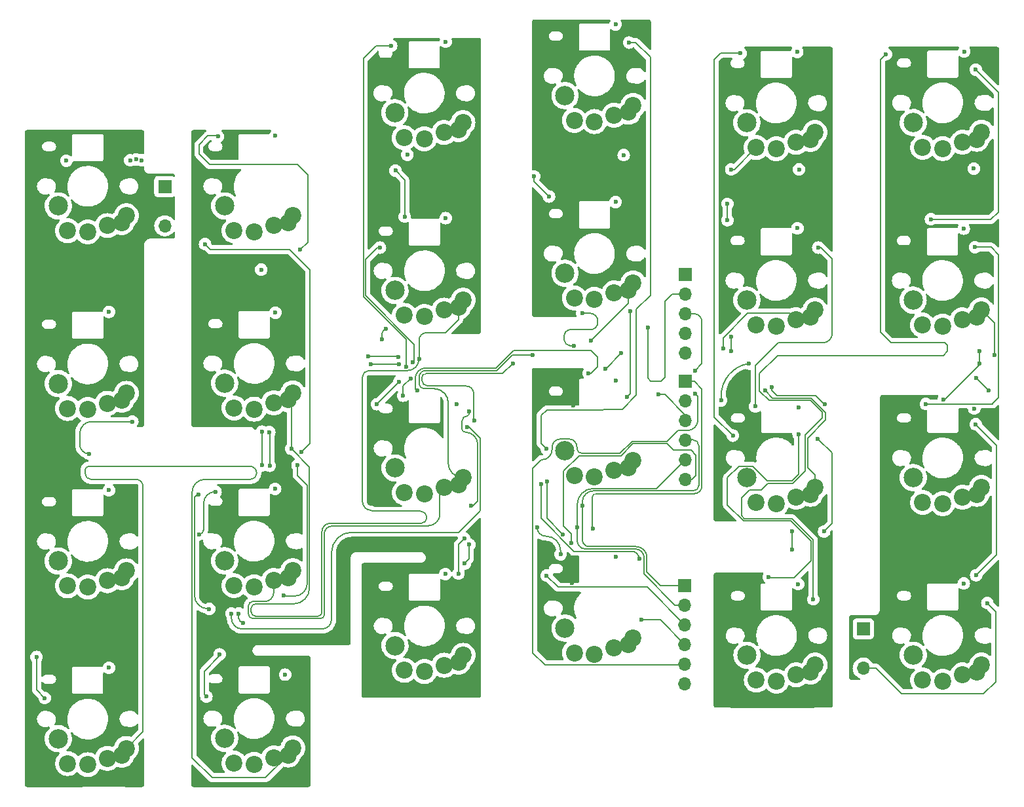
<source format=gbr>
%TF.GenerationSoftware,KiCad,Pcbnew,(6.99.0-4085-g6c752680d7)*%
%TF.CreationDate,2022-11-14T18:26:04+08:00*%
%TF.ProjectId,Right Flex PCB,52696768-7420-4466-9c65-78205043422e,rev?*%
%TF.SameCoordinates,Original*%
%TF.FileFunction,Copper,L4,Bot*%
%TF.FilePolarity,Positive*%
%FSLAX46Y46*%
G04 Gerber Fmt 4.6, Leading zero omitted, Abs format (unit mm)*
G04 Created by KiCad (PCBNEW (6.99.0-4085-g6c752680d7)) date 2022-11-14 18:26:04*
%MOMM*%
%LPD*%
G01*
G04 APERTURE LIST*
%TA.AperFunction,ComponentPad*%
%ADD10C,2.500000*%
%TD*%
%TA.AperFunction,ComponentPad*%
%ADD11C,2.200000*%
%TD*%
%TA.AperFunction,ComponentPad*%
%ADD12R,1.700000X1.700000*%
%TD*%
%TA.AperFunction,ComponentPad*%
%ADD13O,1.700000X1.700000*%
%TD*%
%TA.AperFunction,ViaPad*%
%ADD14C,0.600000*%
%TD*%
%TA.AperFunction,Conductor*%
%ADD15C,0.150000*%
%TD*%
%TA.AperFunction,Conductor*%
%ADD16C,0.200000*%
%TD*%
%TA.AperFunction,Conductor*%
%ADD17C,0.130000*%
%TD*%
G04 APERTURE END LIST*
D10*
%TO.P,SW12,1,1*%
%TO.N,Net-(D10-A)_1*%
X83443400Y-114693200D03*
D11*
X84653400Y-117903200D03*
X87253400Y-118053200D03*
%TO.P,SW12,2,2*%
%TO.N,row4*%
X89793400Y-117233200D03*
X91653400Y-116853200D03*
X92253400Y-115953200D03*
%TD*%
D12*
%TO.P,J3,1,Pin_1*%
%TO.N,Vcc*%
X53695199Y-55364399D03*
D13*
%TO.P,J3,2,Pin_2*%
%TO.N,Gnd*%
X53695199Y-57904399D03*
%TO.P,J3,3,Pin_3*%
%TO.N,Din*%
X53695199Y-60444399D03*
%TD*%
D10*
%TO.P,SW7,1,1*%
%TO.N,Net-(D32-A)_1*%
X61431599Y-103736400D03*
D11*
X62641599Y-106946400D03*
X65241599Y-107096400D03*
%TO.P,SW7,2,2*%
%TO.N,row3*%
X67781599Y-106276400D03*
X69641599Y-105896400D03*
X70241599Y-104996400D03*
%TD*%
D10*
%TO.P,SW16,1,1*%
%TO.N,Net-(D12-A)*%
X105414400Y-89521800D03*
D11*
X106624400Y-92731800D03*
X109224400Y-92881800D03*
%TO.P,SW16,2,2*%
%TO.N,row3*%
X111764400Y-92061800D03*
X113624400Y-91681800D03*
X114224400Y-90781800D03*
%TD*%
D10*
%TO.P,SW21,1,1*%
%TO.N,Net-(D15-A)*%
X128936400Y-92982800D03*
D11*
X130146400Y-96192800D03*
X132746400Y-96342800D03*
%TO.P,SW21,2,2*%
%TO.N,row3*%
X135286400Y-95522800D03*
X137146400Y-95142800D03*
X137746400Y-94242800D03*
%TD*%
D10*
%TO.P,SW11,1,1*%
%TO.N,Net-(D10-A)*%
X83443400Y-91731600D03*
D11*
X84653400Y-94941600D03*
X87253400Y-95091600D03*
%TO.P,SW11,2,2*%
%TO.N,row3*%
X89793400Y-94271600D03*
X91653400Y-93891600D03*
X92253400Y-92991600D03*
%TD*%
D10*
%TO.P,SW19,1,1*%
%TO.N,Net-(D14-A)_1*%
X128911000Y-47110400D03*
D11*
X130121000Y-50320400D03*
X132721000Y-50470400D03*
%TO.P,SW19,2,2*%
%TO.N,row1*%
X135261000Y-49650400D03*
X137121000Y-49270400D03*
X137721000Y-48370400D03*
%TD*%
D12*
%TO.P,J2,1,Pin_1*%
%TO.N,col3*%
X120960799Y-66719198D03*
D13*
%TO.P,J2,2,Pin_2*%
%TO.N,row1*%
X120960799Y-69259198D03*
%TO.P,J2,3,Pin_3*%
%TO.N,col2*%
X120960799Y-71799198D03*
%TO.P,J2,4,Pin_4*%
%TO.N,col1*%
X120960799Y-74339198D03*
%TO.P,J2,5,Pin_5*%
%TO.N,row2*%
X120960799Y-76879198D03*
%TD*%
D12*
%TO.P,J4,1,Pin_1*%
%TO.N,row4*%
X120960799Y-80536798D03*
D13*
%TO.P,J4,2,Pin_2*%
%TO.N,row3*%
X120960799Y-83076798D03*
%TO.P,J4,3,Pin_3*%
%TO.N,col4*%
X120960799Y-85616798D03*
%TO.P,J4,4,Pin_4*%
%TO.N,col5*%
X120960799Y-88156798D03*
%TO.P,J4,5,Pin_5*%
%TO.N,col6*%
X120960799Y-90696798D03*
%TO.P,J4,6,Pin_6*%
%TO.N,row5*%
X120960799Y-93236798D03*
%TD*%
D12*
%TO.P,J5,1,Pin_1*%
%TO.N,Vcc*%
X143955199Y-112534399D03*
D13*
%TO.P,J5,2,Pin_2*%
%TO.N,Gnd*%
X143955199Y-115074399D03*
%TO.P,J5,3,Pin_3*%
%TO.N,Dout*%
X143955199Y-117614399D03*
%TD*%
D10*
%TO.P,SW17,1,1*%
%TO.N,Net-(D12-A)_1*%
X105414400Y-112432600D03*
D11*
X106624400Y-115642600D03*
X109224400Y-115792600D03*
%TO.P,SW17,2,2*%
%TO.N,row4*%
X111764400Y-114972600D03*
X113624400Y-114592600D03*
X114224400Y-113692600D03*
%TD*%
D10*
%TO.P,SW5,1,1*%
%TO.N,Net-(D31-A)*%
X61431599Y-57864000D03*
D11*
X62641599Y-61074000D03*
X65241599Y-61224000D03*
%TO.P,SW5,2,2*%
%TO.N,row1*%
X67781599Y-60404000D03*
X69641599Y-60024000D03*
X70241599Y-59124000D03*
%TD*%
D10*
%TO.P,SW9,1,1*%
%TO.N,Net-(D9-A)_1*%
X83418000Y-45833800D03*
D11*
X84628000Y-49043800D03*
X87228000Y-49193800D03*
%TO.P,SW9,2,2*%
%TO.N,row1*%
X89768000Y-48373800D03*
X91628000Y-47993800D03*
X92228000Y-47093800D03*
%TD*%
D10*
%TO.P,SW14,1,1*%
%TO.N,Net-(D11-A)_1*%
X105414400Y-43598600D03*
D11*
X106624400Y-46808600D03*
X109224400Y-46958600D03*
%TO.P,SW14,2,2*%
%TO.N,row1*%
X111764400Y-46138600D03*
X113624400Y-45758600D03*
X114224400Y-44858600D03*
%TD*%
D10*
%TO.P,SW15,1,1*%
%TO.N,Net-(D11-A)*%
X105414400Y-66560200D03*
D11*
X106624400Y-69770200D03*
X109224400Y-69920200D03*
%TO.P,SW15,2,2*%
%TO.N,row2*%
X111764400Y-69100200D03*
X113624400Y-68720200D03*
X114224400Y-67820200D03*
%TD*%
D12*
%TO.P,J1,1,Pin_1*%
%TO.N,col5*%
X120885199Y-106904399D03*
D13*
%TO.P,J1,2,Pin_2*%
%TO.N,col6*%
X120885199Y-109444399D03*
%TO.P,J1,3,Pin_3*%
%TO.N,col4*%
X120885199Y-111984399D03*
%TO.P,J1,4,Pin_4*%
%TO.N,row5*%
X120885199Y-114524399D03*
%TO.P,J1,5,Pin_5*%
%TO.N,col2*%
X120885199Y-117064399D03*
%TO.P,J1,6,Pin_6*%
%TO.N,col3*%
X120885199Y-119604399D03*
%TD*%
D10*
%TO.P,SW1,1,1*%
%TO.N,Net-(D13-A)*%
X39927200Y-57870601D03*
D11*
X41137200Y-61080601D03*
X43737200Y-61230601D03*
%TO.P,SW1,2,2*%
%TO.N,row1*%
X46277200Y-60410601D03*
X48137200Y-60030601D03*
X48737200Y-59130601D03*
%TD*%
D10*
%TO.P,SW24,1,1*%
%TO.N,Net-(D16-A)*%
X150399399Y-70046598D03*
D11*
X151609399Y-73256598D03*
X154209399Y-73406598D03*
%TO.P,SW24,2,2*%
%TO.N,row2*%
X156749399Y-72586598D03*
X158609399Y-72206598D03*
X159209399Y-71306598D03*
%TD*%
D10*
%TO.P,SW8,1,1*%
%TO.N,Net-(D32-A)*%
X61431599Y-126672600D03*
D11*
X62641599Y-129882600D03*
X65241599Y-130032600D03*
%TO.P,SW8,2,2*%
%TO.N,row4*%
X67781599Y-129212600D03*
X69641599Y-128832600D03*
X70241599Y-127932600D03*
%TD*%
D10*
%TO.P,SW10,1,1*%
%TO.N,Net-(D9-A)*%
X83443400Y-68795400D03*
D11*
X84653400Y-72005400D03*
X87253400Y-72155400D03*
%TO.P,SW10,2,2*%
%TO.N,row2*%
X89793400Y-71335400D03*
X91653400Y-70955400D03*
X92253400Y-70055400D03*
%TD*%
D10*
%TO.P,SW25,1,1*%
%TO.N,Net-(D17-A)_1*%
X150424799Y-92982798D03*
D11*
X151634799Y-96192798D03*
X154234799Y-96342798D03*
%TO.P,SW25,2,2*%
%TO.N,row3*%
X156774799Y-95522798D03*
X158634799Y-95142798D03*
X159234799Y-94242798D03*
%TD*%
D10*
%TO.P,SW26,1,1*%
%TO.N,Net-(D17-A)*%
X150424799Y-115944398D03*
D11*
X151634799Y-119154398D03*
X154234799Y-119304398D03*
%TO.P,SW26,2,2*%
%TO.N,row4*%
X156774799Y-118484398D03*
X158634799Y-118104398D03*
X159234799Y-117204398D03*
%TD*%
D10*
%TO.P,SW20,1,1*%
%TO.N,Net-(D14-A)*%
X128911000Y-70046600D03*
D11*
X130121000Y-73256600D03*
X132721000Y-73406600D03*
%TO.P,SW20,2,2*%
%TO.N,row2*%
X135261000Y-72586600D03*
X137121000Y-72206600D03*
X137721000Y-71306600D03*
%TD*%
D10*
%TO.P,SW2,1,1*%
%TO.N,Net-(D13-A)_1*%
X39927200Y-80832201D03*
D11*
X41137200Y-84042201D03*
X43737200Y-84192201D03*
%TO.P,SW2,2,2*%
%TO.N,row2*%
X46277200Y-83372201D03*
X48137200Y-82992201D03*
X48737200Y-82092201D03*
%TD*%
D10*
%TO.P,SW22,1,1*%
%TO.N,Net-(D15-A)_1*%
X128936400Y-115944400D03*
D11*
X130146400Y-119154400D03*
X132746400Y-119304400D03*
%TO.P,SW22,2,2*%
%TO.N,row4*%
X135286400Y-118484400D03*
X137146400Y-118104400D03*
X137746400Y-117204400D03*
%TD*%
D10*
%TO.P,SW23,1,1*%
%TO.N,Net-(D16-A)_1*%
X150424799Y-47084998D03*
D11*
X151634799Y-50294998D03*
X154234799Y-50444998D03*
%TO.P,SW23,2,2*%
%TO.N,row1*%
X156774799Y-49624998D03*
X158634799Y-49244998D03*
X159234799Y-48344998D03*
%TD*%
D10*
%TO.P,SW6,1,1*%
%TO.N,Net-(D31-A)_1*%
X61431599Y-80774800D03*
D11*
X62641599Y-83984800D03*
X65241599Y-84134800D03*
%TO.P,SW6,2,2*%
%TO.N,row2*%
X67781599Y-83314800D03*
X69641599Y-82934800D03*
X70241599Y-82034800D03*
%TD*%
D10*
%TO.P,SW3,1,1*%
%TO.N,Net-(D1-A)*%
X39927200Y-103768401D03*
D11*
X41137200Y-106978401D03*
X43737200Y-107128401D03*
%TO.P,SW3,2,2*%
%TO.N,row3*%
X46277200Y-106308401D03*
X48137200Y-105928401D03*
X48737200Y-105028401D03*
%TD*%
D10*
%TO.P,SW4,1,1*%
%TO.N,Net-(D1-A)_1*%
X39927200Y-126730001D03*
D11*
X41137200Y-129940001D03*
X43737200Y-130090001D03*
%TO.P,SW4,2,2*%
%TO.N,row4*%
X46277200Y-129270001D03*
X48137200Y-128890001D03*
X48737200Y-127990001D03*
%TD*%
D14*
%TO.N,row4*%
X138975000Y-83450000D03*
%TO.N,col1*%
X83950000Y-78300000D03*
X63250000Y-110550000D03*
X80300000Y-78300000D03*
X43900000Y-89900000D03*
X63850000Y-111750000D03*
X49494562Y-85740343D03*
%TO.N,col2*%
X122200000Y-79150000D03*
X122250000Y-82150000D03*
X66250000Y-91400000D03*
X66250000Y-87050000D03*
X58049700Y-95150000D03*
X83900000Y-77400000D03*
X59449317Y-109960483D03*
X80000000Y-77350000D03*
%TO.N,col3*%
X81800000Y-75150000D03*
X82300000Y-73789900D03*
X112700000Y-76900000D03*
X110650000Y-78900000D03*
%TO.N,col4*%
X107650000Y-71750000D03*
X106600000Y-75945362D03*
X103050000Y-105650000D03*
X117447701Y-82252299D03*
%TO.N,col5*%
X126900000Y-76600000D03*
X126900000Y-74750000D03*
X107625500Y-96636875D03*
%TO.N,col6*%
X154350000Y-82925500D03*
X158950000Y-78250000D03*
X125600000Y-83000000D03*
X134761900Y-99900000D03*
X129183354Y-78242909D03*
X134800000Y-102300000D03*
X107000000Y-99450000D03*
X158950000Y-76600000D03*
%TO.N,row1*%
X116100000Y-73600000D03*
%TO.N,row3*%
X101250000Y-77100000D03*
X160187250Y-81712750D03*
X131250000Y-81750000D03*
X158550000Y-80075500D03*
%TO.N,row2*%
X86550000Y-77650000D03*
X160900000Y-77150000D03*
X70050000Y-89250000D03*
X108800000Y-75300000D03*
X125850000Y-76300000D03*
%TO.N,row4*%
X93726682Y-85644547D03*
X109000000Y-99550000D03*
X98700000Y-78200000D03*
X132100000Y-81300000D03*
%TO.N,row5*%
X115250000Y-111350000D03*
X106250000Y-101450000D03*
%TO.N,Vcc*%
X156950000Y-106650000D03*
X40975200Y-52014400D03*
X46475200Y-71564400D03*
X90000000Y-36650000D03*
X135550000Y-106750000D03*
X50675200Y-51964400D03*
X66150000Y-66100000D03*
X46475200Y-117564400D03*
X85050000Y-51250000D03*
X111950000Y-57350000D03*
X156950000Y-60800000D03*
X112000000Y-80450000D03*
X157000000Y-37900000D03*
X135650000Y-53150000D03*
X68000000Y-48800000D03*
X135450000Y-60750000D03*
X89950000Y-105450000D03*
X67991599Y-71658401D03*
X46475200Y-94614400D03*
X49225200Y-51964400D03*
X135425582Y-37961584D03*
X67950000Y-94450000D03*
X158250000Y-53050000D03*
X135600000Y-83874500D03*
X69250000Y-118450000D03*
X158300000Y-84050000D03*
X49975200Y-51864400D03*
X113000000Y-51300000D03*
X112000000Y-103250000D03*
X111950000Y-34400000D03*
X90000000Y-59450000D03*
X91400000Y-83500000D03*
%TO.N,Net-(D1-A)_1*%
X38178601Y-121471399D03*
X37125200Y-116174800D03*
%TO.N,Net-(D5-DOUT)*%
X58150000Y-100300000D03*
X60250000Y-94800000D03*
%TO.N,Net-(D33-DIN)*%
X67200000Y-87100000D03*
X67250000Y-91450000D03*
%TO.N,Net-(D14-A)*%
X126405625Y-59710840D03*
X126400000Y-57600000D03*
%TO.N,Net-(D14-A)_1*%
X126900000Y-53150000D03*
%TO.N,Gnd*%
X62500000Y-120800000D03*
X151450000Y-64250000D03*
X151450000Y-110150000D03*
X114750000Y-51350000D03*
X84500000Y-108900000D03*
X106500000Y-83701643D03*
X62500000Y-74825500D03*
X160150000Y-53050000D03*
X106450000Y-37650000D03*
X62500000Y-97950000D03*
X128800000Y-86150000D03*
X129900000Y-41350000D03*
X129950000Y-64400000D03*
X129950000Y-110200000D03*
X47325200Y-53064400D03*
X87000000Y-51300000D03*
X106350000Y-106625500D03*
X68100000Y-66100000D03*
X137550000Y-53100000D03*
X151500000Y-87000000D03*
X84500000Y-85750000D03*
X106450000Y-60575500D03*
X39825200Y-74639900D03*
X151400000Y-41250000D03*
X47825200Y-49614400D03*
X39825200Y-97539900D03*
X61350000Y-51650000D03*
X40975200Y-120714400D03*
X83300000Y-62700000D03*
X83250000Y-39850000D03*
%TO.N,Dout*%
X160000000Y-109200000D03*
%TO.N,Net-(D19-DOUT)*%
X83500000Y-53300000D03*
X84700000Y-59250000D03*
%TO.N,Net-(D19-DIN)*%
X84000000Y-80600000D03*
X92725500Y-86450000D03*
X70850000Y-91400000D03*
X84900000Y-78625500D03*
X62300000Y-110550000D03*
X58900000Y-62800000D03*
X71350000Y-89650000D03*
X81100000Y-83500000D03*
X82950000Y-37150000D03*
X69100000Y-108250000D03*
%TO.N,Net-(D21-DOUT)*%
X81500000Y-63250000D03*
X85450000Y-80200000D03*
X85700000Y-78100000D03*
X84500000Y-82400000D03*
%TO.N,Net-(D23-DOUT)*%
X92450000Y-104100000D03*
X93050000Y-101650000D03*
%TO.N,Net-(D25-DOUT)*%
X92400000Y-100850000D03*
X93250000Y-96650000D03*
X93000000Y-84450000D03*
X108450000Y-79500000D03*
X91650000Y-105400000D03*
X86300000Y-81750000D03*
X104850000Y-102900000D03*
X101799200Y-99400000D03*
%TO.N,Net-(D32-A)*%
X59075000Y-121275000D03*
X60775200Y-115824800D03*
%TO.N,Net-(D33-DOUT)*%
X71200000Y-63500000D03*
X60575000Y-48900000D03*
%TO.N,Net-(D37-DOUT)*%
X102300000Y-93850000D03*
X115000000Y-103500000D03*
%TO.N,Net-(D39-DOUT)*%
X113850000Y-71500000D03*
X113400000Y-82600000D03*
%TO.N,Net-(D41-DOUT)*%
X103350000Y-56650000D03*
X101424700Y-54050000D03*
%TO.N,Net-(D43-DOUT)*%
X103050000Y-89250000D03*
X103100000Y-93500000D03*
X127100000Y-87550000D03*
X138100000Y-87950000D03*
X128100000Y-38150000D03*
X113700000Y-36750000D03*
X105150000Y-100300000D03*
X138900000Y-99950000D03*
%TO.N,Net-(D47-DOUT)*%
X130000000Y-83774500D03*
X138150000Y-63250000D03*
%TO.N,Net-(D49-DOUT)*%
X131750000Y-105850000D03*
X135600000Y-87400000D03*
%TO.N,Net-(D51-DOUT)*%
X137500000Y-108700000D03*
X146900000Y-38250000D03*
%TO.N,Net-(D53-DOUT)*%
X158500000Y-40250000D03*
X152700000Y-59600000D03*
%TO.N,Net-(D55-DOUT)*%
X158400000Y-63200000D03*
X152050000Y-83474500D03*
%TO.N,Net-(D57-DOUT)*%
X158550000Y-105600000D03*
X158500000Y-86100000D03*
%TD*%
D15*
%TO.N,col5*%
X121950000Y-88100000D02*
X121017599Y-88100000D01*
X122700000Y-94000000D02*
X122700000Y-88850000D01*
X109100000Y-94700000D02*
X122000000Y-94700000D01*
X107652119Y-96610256D02*
X107652119Y-96036049D01*
X107625500Y-96636875D02*
X107652119Y-96610256D01*
X121017599Y-88100000D02*
G75*
G03*
X120960800Y-88156799I1J-56800D01*
G01*
X122700000Y-88850000D02*
G75*
G03*
X121950000Y-88100000I-750000J0D01*
G01*
X122000000Y-94700000D02*
G75*
G03*
X122700000Y-94000000I0J700000D01*
G01*
X109100000Y-94699997D02*
G75*
G03*
X107652119Y-96036049I1700J-1454403D01*
G01*
X107650000Y-96661375D02*
X107650000Y-101000000D01*
X116000000Y-105150000D02*
X117754400Y-106904400D01*
X116000000Y-103300000D02*
X116000000Y-105150000D01*
X108550000Y-101900000D02*
X114600000Y-101900000D01*
X107625500Y-96636875D02*
X107650000Y-96661375D01*
X117754400Y-106904400D02*
X120885200Y-106904400D01*
X107650000Y-101000000D02*
G75*
G03*
X108550000Y-101900000I900000J0D01*
G01*
X116000000Y-103300000D02*
G75*
G03*
X114600000Y-101900000I-1400000J0D01*
G01*
%TO.N,Net-(D19-DIN)*%
X81100000Y-83500000D02*
X84000000Y-80600000D01*
%TO.N,Net-(D21-DOUT)*%
X81200000Y-63250000D02*
X81500000Y-63250000D01*
X79650000Y-64800000D02*
X81200000Y-63250000D01*
X79650000Y-69475736D02*
X79650000Y-64800000D01*
X85950000Y-75775736D02*
X79650000Y-69475736D01*
X85950000Y-77850000D02*
X85950000Y-75775736D01*
X85700000Y-78100000D02*
X85950000Y-77850000D01*
%TO.N,Net-(D33-DOUT)*%
X60475000Y-48800000D02*
X60575000Y-48900000D01*
X59250000Y-48800000D02*
X60475000Y-48800000D01*
X58100000Y-49950000D02*
X59250000Y-48800000D01*
X58100000Y-51150000D02*
X58100000Y-49950000D01*
X59450000Y-52500000D02*
X58100000Y-51150000D01*
X72150000Y-62550000D02*
X72150000Y-53850000D01*
X72150000Y-53850000D02*
X70800000Y-52500000D01*
X70800000Y-52500000D02*
X59450000Y-52500000D01*
X71200000Y-63500000D02*
X72150000Y-62550000D01*
%TO.N,row4*%
X132100000Y-81700000D02*
X132100000Y-81300000D01*
X132800000Y-82400000D02*
X132100000Y-81700000D01*
X137809399Y-82384399D02*
X132815601Y-82384399D01*
X138875000Y-83450000D02*
X137809399Y-82384399D01*
X132815601Y-82384399D02*
X132800000Y-82400000D01*
X138975000Y-83450000D02*
X138875000Y-83450000D01*
%TO.N,row3*%
X132200000Y-82700000D02*
X131250000Y-81750000D01*
X139100000Y-84550736D02*
X137249264Y-82700000D01*
X136775000Y-87875000D02*
X139100000Y-85550000D01*
X136775000Y-91675000D02*
X136775000Y-87875000D01*
X139100000Y-85550000D02*
X139100000Y-84550736D01*
X137746400Y-92646400D02*
X136775000Y-91675000D01*
X137746400Y-94242800D02*
X137746400Y-92646400D01*
X137249264Y-82700000D02*
X132200000Y-82700000D01*
%TO.N,Net-(D51-DOUT)*%
X137500000Y-101050000D02*
X137500000Y-108700000D01*
X134734399Y-98284399D02*
X137500000Y-101050000D01*
X128608663Y-98284399D02*
X134734399Y-98284399D01*
X128200000Y-97875736D02*
X128608663Y-98284399D01*
X129250000Y-94550000D02*
X128200000Y-95600000D01*
X130750000Y-94550000D02*
X129250000Y-94550000D01*
X131600000Y-93700000D02*
X130750000Y-94550000D01*
X134874264Y-93700000D02*
X131600000Y-93700000D01*
X136450000Y-92124264D02*
X134874264Y-93700000D01*
X138650000Y-84525000D02*
X138650000Y-85300000D01*
X137125000Y-83000000D02*
X138650000Y-84525000D01*
X131757537Y-83000000D02*
X137125000Y-83000000D01*
X130550000Y-81792463D02*
X131757537Y-83000000D01*
X136450000Y-87500000D02*
X136450000Y-92124264D01*
X130550000Y-79550000D02*
X130550000Y-81792463D01*
X154315601Y-77184399D02*
X132915601Y-77184399D01*
X154850000Y-76650000D02*
X154315601Y-77184399D01*
X138650000Y-85300000D02*
X136450000Y-87500000D01*
X154500000Y-75550000D02*
X154850000Y-75900000D01*
X147550000Y-75550000D02*
X154500000Y-75550000D01*
X146200199Y-74200199D02*
X147550000Y-75550000D01*
X146200199Y-48499801D02*
X146200199Y-74200199D01*
X154850000Y-75900000D02*
X154850000Y-76650000D01*
X128200000Y-95600000D02*
X128200000Y-97875736D01*
X146200000Y-38950000D02*
X146200000Y-48499602D01*
X146900000Y-38250000D02*
X146200000Y-38950000D01*
X132915601Y-77184399D02*
X130550000Y-79550000D01*
X146200000Y-48499602D02*
X146200199Y-48499801D01*
%TO.N,col1*%
X49494562Y-85740343D02*
X44259657Y-85740343D01*
X63250000Y-111150000D02*
X63250000Y-110550000D01*
X83950000Y-78300000D02*
X80300000Y-78300000D01*
X42700000Y-87300000D02*
X42700000Y-88700000D01*
X63250000Y-111150000D02*
G75*
G03*
X63850000Y-111750000I600000J0D01*
G01*
X44259657Y-85740300D02*
G75*
G03*
X42700000Y-87300000I43J-1559700D01*
G01*
X42700000Y-88700000D02*
G75*
G03*
X43900000Y-89900000I1200000J0D01*
G01*
%TO.N,col2*%
X80000000Y-77350000D02*
X83850000Y-77350000D01*
X103750000Y-89350000D02*
X103750000Y-89050000D01*
X58049700Y-95150000D02*
X57917568Y-95150000D01*
X120749600Y-117200000D02*
X102800000Y-117200000D01*
X122100000Y-71800000D02*
X120961601Y-71800000D01*
X122200000Y-79150000D02*
X123100000Y-78250000D01*
X102800000Y-117200000D02*
X101250000Y-115650000D01*
X106950000Y-89000000D02*
X106950000Y-89200000D01*
X104800000Y-88000000D02*
X105950000Y-88000000D01*
X123100000Y-78250000D02*
X123100000Y-72800000D01*
X102325000Y-90675000D02*
X102425000Y-90675000D01*
X122600000Y-85500000D02*
X122600000Y-82500000D01*
X114075736Y-88300000D02*
X118600000Y-88300000D01*
X120000000Y-86900000D02*
X121200000Y-86900000D01*
X57525200Y-95542368D02*
X57525200Y-108175200D01*
X112525736Y-89850000D02*
X114075736Y-88300000D01*
X107600000Y-89850000D02*
X112525736Y-89850000D01*
X101250000Y-115650000D02*
X101250000Y-91750000D01*
X57917568Y-95150000D02*
X57525200Y-95542368D01*
X122600000Y-82500000D02*
X122250000Y-82150000D01*
X101250000Y-91750000D02*
X102325000Y-90675000D01*
X59300000Y-109950000D02*
X59438834Y-109950000D01*
X118600000Y-88300000D02*
X120000000Y-86900000D01*
X66250000Y-87050000D02*
X66250000Y-91400000D01*
X106950000Y-89000000D02*
G75*
G03*
X105950000Y-88000000I-1000000J0D01*
G01*
X59449300Y-109960483D02*
G75*
G03*
X59438834Y-109950000I-10500J-17D01*
G01*
X104800000Y-88000000D02*
G75*
G03*
X103750000Y-89050000I0J-1050000D01*
G01*
X102425000Y-90675000D02*
G75*
G03*
X103750000Y-89350000I0J1325000D01*
G01*
X123100000Y-72800000D02*
G75*
G03*
X122100000Y-71800000I-1000000J0D01*
G01*
X106950000Y-89200000D02*
G75*
G03*
X107600000Y-89850000I650000J0D01*
G01*
X120749600Y-117200000D02*
G75*
G03*
X120885200Y-117064400I0J135600D01*
G01*
X120960800Y-71799199D02*
G75*
G03*
X120961601Y-71800000I800J-1D01*
G01*
X57525200Y-108175200D02*
G75*
G03*
X59300000Y-109950000I1774800J0D01*
G01*
X83900000Y-77400000D02*
G75*
G03*
X83850000Y-77350000I-50000J0D01*
G01*
X121200000Y-86900000D02*
G75*
G03*
X122600000Y-85500000I0J1400000D01*
G01*
%TO.N,col3*%
X110700000Y-78900000D02*
X110650000Y-78900000D01*
X112700000Y-76900000D02*
X110700000Y-78900000D01*
X81800000Y-75150000D02*
X81801818Y-75148182D01*
X81801818Y-75148182D02*
X81801818Y-74224313D01*
X82300000Y-73789865D02*
G75*
G03*
X81801818Y-74224313I1900J-505035D01*
G01*
%TO.N,col4*%
X105300000Y-75150000D02*
X105300000Y-74700000D01*
X106150000Y-73850000D02*
X108750000Y-73850000D01*
X106600000Y-75945362D02*
X106095362Y-75945362D01*
X107650000Y-71750000D02*
X108665862Y-71750000D01*
X120960800Y-84910800D02*
X120960800Y-85616799D01*
X109650000Y-72950000D02*
X109650000Y-72734138D01*
X117447701Y-82252299D02*
X118302299Y-82252299D01*
X116050800Y-107150000D02*
X104550000Y-107150000D01*
X104550000Y-107150000D02*
X103050000Y-105650000D01*
X118302299Y-82252299D02*
X120960800Y-84910800D01*
X120885200Y-111984400D02*
X116050800Y-107150000D01*
X109650000Y-72734138D02*
G75*
G03*
X108665862Y-71750000I-984100J38D01*
G01*
X108750000Y-73850000D02*
G75*
G03*
X109650000Y-72950000I0J900000D01*
G01*
X106150000Y-73850000D02*
G75*
G03*
X105300000Y-74700000I0J-850000D01*
G01*
X105300038Y-75150000D02*
G75*
G03*
X106095362Y-75945362I795362J0D01*
G01*
%TO.N,col5*%
X126900000Y-76600000D02*
X126900000Y-74750000D01*
%TO.N,col6*%
X158950000Y-78450000D02*
X158950000Y-78250000D01*
X119644400Y-109444400D02*
X120885200Y-109444400D01*
X107000000Y-101172501D02*
X107000000Y-99450000D01*
X158950000Y-78250000D02*
X158950000Y-76600000D01*
X114465519Y-102200000D02*
X108027499Y-102200000D01*
X154350000Y-82925500D02*
X154474500Y-82925500D01*
X120960800Y-90696799D02*
X117257599Y-94400000D01*
X107000000Y-96450000D02*
X107000000Y-99450000D01*
X134761900Y-99900000D02*
X134800000Y-99938100D01*
X115650000Y-105450000D02*
X115650000Y-103384481D01*
X117257599Y-94400000D02*
X109050000Y-94400000D01*
X115650000Y-105450000D02*
X119644400Y-109444400D01*
X134800000Y-99938100D02*
X134800000Y-102300000D01*
X125600000Y-83000000D02*
X125600000Y-82400000D01*
X154474500Y-82925500D02*
X158950000Y-78450000D01*
X107000000Y-101172501D02*
G75*
G03*
X108027499Y-102200000I1027500J1D01*
G01*
X109050000Y-94400000D02*
G75*
G03*
X107000000Y-96450000I0J-2050000D01*
G01*
X115650000Y-103384481D02*
G75*
G03*
X114465519Y-102200000I-1184500J-19D01*
G01*
X129183359Y-78242945D02*
G75*
G03*
X125600000Y-82400000I621941J-4159055D01*
G01*
%TO.N,row1*%
X118350000Y-80000000D02*
X118350000Y-70200000D01*
X116500000Y-80500000D02*
X117850000Y-80500000D01*
X119290801Y-69259199D02*
X120960800Y-69259199D01*
X118350000Y-70200000D02*
X119290801Y-69259199D01*
X116100000Y-80100000D02*
X116500000Y-80500000D01*
X117850000Y-80500000D02*
X118350000Y-80000000D01*
X116100000Y-73600000D02*
X116100000Y-80100000D01*
%TO.N,row3*%
X90081924Y-82436204D02*
X89942891Y-82219865D01*
X87350000Y-81500000D02*
X87260118Y-81497721D01*
X88883127Y-81538796D02*
X88628581Y-81502198D01*
X86654190Y-79624631D02*
X86752467Y-79477550D01*
X91618802Y-93255019D02*
X91554612Y-93100051D01*
X90297802Y-83171419D02*
X90261204Y-82916873D01*
X65302071Y-111202071D02*
X73835863Y-111202071D01*
X88628581Y-81502198D02*
X88500000Y-81500000D01*
X89580135Y-81857109D02*
X89363796Y-81718076D01*
X90300000Y-91038200D02*
X90300000Y-83300000D01*
X89250000Y-97700000D02*
X89250000Y-94815000D01*
X90188753Y-82670128D02*
X90081924Y-82436204D01*
X89363796Y-81718076D02*
X89129872Y-81611247D01*
X87260118Y-81497721D02*
X87084862Y-81457720D01*
X65073311Y-111200000D02*
X65300000Y-111200000D01*
X65300000Y-111200000D02*
X65302071Y-111202071D01*
X86782357Y-81267643D02*
X86670276Y-81127099D01*
X86552279Y-80789882D02*
X86550000Y-80700000D01*
X160187250Y-81712750D02*
X158550000Y-80075500D01*
X87361553Y-79151986D02*
X87450000Y-79150000D01*
X64500000Y-109562661D02*
X64500000Y-110626689D01*
X91653400Y-93891600D02*
X91653400Y-93503400D01*
X86550000Y-80050000D02*
X86551986Y-79961553D01*
X86550000Y-80700000D02*
X86550000Y-80050000D01*
X87024631Y-79254190D02*
X87188059Y-79186496D01*
X91653400Y-93503400D02*
X91651526Y-93419532D01*
X86551986Y-79961553D02*
X86586496Y-79788059D01*
X96574264Y-79150000D02*
X98624264Y-77100000D01*
X87188059Y-79186496D02*
X87361553Y-79151986D01*
X86922901Y-81379724D02*
X86782357Y-81267643D01*
X87084862Y-81457720D02*
X86922901Y-81379724D01*
X90261204Y-82916873D02*
X90188753Y-82670128D01*
X89774485Y-82025515D02*
X89580135Y-81857109D01*
X74300000Y-110737934D02*
X74300000Y-100250000D01*
X91651526Y-93419532D02*
X91618802Y-93255019D01*
X75350000Y-99200000D02*
X87750000Y-99200000D01*
X86592280Y-80965138D02*
X86552279Y-80789882D01*
X89129872Y-81611247D02*
X88883127Y-81538796D01*
X86670276Y-81127099D02*
X86592280Y-80965138D01*
X91554612Y-93100051D02*
X91461423Y-92960584D01*
X88500000Y-81500000D02*
X87350000Y-81500000D01*
X98624264Y-77100000D02*
X101250000Y-77100000D01*
X87450000Y-79150000D02*
X96574264Y-79150000D01*
X67781599Y-106276400D02*
X67781599Y-107818401D01*
X90300000Y-83300000D02*
X90297802Y-83171419D01*
X86586496Y-79788059D02*
X86654190Y-79624631D01*
X89942891Y-82219865D02*
X89774485Y-82025515D01*
X86752467Y-79477550D02*
X86877550Y-79352467D01*
X66600000Y-109000000D02*
X65062661Y-109000000D01*
X86877550Y-79352467D02*
X87024631Y-79254190D01*
X65062661Y-109000000D02*
G75*
G03*
X64500000Y-109562661I39J-562700D01*
G01*
X73835863Y-111202000D02*
G75*
G03*
X74300000Y-110737934I37J464100D01*
G01*
X75350000Y-99200000D02*
G75*
G03*
X75300000Y-99250000I0J-50000D01*
G01*
X89793400Y-94271600D02*
G75*
G03*
X89250000Y-94815000I0J-543400D01*
G01*
X75300000Y-99250000D02*
G75*
G03*
X74300000Y-100250000I0J-1000000D01*
G01*
X87750000Y-99200000D02*
G75*
G03*
X89250000Y-97700000I0J1500000D01*
G01*
X90300000Y-91038200D02*
G75*
G03*
X92253400Y-92991600I1953400J0D01*
G01*
X66600000Y-108999999D02*
G75*
G03*
X67781599Y-107818401I0J1181599D01*
G01*
X64500000Y-110626689D02*
G75*
G03*
X65073311Y-111200000I573300J-11D01*
G01*
%TO.N,row2*%
X87550000Y-98200000D02*
X87550000Y-98100000D01*
X125850000Y-76300000D02*
X125850000Y-74900000D01*
X125850000Y-74900000D02*
X129000000Y-71750000D01*
X70050000Y-89250000D02*
X72400000Y-91600000D01*
X65450000Y-110900000D02*
X73500000Y-110900000D01*
X70350000Y-109300000D02*
X65450000Y-109300000D01*
X80050000Y-79150000D02*
X85050000Y-79150000D01*
X160900000Y-77150000D02*
X160900000Y-72997199D01*
X91653400Y-72546600D02*
X91653400Y-70955400D01*
X89950000Y-74250000D02*
X91653400Y-72546600D01*
X134424400Y-71750000D02*
X135261000Y-72586600D01*
X70050000Y-83343201D02*
X69641599Y-82934800D01*
X80483371Y-97333371D02*
X80350000Y-97200000D01*
X108800000Y-75300000D02*
X113624400Y-70475600D01*
X74000000Y-110400000D02*
X74000000Y-99950000D01*
X70050000Y-89250000D02*
X70050000Y-83343201D01*
X72400000Y-91600000D02*
X72400000Y-107250000D01*
X64850000Y-109900000D02*
X64850000Y-110300000D01*
X87535416Y-74250000D02*
X89950000Y-74250000D01*
X129000000Y-71750000D02*
X134424400Y-71750000D01*
X75063767Y-98886233D02*
X86863767Y-98886233D01*
X113624400Y-70475600D02*
X113624400Y-68720200D01*
X79250000Y-96100000D02*
X79250000Y-79950000D01*
X160900000Y-72997199D02*
X159209399Y-71306598D01*
X86550000Y-77650000D02*
X86550000Y-75235416D01*
X86783371Y-97333371D02*
X80483371Y-97333371D01*
X70350000Y-109300000D02*
G75*
G03*
X72400000Y-107250000I0J2050000D01*
G01*
X64850000Y-110300000D02*
G75*
G03*
X65450000Y-110900000I600000J0D01*
G01*
X87550029Y-98100000D02*
G75*
G03*
X86783371Y-97333371I-766629J0D01*
G01*
X75063767Y-98886200D02*
G75*
G03*
X74000000Y-99950000I33J-1063800D01*
G01*
X87535416Y-74250000D02*
G75*
G03*
X86550000Y-75235416I-16J-985400D01*
G01*
X80050000Y-79150000D02*
G75*
G03*
X79250000Y-79950000I0J-800000D01*
G01*
X73500000Y-110900000D02*
G75*
G03*
X74000000Y-110400000I0J500000D01*
G01*
X86863767Y-98886200D02*
G75*
G03*
X87550000Y-98200000I33J686200D01*
G01*
X85050000Y-79150000D02*
G75*
G03*
X86550000Y-77650000I0J1500000D01*
G01*
X65450000Y-109300000D02*
G75*
G03*
X64850000Y-109900000I0J-600000D01*
G01*
X79250000Y-96100000D02*
G75*
G03*
X80350000Y-97200000I1100000J0D01*
G01*
%TO.N,row4*%
X93597894Y-85515759D02*
X93597894Y-82006641D01*
X120960800Y-80536799D02*
X122112541Y-80536799D01*
X64775200Y-93214400D02*
X58875200Y-93214400D01*
X48737200Y-127990001D02*
X50875200Y-125852001D01*
X122150000Y-95050000D02*
X109426635Y-95050000D01*
X50875200Y-125852001D02*
X50875200Y-94114400D01*
X122112541Y-80536799D02*
X123100000Y-81524258D01*
X43903490Y-91514400D02*
X64675200Y-91514400D01*
X59814400Y-131764400D02*
X66709799Y-131764400D01*
X86900000Y-80350000D02*
X86900000Y-80081321D01*
X109000000Y-99413086D02*
X109000000Y-99550000D01*
X108950000Y-95526635D02*
X108950000Y-99350000D01*
X93726682Y-85644547D02*
X93597894Y-85515759D01*
X97350000Y-79550000D02*
X98700000Y-78200000D01*
X66709799Y-131764400D02*
X69641599Y-128832600D01*
X43375200Y-92414400D02*
X43375200Y-92042690D01*
X48137200Y-128890001D02*
X49149599Y-128890001D01*
X108950426Y-99363512D02*
X109000000Y-99413086D01*
X57225200Y-129175200D02*
X59814400Y-131764400D01*
X57225200Y-94864400D02*
X57225200Y-129175200D01*
X49975200Y-93214400D02*
X44175200Y-93214400D01*
X123100000Y-81524258D02*
X123100000Y-94100000D01*
X92650000Y-81150000D02*
X87700000Y-81150000D01*
X87431321Y-79550000D02*
X97350000Y-79550000D01*
X109426635Y-95050000D02*
G75*
G03*
X108950000Y-95526635I-35J-476600D01*
G01*
X43903490Y-91514400D02*
G75*
G03*
X43375200Y-92042690I10J-528300D01*
G01*
X58875200Y-93214400D02*
G75*
G03*
X57225200Y-94864400I0J-1650000D01*
G01*
X43375200Y-92414400D02*
G75*
G03*
X44175200Y-93214400I800000J0D01*
G01*
X93597842Y-82006646D02*
G75*
G03*
X92650000Y-81150001I-949742J-98154D01*
G01*
X64775200Y-93214400D02*
G75*
G03*
X65575200Y-92414400I0J800000D01*
G01*
X50875200Y-94114400D02*
G75*
G03*
X49975200Y-93214400I-900000J0D01*
G01*
X108949989Y-99349998D02*
G75*
G03*
X108950427Y-99363512I35911J-5602D01*
G01*
X87431321Y-79550000D02*
G75*
G03*
X86900000Y-80081321I-21J-531300D01*
G01*
X122150000Y-95050000D02*
G75*
G03*
X123100000Y-94100000I0J950000D01*
G01*
X65575200Y-92414400D02*
G75*
G03*
X64675200Y-91514400I-900000J0D01*
G01*
X86900000Y-80350000D02*
G75*
G03*
X87700000Y-81150000I800000J0D01*
G01*
%TO.N,row5*%
X115250000Y-111350000D02*
X117710800Y-111350000D01*
X105250000Y-92150000D02*
X107250000Y-90150000D01*
X105250000Y-99275736D02*
X105250000Y-92150000D01*
X117710800Y-111350000D02*
X120885200Y-114524400D01*
X121815926Y-93236799D02*
X120960800Y-93236799D01*
X106250000Y-100275736D02*
X105250000Y-99275736D01*
X119402780Y-89452780D02*
X121702780Y-89452780D01*
X106250000Y-101450000D02*
X106250000Y-100275736D01*
X122350000Y-92702725D02*
X121815926Y-93236799D01*
X121702780Y-89452780D02*
X122350000Y-90100000D01*
X114200000Y-88600000D02*
X118550000Y-88600000D01*
X118550000Y-88600000D02*
X119402780Y-89452780D01*
X112650000Y-90150000D02*
X114200000Y-88600000D01*
X122350000Y-90100000D02*
X122350000Y-92702725D01*
X107250000Y-90150000D02*
X112650000Y-90150000D01*
%TO.N,Net-(D1-A)_1*%
X37125200Y-116174800D02*
X37125200Y-120417998D01*
X37125200Y-120417998D02*
X38178601Y-121471399D01*
%TO.N,Net-(D5-DOUT)*%
X58700000Y-99750000D02*
X58700000Y-96350000D01*
X58150000Y-100300000D02*
G75*
G03*
X58700000Y-99750000I0J550000D01*
G01*
X60250000Y-94800000D02*
G75*
G03*
X58700000Y-96350000I0J-1550000D01*
G01*
%TO.N,Net-(D33-DIN)*%
X67250000Y-91450000D02*
X67250000Y-87150000D01*
X67250000Y-87150000D02*
G75*
G03*
X67200000Y-87100000I-50000J0D01*
G01*
%TO.N,Net-(D14-A)*%
X126405625Y-59710840D02*
X126405625Y-57605625D01*
X126405600Y-57605625D02*
G75*
G03*
X126400000Y-57600000I-5600J25D01*
G01*
%TO.N,Net-(D14-A)_1*%
X127291400Y-53150000D02*
X130121000Y-50320400D01*
X126900000Y-53150000D02*
X127291400Y-53150000D01*
D16*
%TO.N,Dout*%
X148900000Y-120950000D02*
X145564400Y-117614400D01*
X159500000Y-120950000D02*
X148900000Y-120950000D01*
X161100000Y-119350000D02*
X159500000Y-120950000D01*
X145564400Y-117614400D02*
X143955200Y-117614400D01*
X160000000Y-109200000D02*
X161100000Y-110300000D01*
X161100000Y-110300000D02*
X161100000Y-119350000D01*
D15*
%TO.N,Net-(D19-DOUT)*%
X84700000Y-59250000D02*
X84700000Y-54500000D01*
X84700000Y-54500000D02*
X83500000Y-53300000D01*
%TO.N,Net-(D19-DIN)*%
X79350000Y-38800000D02*
X81000000Y-37150000D01*
X69850000Y-63500000D02*
X72450000Y-66100000D01*
X94452571Y-89297429D02*
X94452944Y-90546875D01*
X62300000Y-110550000D02*
X62300000Y-111150000D01*
X92725500Y-86450000D02*
X93050000Y-86450000D01*
X94453393Y-90603393D02*
X94453393Y-92050014D01*
X70450000Y-108300000D02*
X69150000Y-108300000D01*
X81000000Y-37150000D02*
X82950000Y-37150000D01*
X72100000Y-93950000D02*
X72100000Y-106650000D01*
D17*
X79350000Y-39200000D02*
X79350000Y-39100000D01*
D15*
X70850000Y-92700000D02*
X70850000Y-91400000D01*
X91657264Y-100050000D02*
X94453632Y-97253632D01*
X77850000Y-100050000D02*
X91657264Y-100050000D01*
X94453632Y-92851267D02*
X94453632Y-97246368D01*
X72450000Y-86050000D02*
X72450201Y-86050201D01*
X72450201Y-86050201D02*
X72450201Y-88549799D01*
X94452944Y-90546875D02*
X94452944Y-90597056D01*
X79350000Y-69600000D02*
X79350000Y-38800000D01*
X84900000Y-78625500D02*
X84900000Y-75150000D01*
X94453393Y-92050014D02*
X94453632Y-92851267D01*
X75250000Y-102650000D02*
X75250000Y-111300000D01*
X94452571Y-87852571D02*
X94452571Y-89297429D01*
X72450000Y-66100000D02*
X72450000Y-86050000D01*
X94450000Y-90600000D02*
X94453393Y-90603393D01*
X94452944Y-90597056D02*
X94450000Y-90600000D01*
X84900000Y-75150000D02*
X79350000Y-69600000D01*
X79350000Y-39200000D02*
X79350000Y-38800000D01*
X59600000Y-63500000D02*
X69850000Y-63500000D01*
X58900000Y-62800000D02*
X59600000Y-63500000D01*
X63700000Y-112550000D02*
X74000000Y-112550000D01*
X70850000Y-92700000D02*
X72100000Y-93950000D01*
X72450201Y-88549799D02*
X71350000Y-89650000D01*
X93050000Y-86450000D02*
X94452571Y-87852571D01*
X62300000Y-111150000D02*
G75*
G03*
X63700000Y-112550000I1400000J0D01*
G01*
X70450000Y-108300000D02*
G75*
G03*
X72100000Y-106650000I0J1650000D01*
G01*
X69100000Y-108250000D02*
G75*
G03*
X69150000Y-108300000I50000J0D01*
G01*
X77850000Y-100050000D02*
G75*
G03*
X75250000Y-102650000I0J-2600000D01*
G01*
X74000000Y-112550000D02*
G75*
G03*
X75250000Y-111300000I0J1250000D01*
G01*
%TO.N,Net-(D21-DOUT)*%
X84500000Y-81150000D02*
X85450000Y-80200000D01*
X84500000Y-82400000D02*
X84500000Y-81150000D01*
%TO.N,Net-(D23-DOUT)*%
X93050000Y-101650000D02*
X93050000Y-103500000D01*
X93050000Y-103500000D02*
X92450000Y-104100000D01*
%TO.N,Net-(D25-DOUT)*%
X93000000Y-84800000D02*
X93000000Y-84450000D01*
X108450000Y-79500000D02*
X108750000Y-79500000D01*
X109600000Y-77400000D02*
X108750000Y-76550000D01*
X98750000Y-76550000D02*
X96500000Y-78800000D01*
X94150000Y-95246368D02*
X94150000Y-90002824D01*
X93250000Y-96650000D02*
X93498565Y-96650000D01*
X94153632Y-95994933D02*
X94153632Y-95250000D01*
X86050000Y-80200000D02*
X86050000Y-81500000D01*
X94150000Y-90002824D02*
X94152780Y-90000044D01*
X94152780Y-90000044D02*
X94152780Y-88752780D01*
X91650000Y-101600000D02*
X92400000Y-100850000D01*
X104850000Y-102450799D02*
X104850000Y-102900000D01*
X92100000Y-86700000D02*
X92100000Y-85700000D01*
X91650000Y-105400000D02*
X91650000Y-101600000D01*
X94153632Y-95250000D02*
X94150000Y-95246368D01*
X108750000Y-79500000D02*
X109600000Y-78650000D01*
X93498565Y-96650000D02*
X94153632Y-95994933D01*
X96500000Y-78800000D02*
X87450000Y-78800000D01*
X108750000Y-76550000D02*
X98750000Y-76550000D01*
X109600000Y-78650000D02*
X109600000Y-77400000D01*
X92100000Y-86700000D02*
G75*
G03*
X92500000Y-87100000I400000J0D01*
G01*
X101799200Y-99400000D02*
G75*
G03*
X102949200Y-100550000I1150000J0D01*
G01*
X104850000Y-102450799D02*
G75*
G03*
X102949200Y-100550000I-1900800J-1D01*
G01*
X94152800Y-88752780D02*
G75*
G03*
X92500000Y-87100000I-1652800J-20D01*
G01*
X92800000Y-85000000D02*
G75*
G03*
X92100000Y-85700000I0J-700000D01*
G01*
X86050000Y-81500000D02*
G75*
G03*
X86300000Y-81750000I250000J0D01*
G01*
X92800000Y-85000000D02*
G75*
G03*
X93000000Y-84800000I0J200000D01*
G01*
X87450000Y-78800000D02*
G75*
G03*
X86050000Y-80200000I0J-1400000D01*
G01*
%TO.N,Net-(D32-A)*%
X59075000Y-121275000D02*
X58800000Y-121000000D01*
X58800000Y-118000000D02*
X60775200Y-116024800D01*
X60775200Y-116024800D02*
X60775200Y-115824800D01*
X58800000Y-121000000D02*
X58800000Y-118000000D01*
%TO.N,Net-(D37-DOUT)*%
X102300000Y-98250000D02*
X106550000Y-102500000D01*
X102300000Y-93850000D02*
X102300000Y-98250000D01*
X106550000Y-102500000D02*
X114000000Y-102500000D01*
X115000000Y-103500000D02*
G75*
G03*
X114000000Y-102500000I-1000000J0D01*
G01*
%TO.N,Net-(D39-DOUT)*%
X113850000Y-71500000D02*
X113850000Y-82150000D01*
X113850000Y-82150000D02*
X113400000Y-82600000D01*
%TO.N,Net-(D41-DOUT)*%
X103350000Y-56650000D02*
X101424700Y-54724700D01*
X101424700Y-54724700D02*
X101424700Y-54050000D01*
%TO.N,Net-(D43-DOUT)*%
X103100000Y-98250000D02*
X103100000Y-93500000D01*
X102350000Y-88550000D02*
X103050000Y-89250000D01*
X110323357Y-84226643D02*
X103073357Y-84226643D01*
X124700000Y-85150000D02*
X124700000Y-38950000D01*
X114650000Y-82300000D02*
X112800000Y-84150000D01*
X110400000Y-84150000D02*
X110323357Y-84226643D01*
X103073357Y-84226643D02*
X102350000Y-84950000D01*
X138900000Y-99950000D02*
X138900000Y-99900000D01*
X127100000Y-87550000D02*
X124700000Y-85150000D01*
X125500000Y-38150000D02*
X128100000Y-38150000D01*
X113700000Y-36750000D02*
X114550000Y-36750000D01*
X139900000Y-89750000D02*
X138100000Y-87950000D01*
X105150000Y-100300000D02*
X103100000Y-98250000D01*
X102350000Y-84950000D02*
X102350000Y-88550000D01*
X114550000Y-36750000D02*
X116450200Y-38650200D01*
X116450200Y-38650200D02*
X116450200Y-69442263D01*
X116450200Y-69442263D02*
X114650000Y-71242463D01*
X138900000Y-99900000D02*
X139900000Y-98900000D01*
X124700000Y-38950000D02*
X125500000Y-38150000D01*
X114650000Y-71242463D02*
X114650000Y-82300000D01*
X112800000Y-84150000D02*
X110400000Y-84150000D01*
X139900000Y-98900000D02*
X139900000Y-89750000D01*
%TO.N,Net-(D47-DOUT)*%
X130000000Y-83774500D02*
X130000000Y-78526636D01*
X138500000Y-63250000D02*
X139950200Y-64700200D01*
X130000000Y-78526636D02*
X132976637Y-75550000D01*
X138750000Y-75550000D02*
X132976637Y-75550000D01*
X138150000Y-63250000D02*
X138500000Y-63250000D01*
X139950200Y-64700200D02*
X139950200Y-74349800D01*
X138750000Y-75550000D02*
G75*
G03*
X139950200Y-74349800I0J1200200D01*
G01*
%TO.N,Net-(D49-DOUT)*%
X127892200Y-91507800D02*
X129707800Y-91507800D01*
X137200000Y-103750000D02*
X137200000Y-101174264D01*
X134775000Y-93375000D02*
X135600000Y-92550000D01*
X126400000Y-93000000D02*
X127892200Y-91507800D01*
X131750000Y-105850000D02*
X131800000Y-105900000D01*
X137200000Y-101174264D02*
X134610135Y-98584399D01*
X128484399Y-98584399D02*
X126400000Y-96500000D01*
X135600000Y-92550000D02*
X135600000Y-87400000D01*
X134610135Y-98584399D02*
X128484399Y-98584399D01*
X126400000Y-96500000D02*
X126400000Y-93000000D01*
X135050000Y-105900000D02*
X137200000Y-103750000D01*
X131575000Y-93375000D02*
X134775000Y-93375000D01*
X129707800Y-91507800D02*
X131575000Y-93375000D01*
X131800000Y-105900000D02*
X135050000Y-105900000D01*
%TO.N,Net-(D53-DOUT)*%
X158500000Y-40250000D02*
X161400000Y-43150000D01*
X161400000Y-43150000D02*
X161400000Y-58650000D01*
X160450000Y-59600000D02*
X161400000Y-58650000D01*
X160450000Y-59600000D02*
X152700000Y-59600000D01*
%TO.N,Net-(D55-DOUT)*%
X158400000Y-63200000D02*
X160500000Y-63200000D01*
X160650000Y-83450000D02*
X152074500Y-83450000D01*
X160692463Y-83400000D02*
X160692463Y-83407537D01*
X160692463Y-83407537D02*
X160650000Y-83450000D01*
X160500000Y-63200000D02*
X161450200Y-64150200D01*
X152074500Y-83450000D02*
X152050000Y-83474500D01*
X161450200Y-82642263D02*
X160692463Y-83400000D01*
X161450200Y-64150200D02*
X161450200Y-82642263D01*
%TO.N,Net-(D57-DOUT)*%
X158500000Y-86100000D02*
X161200000Y-88800000D01*
X161200000Y-88800000D02*
X161200000Y-102950000D01*
X161200000Y-102950000D02*
X158550000Y-105600000D01*
%TD*%
%TA.AperFunction,Conductor*%
%TO.N,Gnd*%
G36*
X94447793Y-98188831D02*
G01*
X94504629Y-98231378D01*
X94529440Y-98297898D01*
X94529761Y-98306843D01*
X94535976Y-119122187D01*
X94535982Y-119143167D01*
X94535982Y-121134082D01*
X94534431Y-121153793D01*
X94524446Y-121216835D01*
X94512263Y-121254328D01*
X94487843Y-121302254D01*
X94464670Y-121334148D01*
X94426636Y-121372180D01*
X94394743Y-121395350D01*
X94346819Y-121419767D01*
X94309327Y-121431948D01*
X94309239Y-121431962D01*
X94246167Y-121441949D01*
X94226464Y-121443500D01*
X94196639Y-121443499D01*
X94196607Y-121443499D01*
X94196605Y-121443500D01*
X89805400Y-121443499D01*
X89805400Y-121440474D01*
X89805223Y-121440502D01*
X89805228Y-121443460D01*
X89782880Y-121443499D01*
X89760398Y-121443499D01*
X89760398Y-121440310D01*
X89760219Y-121440279D01*
X89760225Y-121443539D01*
X83033274Y-121455280D01*
X83032973Y-121455279D01*
X79465396Y-121443629D01*
X79465413Y-121438411D01*
X79465082Y-121438449D01*
X79465082Y-121443499D01*
X79435117Y-121443499D01*
X79415406Y-121441948D01*
X79378750Y-121436142D01*
X79352358Y-121431962D01*
X79314871Y-121419781D01*
X79266937Y-121395358D01*
X79235046Y-121372187D01*
X79197013Y-121334154D01*
X79173841Y-121302262D01*
X79149419Y-121254331D01*
X79137237Y-121216838D01*
X79135292Y-121204554D01*
X79127251Y-121153785D01*
X79125700Y-121134076D01*
X79125700Y-112153200D01*
X80697817Y-112153200D01*
X80718100Y-112359134D01*
X80719896Y-112365054D01*
X80719897Y-112365060D01*
X80754248Y-112478300D01*
X80778168Y-112557154D01*
X80875715Y-112739650D01*
X81006990Y-112899610D01*
X81166950Y-113030885D01*
X81349446Y-113128432D01*
X81368214Y-113134125D01*
X81541540Y-113186703D01*
X81541546Y-113186704D01*
X81547466Y-113188500D01*
X81620580Y-113195701D01*
X81698712Y-113203397D01*
X81698719Y-113203397D01*
X81701792Y-113203700D01*
X81805008Y-113203700D01*
X81808081Y-113203397D01*
X81808088Y-113203397D01*
X81886220Y-113195701D01*
X81959334Y-113188500D01*
X81965254Y-113186704D01*
X81965260Y-113186703D01*
X82138587Y-113134125D01*
X82175162Y-113128700D01*
X82222873Y-113128700D01*
X82222873Y-113130323D01*
X82285764Y-113145358D01*
X82334928Y-113196577D01*
X82348597Y-113266246D01*
X82322430Y-113332244D01*
X82308831Y-113347051D01*
X82150714Y-113493762D01*
X82147781Y-113497440D01*
X82147779Y-113497442D01*
X81989320Y-113696143D01*
X81989317Y-113696147D01*
X81986385Y-113699824D01*
X81984032Y-113703900D01*
X81984029Y-113703904D01*
X81923990Y-113807895D01*
X81854604Y-113928076D01*
X81824575Y-114004589D01*
X81765648Y-114154732D01*
X81758313Y-114173420D01*
X81757263Y-114178019D01*
X81757263Y-114178020D01*
X81702061Y-114419878D01*
X81699665Y-114430374D01*
X81699313Y-114435074D01*
X81699312Y-114435079D01*
X81684645Y-114630798D01*
X81679969Y-114693200D01*
X81680321Y-114697897D01*
X81697728Y-114930175D01*
X81699665Y-114956026D01*
X81700715Y-114960625D01*
X81700715Y-114960627D01*
X81751623Y-115183669D01*
X81758313Y-115212980D01*
X81760037Y-115217371D01*
X81760037Y-115217373D01*
X81766022Y-115232622D01*
X81854604Y-115458324D01*
X81894431Y-115527306D01*
X81980841Y-115676973D01*
X81986385Y-115686576D01*
X81989317Y-115690253D01*
X81989320Y-115690257D01*
X82123436Y-115858433D01*
X82150714Y-115892638D01*
X82343919Y-116071906D01*
X82406625Y-116114658D01*
X82549146Y-116211827D01*
X82561685Y-116220376D01*
X82565934Y-116222422D01*
X82565937Y-116222424D01*
X82681192Y-116277928D01*
X82799146Y-116334732D01*
X82803648Y-116336121D01*
X82803654Y-116336123D01*
X82930023Y-116375102D01*
X83051000Y-116412418D01*
X83055650Y-116413119D01*
X83055655Y-116413120D01*
X83166977Y-116429899D01*
X83311619Y-116451700D01*
X83534631Y-116451700D01*
X83602752Y-116471702D01*
X83649245Y-116525358D01*
X83659349Y-116595632D01*
X83629855Y-116660212D01*
X83616462Y-116673511D01*
X83544926Y-116734609D01*
X83512502Y-116762302D01*
X83348072Y-116954824D01*
X83215784Y-117170698D01*
X83213891Y-117175268D01*
X83213889Y-117175272D01*
X83127028Y-117384973D01*
X83118895Y-117404609D01*
X83102327Y-117473622D01*
X83066756Y-117621787D01*
X83059791Y-117650797D01*
X83039926Y-117903200D01*
X83059791Y-118155603D01*
X83060945Y-118160410D01*
X83060946Y-118160416D01*
X83097516Y-118312742D01*
X83118895Y-118401791D01*
X83120788Y-118406362D01*
X83120789Y-118406364D01*
X83213856Y-118631047D01*
X83215784Y-118635702D01*
X83348072Y-118851576D01*
X83512502Y-119044098D01*
X83705024Y-119208528D01*
X83920898Y-119340816D01*
X83925468Y-119342709D01*
X83925472Y-119342711D01*
X84102179Y-119415905D01*
X84154809Y-119437705D01*
X84185916Y-119445173D01*
X84396184Y-119495654D01*
X84396190Y-119495655D01*
X84400997Y-119496809D01*
X84653400Y-119516674D01*
X84905803Y-119496809D01*
X84910610Y-119495655D01*
X84910616Y-119495654D01*
X85120884Y-119445173D01*
X85151991Y-119437705D01*
X85204621Y-119415905D01*
X85381328Y-119342711D01*
X85381332Y-119342709D01*
X85385902Y-119340816D01*
X85601776Y-119208528D01*
X85794298Y-119044098D01*
X85797506Y-119040342D01*
X85800188Y-119037660D01*
X85862500Y-119003634D01*
X85933315Y-119008699D01*
X85985094Y-119044924D01*
X86088983Y-119166561D01*
X86112502Y-119194098D01*
X86116258Y-119197306D01*
X86129397Y-119208528D01*
X86305024Y-119358528D01*
X86520898Y-119490816D01*
X86525468Y-119492709D01*
X86525472Y-119492711D01*
X86750236Y-119585811D01*
X86754809Y-119587705D01*
X86815973Y-119602389D01*
X86996184Y-119645654D01*
X86996190Y-119645655D01*
X87000997Y-119646809D01*
X87253400Y-119666674D01*
X87505803Y-119646809D01*
X87510610Y-119645655D01*
X87510616Y-119645654D01*
X87690827Y-119602389D01*
X87751991Y-119587705D01*
X87756564Y-119585811D01*
X87981328Y-119492711D01*
X87981332Y-119492709D01*
X87985902Y-119490816D01*
X88201776Y-119358528D01*
X88377403Y-119208528D01*
X88390542Y-119197306D01*
X88394298Y-119194098D01*
X88558728Y-119001576D01*
X88691016Y-118785702D01*
X88696901Y-118771496D01*
X88747394Y-118649594D01*
X88791942Y-118594313D01*
X88859306Y-118571892D01*
X88929638Y-118590380D01*
X89056668Y-118668225D01*
X89056678Y-118668230D01*
X89060898Y-118670816D01*
X89065468Y-118672709D01*
X89065472Y-118672711D01*
X89290236Y-118765811D01*
X89294809Y-118767705D01*
X89369773Y-118785702D01*
X89536184Y-118825654D01*
X89536190Y-118825655D01*
X89540997Y-118826809D01*
X89793400Y-118846674D01*
X90045803Y-118826809D01*
X90050610Y-118825655D01*
X90050616Y-118825654D01*
X90217027Y-118785702D01*
X90291991Y-118767705D01*
X90296564Y-118765811D01*
X90521328Y-118672711D01*
X90521332Y-118672709D01*
X90525902Y-118670816D01*
X90741776Y-118538528D01*
X90934298Y-118374098D01*
X90935289Y-118375258D01*
X90991655Y-118344479D01*
X91066656Y-118351191D01*
X91078406Y-118356058D01*
X91121959Y-118374098D01*
X91154809Y-118387705D01*
X91213482Y-118401791D01*
X91396184Y-118445654D01*
X91396190Y-118445655D01*
X91400997Y-118446809D01*
X91653400Y-118466674D01*
X91905803Y-118446809D01*
X91910610Y-118445655D01*
X91910616Y-118445654D01*
X92093318Y-118401791D01*
X92151991Y-118387705D01*
X92165523Y-118382100D01*
X92381328Y-118292711D01*
X92381332Y-118292709D01*
X92385902Y-118290816D01*
X92601776Y-118158528D01*
X92794298Y-117994098D01*
X92958728Y-117801576D01*
X93091016Y-117585702D01*
X93093500Y-117579707D01*
X93186011Y-117356364D01*
X93186012Y-117356362D01*
X93187905Y-117351791D01*
X93189061Y-117346977D01*
X93189063Y-117346970D01*
X93202937Y-117289183D01*
X93243624Y-117222787D01*
X93390542Y-117097306D01*
X93394298Y-117094098D01*
X93558728Y-116901576D01*
X93691016Y-116685702D01*
X93701575Y-116660212D01*
X93786011Y-116456364D01*
X93786012Y-116456362D01*
X93787905Y-116451791D01*
X93822044Y-116309591D01*
X93845854Y-116210416D01*
X93845855Y-116210410D01*
X93847009Y-116205603D01*
X93866874Y-115953200D01*
X93847009Y-115700797D01*
X93844087Y-115688623D01*
X93793632Y-115478465D01*
X93787905Y-115454609D01*
X93775483Y-115424620D01*
X93692911Y-115225272D01*
X93692909Y-115225268D01*
X93691016Y-115220698D01*
X93558728Y-115004824D01*
X93394298Y-114812302D01*
X93201776Y-114647872D01*
X92985902Y-114515584D01*
X92981332Y-114513691D01*
X92981328Y-114513689D01*
X92756564Y-114420589D01*
X92756562Y-114420588D01*
X92751991Y-114418695D01*
X92612994Y-114385325D01*
X92510616Y-114360746D01*
X92510610Y-114360745D01*
X92505803Y-114359591D01*
X92253400Y-114339726D01*
X92000997Y-114359591D01*
X91996190Y-114360745D01*
X91996184Y-114360746D01*
X91893806Y-114385325D01*
X91754809Y-114418695D01*
X91750238Y-114420588D01*
X91750236Y-114420589D01*
X91525472Y-114513689D01*
X91525468Y-114513691D01*
X91520898Y-114515584D01*
X91305024Y-114647872D01*
X91112502Y-114812302D01*
X90948072Y-115004824D01*
X90815784Y-115220698D01*
X90813891Y-115225268D01*
X90813889Y-115225272D01*
X90731317Y-115424620D01*
X90718895Y-115454609D01*
X90717740Y-115459421D01*
X90717737Y-115459430D01*
X90703863Y-115517217D01*
X90663176Y-115583613D01*
X90512502Y-115712302D01*
X90511511Y-115711142D01*
X90455145Y-115741921D01*
X90380144Y-115735209D01*
X90376014Y-115733498D01*
X90341666Y-115719271D01*
X90296564Y-115700589D01*
X90296562Y-115700588D01*
X90291991Y-115698695D01*
X90187104Y-115673514D01*
X90050616Y-115640746D01*
X90050610Y-115640745D01*
X90045803Y-115639591D01*
X89793400Y-115619726D01*
X89540997Y-115639591D01*
X89536190Y-115640745D01*
X89536184Y-115640746D01*
X89399696Y-115673514D01*
X89294809Y-115698695D01*
X89290238Y-115700588D01*
X89290236Y-115700589D01*
X89065472Y-115793689D01*
X89065468Y-115793691D01*
X89060898Y-115795584D01*
X88845024Y-115927872D01*
X88652502Y-116092302D01*
X88488072Y-116284824D01*
X88355784Y-116500698D01*
X88353891Y-116505268D01*
X88353889Y-116505272D01*
X88299406Y-116636806D01*
X88254858Y-116692087D01*
X88187494Y-116714508D01*
X88117162Y-116696020D01*
X87990132Y-116618175D01*
X87990121Y-116618169D01*
X87985902Y-116615584D01*
X87981332Y-116613691D01*
X87981328Y-116613689D01*
X87756564Y-116520589D01*
X87756562Y-116520588D01*
X87751991Y-116518695D01*
X87645792Y-116493199D01*
X87510616Y-116460746D01*
X87510610Y-116460745D01*
X87505803Y-116459591D01*
X87253400Y-116439726D01*
X87000997Y-116459591D01*
X86996190Y-116460745D01*
X86996184Y-116460746D01*
X86861008Y-116493199D01*
X86754809Y-116518695D01*
X86750238Y-116520588D01*
X86750236Y-116520589D01*
X86525472Y-116613689D01*
X86525468Y-116613691D01*
X86520898Y-116615584D01*
X86305024Y-116747872D01*
X86112502Y-116912302D01*
X86109294Y-116916058D01*
X86106612Y-116918740D01*
X86044300Y-116952766D01*
X85973485Y-116947701D01*
X85921706Y-116911476D01*
X85797506Y-116766058D01*
X85794298Y-116762302D01*
X85601776Y-116597872D01*
X85397299Y-116472568D01*
X85390122Y-116468170D01*
X85385902Y-116465584D01*
X85381332Y-116463691D01*
X85381328Y-116463689D01*
X85156564Y-116370589D01*
X85156562Y-116370588D01*
X85151991Y-116368695D01*
X85067368Y-116348379D01*
X84910616Y-116310746D01*
X84910610Y-116310745D01*
X84905803Y-116309591D01*
X84653400Y-116289726D01*
X84648470Y-116290114D01*
X84648462Y-116290114D01*
X84637055Y-116291012D01*
X84567574Y-116276418D01*
X84517014Y-116226577D01*
X84501426Y-116157313D01*
X84525759Y-116090617D01*
X84543321Y-116072380D01*
X84542881Y-116071906D01*
X84605497Y-116013807D01*
X84736086Y-115892638D01*
X84763364Y-115858433D01*
X84897480Y-115690257D01*
X84897483Y-115690253D01*
X84900415Y-115686576D01*
X84905960Y-115676973D01*
X84992369Y-115527306D01*
X85032196Y-115458324D01*
X85120778Y-115232622D01*
X85126763Y-115217373D01*
X85126763Y-115217371D01*
X85128487Y-115212980D01*
X85135177Y-115183669D01*
X85186085Y-114960627D01*
X85186085Y-114960625D01*
X85187135Y-114956026D01*
X85189073Y-114930175D01*
X85206479Y-114697897D01*
X85206831Y-114693200D01*
X85202155Y-114630798D01*
X85187488Y-114435079D01*
X85187487Y-114435074D01*
X85187135Y-114430374D01*
X85184740Y-114419878D01*
X85129537Y-114178020D01*
X85129537Y-114178019D01*
X85128487Y-114173420D01*
X85121153Y-114154732D01*
X85079500Y-114048603D01*
X85064434Y-114010216D01*
X85058166Y-113939498D01*
X85091127Y-113876616D01*
X85152851Y-113841537D01*
X85223743Y-113845397D01*
X85277409Y-113882206D01*
X85350183Y-113967147D01*
X85364941Y-113984373D01*
X85367805Y-113986984D01*
X85367810Y-113986989D01*
X85505152Y-114112192D01*
X85604284Y-114202563D01*
X85868626Y-114389687D01*
X85872036Y-114391518D01*
X85872039Y-114391520D01*
X86150553Y-114541079D01*
X86150560Y-114541082D01*
X86153960Y-114542908D01*
X86324311Y-114608902D01*
X86434791Y-114651702D01*
X86455960Y-114659903D01*
X86555511Y-114684941D01*
X86766278Y-114737952D01*
X86766285Y-114737953D01*
X86770049Y-114738900D01*
X87091465Y-114778700D01*
X87334287Y-114778700D01*
X87347724Y-114777871D01*
X87572788Y-114763990D01*
X87572795Y-114763989D01*
X87576656Y-114763751D01*
X87895012Y-114704240D01*
X88203642Y-114606058D01*
X88252799Y-114583442D01*
X88494345Y-114472314D01*
X88494353Y-114472310D01*
X88497867Y-114470693D01*
X88501170Y-114468648D01*
X88769919Y-114302246D01*
X88769921Y-114302245D01*
X88773228Y-114300197D01*
X88817907Y-114264244D01*
X89022526Y-114099588D01*
X89022530Y-114099585D01*
X89025549Y-114097155D01*
X89251006Y-113864644D01*
X89446182Y-113606190D01*
X89480644Y-113546501D01*
X89534014Y-113454061D01*
X89608117Y-113325710D01*
X89659366Y-113204629D01*
X89732844Y-113031032D01*
X89732847Y-113031024D01*
X89734357Y-113027456D01*
X89822989Y-112715949D01*
X89827278Y-112688322D01*
X89867053Y-112432082D01*
X89872668Y-112395911D01*
X89872788Y-112392025D01*
X89878616Y-112202863D01*
X91354128Y-112202863D01*
X91355095Y-112209175D01*
X91355095Y-112209177D01*
X91382869Y-112390483D01*
X91384170Y-112398973D01*
X91453075Y-112585020D01*
X91558020Y-112753389D01*
X91694709Y-112897186D01*
X91699948Y-112900833D01*
X91699951Y-112900835D01*
X91843723Y-113000903D01*
X91857546Y-113010524D01*
X92039865Y-113088763D01*
X92046123Y-113090049D01*
X92046126Y-113090050D01*
X92137033Y-113108732D01*
X92234201Y-113128700D01*
X92331638Y-113128700D01*
X92368213Y-113134125D01*
X92541540Y-113186703D01*
X92541546Y-113186704D01*
X92547466Y-113188500D01*
X92620580Y-113195701D01*
X92698712Y-113203397D01*
X92698719Y-113203397D01*
X92701792Y-113203700D01*
X92805008Y-113203700D01*
X92808081Y-113203397D01*
X92808088Y-113203397D01*
X92886220Y-113195701D01*
X92959334Y-113188500D01*
X92965254Y-113186704D01*
X92965260Y-113186703D01*
X93138586Y-113134125D01*
X93157354Y-113128432D01*
X93339850Y-113030885D01*
X93499810Y-112899610D01*
X93631085Y-112739650D01*
X93728632Y-112557154D01*
X93752552Y-112478300D01*
X93786903Y-112365060D01*
X93786904Y-112365054D01*
X93788700Y-112359134D01*
X93808983Y-112153200D01*
X93788700Y-111947266D01*
X93786904Y-111941346D01*
X93786903Y-111941340D01*
X93730427Y-111755164D01*
X93728632Y-111749246D01*
X93631085Y-111566750D01*
X93499810Y-111406790D01*
X93339850Y-111275515D01*
X93157354Y-111177968D01*
X93104984Y-111162082D01*
X92965260Y-111119697D01*
X92965254Y-111119696D01*
X92959334Y-111117900D01*
X92878029Y-111109892D01*
X92808088Y-111103003D01*
X92808081Y-111103003D01*
X92805008Y-111102700D01*
X92701792Y-111102700D01*
X92698719Y-111103003D01*
X92698712Y-111103003D01*
X92628771Y-111109892D01*
X92547466Y-111117900D01*
X92541546Y-111119696D01*
X92541540Y-111119697D01*
X92368213Y-111172275D01*
X92331638Y-111177700D01*
X92283927Y-111177700D01*
X92136021Y-111192741D01*
X91946722Y-111252133D01*
X91773254Y-111348416D01*
X91768409Y-111352575D01*
X91768408Y-111352576D01*
X91765544Y-111355035D01*
X91622718Y-111477647D01*
X91618809Y-111482697D01*
X91618808Y-111482698D01*
X91505188Y-111629482D01*
X91505186Y-111629486D01*
X91501278Y-111634534D01*
X91413905Y-111812656D01*
X91412304Y-111818838D01*
X91412304Y-111818839D01*
X91368094Y-111989589D01*
X91364176Y-112004720D01*
X91363853Y-112011094D01*
X91363852Y-112011099D01*
X91359607Y-112094812D01*
X91354128Y-112202863D01*
X89878616Y-112202863D01*
X89882522Y-112076068D01*
X89882522Y-112076062D01*
X89882641Y-112072194D01*
X89878654Y-112029162D01*
X89875013Y-111989878D01*
X89852758Y-111749705D01*
X89814109Y-111573225D01*
X89784302Y-111437122D01*
X89784301Y-111437119D01*
X89783472Y-111433333D01*
X89778835Y-111420174D01*
X89677122Y-111131533D01*
X89677120Y-111131529D01*
X89675832Y-111127873D01*
X89663449Y-111103003D01*
X89533198Y-110841425D01*
X89533197Y-110841423D01*
X89531470Y-110837955D01*
X89403654Y-110645060D01*
X89354719Y-110571209D01*
X89354713Y-110571201D01*
X89352576Y-110567976D01*
X89292130Y-110497423D01*
X89144386Y-110324976D01*
X89144382Y-110324972D01*
X89141859Y-110322027D01*
X89138995Y-110319416D01*
X89138990Y-110319411D01*
X88947795Y-110145114D01*
X88902516Y-110103837D01*
X88638174Y-109916713D01*
X88634761Y-109914880D01*
X88356247Y-109765321D01*
X88356240Y-109765318D01*
X88352840Y-109763492D01*
X88094916Y-109663572D01*
X88054462Y-109647900D01*
X88054460Y-109647899D01*
X88050840Y-109646497D01*
X87922222Y-109614148D01*
X87740522Y-109568448D01*
X87740515Y-109568447D01*
X87736751Y-109567500D01*
X87415335Y-109527700D01*
X87172513Y-109527700D01*
X87159076Y-109528529D01*
X86934012Y-109542410D01*
X86934005Y-109542411D01*
X86930144Y-109542649D01*
X86611788Y-109602160D01*
X86303158Y-109700342D01*
X86299636Y-109701962D01*
X86299637Y-109701962D01*
X86012455Y-109834086D01*
X86012447Y-109834090D01*
X86008933Y-109835707D01*
X86005632Y-109837751D01*
X86005630Y-109837752D01*
X85758320Y-109990880D01*
X85733572Y-110006203D01*
X85730541Y-110008642D01*
X85490317Y-110201950D01*
X85481251Y-110209245D01*
X85255794Y-110441756D01*
X85060618Y-110700210D01*
X85058677Y-110703572D01*
X85058675Y-110703575D01*
X85015186Y-110778900D01*
X84898683Y-110980690D01*
X84884292Y-111014690D01*
X84773956Y-111275368D01*
X84773953Y-111275376D01*
X84772443Y-111278944D01*
X84683811Y-111590451D01*
X84683216Y-111594285D01*
X84683215Y-111594289D01*
X84658243Y-111755164D01*
X84634132Y-111910489D01*
X84634012Y-111914370D01*
X84634012Y-111914375D01*
X84624787Y-112213827D01*
X84624159Y-112234206D01*
X84624516Y-112238058D01*
X84624516Y-112238059D01*
X84626084Y-112254984D01*
X84654042Y-112556695D01*
X84654871Y-112560480D01*
X84720684Y-112860992D01*
X84723328Y-112873067D01*
X84724618Y-112876727D01*
X84724618Y-112876728D01*
X84825035Y-113161689D01*
X84830968Y-113178527D01*
X84832693Y-113181991D01*
X84832695Y-113181996D01*
X84896286Y-113309703D01*
X84908745Y-113379598D01*
X84881438Y-113445133D01*
X84823035Y-113485501D01*
X84752078Y-113487886D01*
X84697793Y-113458231D01*
X84579448Y-113348423D01*
X84542881Y-113314494D01*
X84381739Y-113204629D01*
X84329012Y-113168680D01*
X84329010Y-113168679D01*
X84325116Y-113166024D01*
X84167355Y-113090050D01*
X84091903Y-113053714D01*
X84091901Y-113053713D01*
X84087654Y-113051668D01*
X83835800Y-112973982D01*
X83831150Y-112973281D01*
X83831145Y-112973280D01*
X83692480Y-112952380D01*
X83575181Y-112934700D01*
X83311619Y-112934700D01*
X83121464Y-112963361D01*
X83055663Y-112973279D01*
X83055661Y-112973279D01*
X83054032Y-112973525D01*
X83054031Y-112973525D01*
X83051000Y-112973982D01*
X83050902Y-112973334D01*
X82983604Y-112969215D01*
X82926334Y-112927254D01*
X82900842Y-112860992D01*
X82915220Y-112791466D01*
X82926784Y-112773588D01*
X83001608Y-112676923D01*
X83001610Y-112676920D01*
X83005522Y-112671866D01*
X83092895Y-112493744D01*
X83097139Y-112477352D01*
X83141024Y-112307861D01*
X83141025Y-112307857D01*
X83142624Y-112301680D01*
X83142947Y-112295306D01*
X83142948Y-112295301D01*
X83149313Y-112169774D01*
X83152672Y-112103537D01*
X83151336Y-112094812D01*
X83123597Y-111913739D01*
X83123597Y-111913738D01*
X83122630Y-111907427D01*
X83053725Y-111721380D01*
X82948780Y-111553011D01*
X82812091Y-111409214D01*
X82806852Y-111405567D01*
X82806849Y-111405565D01*
X82654501Y-111299528D01*
X82649254Y-111295876D01*
X82466935Y-111217637D01*
X82460677Y-111216351D01*
X82460674Y-111216350D01*
X82369585Y-111197631D01*
X82272599Y-111177700D01*
X82175162Y-111177700D01*
X82138587Y-111172275D01*
X81965260Y-111119697D01*
X81965254Y-111119696D01*
X81959334Y-111117900D01*
X81878029Y-111109892D01*
X81808088Y-111103003D01*
X81808081Y-111103003D01*
X81805008Y-111102700D01*
X81701792Y-111102700D01*
X81698719Y-111103003D01*
X81698712Y-111103003D01*
X81628771Y-111109892D01*
X81547466Y-111117900D01*
X81541546Y-111119696D01*
X81541540Y-111119697D01*
X81401816Y-111162082D01*
X81349446Y-111177968D01*
X81166950Y-111275515D01*
X81006990Y-111406790D01*
X80875715Y-111566750D01*
X80778168Y-111749246D01*
X80776373Y-111755164D01*
X80719897Y-111941340D01*
X80719896Y-111941346D01*
X80718100Y-111947266D01*
X80697817Y-112153200D01*
X79125700Y-112153200D01*
X79125700Y-107003200D01*
X81347718Y-107003200D01*
X81368356Y-107159962D01*
X81428864Y-107306041D01*
X81525118Y-107431482D01*
X81531664Y-107436505D01*
X81542723Y-107444991D01*
X81650559Y-107527736D01*
X81796638Y-107588244D01*
X81914039Y-107603700D01*
X82592761Y-107603700D01*
X82710162Y-107588244D01*
X82856241Y-107527736D01*
X82964077Y-107444991D01*
X82975136Y-107436505D01*
X82981682Y-107431482D01*
X83077936Y-107306041D01*
X83138444Y-107159962D01*
X83159082Y-107003200D01*
X83138444Y-106846438D01*
X83077936Y-106700359D01*
X82981682Y-106574918D01*
X82970712Y-106566500D01*
X82865946Y-106486111D01*
X82856241Y-106478664D01*
X82710162Y-106418156D01*
X82592761Y-106402700D01*
X81914039Y-106402700D01*
X81796638Y-106418156D01*
X81650559Y-106478664D01*
X81640854Y-106486111D01*
X81536089Y-106566500D01*
X81525118Y-106574918D01*
X81428864Y-106700359D01*
X81368356Y-106846438D01*
X81347718Y-107003200D01*
X79125700Y-107003200D01*
X79125700Y-104319319D01*
X79127251Y-104299609D01*
X79137237Y-104236559D01*
X79149418Y-104199070D01*
X79173841Y-104151136D01*
X79197012Y-104119245D01*
X79235045Y-104081212D01*
X79266936Y-104058041D01*
X79314870Y-104033618D01*
X79352358Y-104021437D01*
X79379464Y-104017144D01*
X79415409Y-104011451D01*
X79435119Y-104009900D01*
X86713267Y-104009900D01*
X86713279Y-104009901D01*
X86713279Y-104009902D01*
X86713346Y-104009902D01*
X86785135Y-104009904D01*
X86792208Y-104009904D01*
X86799099Y-104008331D01*
X86799102Y-104008331D01*
X86939216Y-103976354D01*
X86939215Y-103976354D01*
X86946109Y-103974781D01*
X87088336Y-103906292D01*
X87211756Y-103807871D01*
X87216168Y-103802339D01*
X87305769Y-103689987D01*
X87305771Y-103689984D01*
X87310181Y-103684454D01*
X87315207Y-103674019D01*
X87375606Y-103548600D01*
X87375606Y-103548599D01*
X87378674Y-103542229D01*
X87381214Y-103531103D01*
X87399612Y-103450493D01*
X87413801Y-103388329D01*
X87413801Y-103230471D01*
X87399031Y-103165759D01*
X87380248Y-103083465D01*
X87380247Y-103083461D01*
X87378674Y-103076571D01*
X87373256Y-103065321D01*
X87313252Y-102940722D01*
X87313250Y-102940719D01*
X87310181Y-102934346D01*
X87305771Y-102928816D01*
X87305769Y-102928813D01*
X87216168Y-102816461D01*
X87216167Y-102816460D01*
X87211756Y-102810929D01*
X87088336Y-102712508D01*
X86946109Y-102644019D01*
X86904903Y-102634615D01*
X86799102Y-102610469D01*
X86799099Y-102610469D01*
X86792208Y-102608896D01*
X86785135Y-102608896D01*
X86713279Y-102608898D01*
X86673397Y-102608899D01*
X84417728Y-102608899D01*
X78402610Y-102608900D01*
X78402607Y-102608901D01*
X78356207Y-102608901D01*
X78220872Y-102635821D01*
X78215163Y-102638186D01*
X78215159Y-102638187D01*
X78180627Y-102652491D01*
X78093390Y-102688626D01*
X78088241Y-102692066D01*
X78088240Y-102692067D01*
X77983805Y-102761848D01*
X77983801Y-102761851D01*
X77978659Y-102765287D01*
X77881088Y-102862858D01*
X77877652Y-102868000D01*
X77877649Y-102868004D01*
X77829061Y-102940722D01*
X77804427Y-102977589D01*
X77802057Y-102983311D01*
X77759763Y-103085418D01*
X77751622Y-103105071D01*
X77724702Y-103240406D01*
X77724701Y-103271922D01*
X77724701Y-114299482D01*
X77723150Y-114319192D01*
X77713279Y-114381521D01*
X77713165Y-114382238D01*
X77700983Y-114419730D01*
X77676562Y-114467660D01*
X77653390Y-114499553D01*
X77615354Y-114537589D01*
X77583462Y-114560761D01*
X77535533Y-114585182D01*
X77498041Y-114597364D01*
X77435012Y-114607347D01*
X77415301Y-114608898D01*
X65702611Y-114608898D01*
X65702599Y-114608901D01*
X65702575Y-114608902D01*
X65646274Y-114608902D01*
X65492377Y-114644028D01*
X65350155Y-114712518D01*
X65226740Y-114810939D01*
X65128319Y-114934354D01*
X65125252Y-114940723D01*
X65125250Y-114940726D01*
X65080370Y-115033920D01*
X65059828Y-115076576D01*
X65058255Y-115083466D01*
X65058254Y-115083470D01*
X65038866Y-115168418D01*
X65024702Y-115230473D01*
X65024702Y-115388327D01*
X65026277Y-115395227D01*
X65057155Y-115530512D01*
X65059828Y-115542224D01*
X65062896Y-115548594D01*
X65062896Y-115548595D01*
X65122224Y-115671789D01*
X65128319Y-115684446D01*
X65226740Y-115807861D01*
X65350155Y-115906282D01*
X65492377Y-115974772D01*
X65646274Y-116009898D01*
X72215281Y-116009898D01*
X72234992Y-116011449D01*
X72298040Y-116021435D01*
X72335531Y-116033617D01*
X72383461Y-116058038D01*
X72415354Y-116081210D01*
X72453390Y-116119246D01*
X72476562Y-116151138D01*
X72500983Y-116199067D01*
X72513165Y-116236559D01*
X72523149Y-116299594D01*
X72524700Y-116319305D01*
X72524701Y-131161808D01*
X72524701Y-132674482D01*
X72523150Y-132694191D01*
X72513165Y-132757239D01*
X72500984Y-132794729D01*
X72476560Y-132842665D01*
X72453390Y-132874554D01*
X72415355Y-132912589D01*
X72383466Y-132935759D01*
X72335530Y-132960183D01*
X72298042Y-132972364D01*
X72269800Y-132976837D01*
X72235003Y-132982348D01*
X72215293Y-132983899D01*
X72185319Y-132983899D01*
X72185319Y-132979373D01*
X72185172Y-132979360D01*
X72185179Y-132983957D01*
X68235257Y-132989674D01*
X68235252Y-132986380D01*
X68235222Y-132986384D01*
X68235228Y-132989667D01*
X68212751Y-132989706D01*
X68212716Y-132989706D01*
X68190108Y-132989739D01*
X68190103Y-132986348D01*
X68190072Y-132986342D01*
X68190078Y-132989746D01*
X61463739Y-133001485D01*
X61462970Y-133001484D01*
X57465502Y-132984073D01*
X57465525Y-132978861D01*
X57465082Y-132978912D01*
X57465082Y-132983899D01*
X57435117Y-132983899D01*
X57415406Y-132982348D01*
X57392583Y-132978733D01*
X57352358Y-132972362D01*
X57314871Y-132960181D01*
X57266937Y-132935758D01*
X57235046Y-132912587D01*
X57197013Y-132874554D01*
X57173841Y-132842662D01*
X57149419Y-132794731D01*
X57137237Y-132757238D01*
X57127251Y-132694186D01*
X57125700Y-132674476D01*
X57125700Y-130205083D01*
X57145702Y-130136962D01*
X57199358Y-130090469D01*
X57269632Y-130080365D01*
X57334212Y-130109859D01*
X57340794Y-130115987D01*
X58368801Y-131143995D01*
X59368917Y-132144111D01*
X59379785Y-132156502D01*
X59398243Y-132180557D01*
X59428843Y-132204037D01*
X59428846Y-132204040D01*
X59520133Y-132274086D01*
X59662076Y-132332881D01*
X59814400Y-132352935D01*
X59822588Y-132351857D01*
X59844456Y-132348978D01*
X59860903Y-132347900D01*
X66663296Y-132347900D01*
X66679743Y-132348978D01*
X66709799Y-132352935D01*
X66717987Y-132351857D01*
X66748043Y-132347900D01*
X66862123Y-132332881D01*
X67004066Y-132274086D01*
X67125956Y-132180557D01*
X67144418Y-132156497D01*
X67155285Y-132144107D01*
X68934474Y-130364918D01*
X68996786Y-130330892D01*
X69071786Y-130337604D01*
X69143008Y-130367105D01*
X69201681Y-130381191D01*
X69384383Y-130425054D01*
X69384389Y-130425055D01*
X69389196Y-130426209D01*
X69641599Y-130446074D01*
X69894002Y-130426209D01*
X69898809Y-130425055D01*
X69898815Y-130425054D01*
X70081517Y-130381191D01*
X70140190Y-130367105D01*
X70145470Y-130364918D01*
X70369527Y-130272111D01*
X70369531Y-130272109D01*
X70374101Y-130270216D01*
X70589975Y-130137928D01*
X70782497Y-129973498D01*
X70946927Y-129780976D01*
X71079215Y-129565102D01*
X71118829Y-129469467D01*
X71174210Y-129335764D01*
X71174211Y-129335762D01*
X71176104Y-129331191D01*
X71177260Y-129326377D01*
X71177262Y-129326370D01*
X71191136Y-129268583D01*
X71231823Y-129202187D01*
X71378741Y-129076706D01*
X71382497Y-129073498D01*
X71546927Y-128880976D01*
X71679215Y-128665102D01*
X71683410Y-128654976D01*
X71774210Y-128435764D01*
X71774211Y-128435762D01*
X71776104Y-128431191D01*
X71810336Y-128288603D01*
X71834053Y-128189816D01*
X71834054Y-128189810D01*
X71835208Y-128185003D01*
X71855073Y-127932600D01*
X71835208Y-127680197D01*
X71830815Y-127661896D01*
X71791040Y-127496222D01*
X71776104Y-127434009D01*
X71774210Y-127429436D01*
X71681110Y-127204672D01*
X71681108Y-127204668D01*
X71679215Y-127200098D01*
X71546927Y-126984224D01*
X71382497Y-126791702D01*
X71189975Y-126627272D01*
X70974101Y-126494984D01*
X70969531Y-126493091D01*
X70969527Y-126493089D01*
X70744763Y-126399989D01*
X70744761Y-126399988D01*
X70740190Y-126398095D01*
X70610036Y-126366848D01*
X70498815Y-126340146D01*
X70498809Y-126340145D01*
X70494002Y-126338991D01*
X70241599Y-126319126D01*
X69989196Y-126338991D01*
X69984389Y-126340145D01*
X69984383Y-126340146D01*
X69873162Y-126366848D01*
X69743008Y-126398095D01*
X69738437Y-126399988D01*
X69738435Y-126399989D01*
X69513671Y-126493089D01*
X69513667Y-126493091D01*
X69509097Y-126494984D01*
X69293223Y-126627272D01*
X69100701Y-126791702D01*
X68936271Y-126984224D01*
X68803983Y-127200098D01*
X68802090Y-127204668D01*
X68802088Y-127204672D01*
X68708988Y-127429436D01*
X68707094Y-127434009D01*
X68705939Y-127438821D01*
X68705936Y-127438830D01*
X68692062Y-127496617D01*
X68651375Y-127563013D01*
X68500701Y-127691702D01*
X68499710Y-127690542D01*
X68443344Y-127721321D01*
X68368343Y-127714609D01*
X68284763Y-127679989D01*
X68284761Y-127679988D01*
X68280190Y-127678095D01*
X68190352Y-127656527D01*
X68038815Y-127620146D01*
X68038809Y-127620145D01*
X68034002Y-127618991D01*
X67781599Y-127599126D01*
X67529196Y-127618991D01*
X67524389Y-127620145D01*
X67524383Y-127620146D01*
X67372846Y-127656527D01*
X67283008Y-127678095D01*
X67278437Y-127679988D01*
X67278435Y-127679989D01*
X67053671Y-127773089D01*
X67053667Y-127773091D01*
X67049097Y-127774984D01*
X66833223Y-127907272D01*
X66640701Y-128071702D01*
X66476271Y-128264224D01*
X66343983Y-128480098D01*
X66342090Y-128484668D01*
X66342088Y-128484672D01*
X66287605Y-128616206D01*
X66243057Y-128671487D01*
X66175693Y-128693908D01*
X66105361Y-128675420D01*
X65978331Y-128597575D01*
X65978320Y-128597569D01*
X65974101Y-128594984D01*
X65969531Y-128593091D01*
X65969527Y-128593089D01*
X65744763Y-128499989D01*
X65744761Y-128499988D01*
X65740190Y-128498095D01*
X65647649Y-128475878D01*
X65498815Y-128440146D01*
X65498809Y-128440145D01*
X65494002Y-128438991D01*
X65241599Y-128419126D01*
X64989196Y-128438991D01*
X64984389Y-128440145D01*
X64984383Y-128440146D01*
X64835549Y-128475878D01*
X64743008Y-128498095D01*
X64738437Y-128499988D01*
X64738435Y-128499989D01*
X64513671Y-128593089D01*
X64513667Y-128593091D01*
X64509097Y-128594984D01*
X64293223Y-128727272D01*
X64100701Y-128891702D01*
X64097493Y-128895458D01*
X64094811Y-128898140D01*
X64032499Y-128932166D01*
X63961684Y-128927101D01*
X63909905Y-128890876D01*
X63785705Y-128745458D01*
X63782497Y-128741702D01*
X63589975Y-128577272D01*
X63374101Y-128444984D01*
X63369531Y-128443091D01*
X63369527Y-128443089D01*
X63144763Y-128349989D01*
X63144761Y-128349988D01*
X63140190Y-128348095D01*
X63029934Y-128321625D01*
X62898815Y-128290146D01*
X62898809Y-128290145D01*
X62894002Y-128288991D01*
X62641599Y-128269126D01*
X62636669Y-128269514D01*
X62636661Y-128269514D01*
X62625254Y-128270412D01*
X62555773Y-128255818D01*
X62505213Y-128205977D01*
X62489625Y-128136713D01*
X62513958Y-128070017D01*
X62531520Y-128051780D01*
X62531080Y-128051306D01*
X62602464Y-127985071D01*
X62724285Y-127872038D01*
X62753845Y-127834971D01*
X62885679Y-127669657D01*
X62885682Y-127669653D01*
X62888614Y-127665976D01*
X62893846Y-127656915D01*
X62986621Y-127496222D01*
X63020395Y-127437724D01*
X63091129Y-127257499D01*
X63114962Y-127196773D01*
X63114962Y-127196771D01*
X63116686Y-127192380D01*
X63151953Y-127037866D01*
X63174284Y-126940027D01*
X63174284Y-126940025D01*
X63175334Y-126935426D01*
X63182044Y-126845895D01*
X63194678Y-126677297D01*
X63195030Y-126672600D01*
X63182504Y-126505449D01*
X63175687Y-126414479D01*
X63175686Y-126414474D01*
X63175334Y-126409774D01*
X63166048Y-126369087D01*
X63117736Y-126157420D01*
X63117736Y-126157419D01*
X63116686Y-126152820D01*
X63052633Y-125989616D01*
X63046365Y-125918898D01*
X63079326Y-125856016D01*
X63141050Y-125820937D01*
X63211942Y-125824797D01*
X63265608Y-125861606D01*
X63314787Y-125919007D01*
X63353140Y-125963773D01*
X63356004Y-125966384D01*
X63356009Y-125966389D01*
X63473803Y-126073772D01*
X63592483Y-126181963D01*
X63856825Y-126369087D01*
X63860235Y-126370918D01*
X63860238Y-126370920D01*
X64138752Y-126520479D01*
X64138759Y-126520482D01*
X64142159Y-126522308D01*
X64444159Y-126639303D01*
X64543710Y-126664341D01*
X64754477Y-126717352D01*
X64754484Y-126717353D01*
X64758248Y-126718300D01*
X65079664Y-126758100D01*
X65322486Y-126758100D01*
X65335923Y-126757271D01*
X65560987Y-126743390D01*
X65560994Y-126743389D01*
X65564855Y-126743151D01*
X65883211Y-126683640D01*
X66191841Y-126585458D01*
X66258107Y-126554971D01*
X66482544Y-126451714D01*
X66482552Y-126451710D01*
X66486066Y-126450093D01*
X66521229Y-126428321D01*
X66758118Y-126281646D01*
X66758120Y-126281645D01*
X66761427Y-126279597D01*
X66814672Y-126236751D01*
X67010725Y-126078988D01*
X67010729Y-126078985D01*
X67013748Y-126076555D01*
X67239205Y-125844044D01*
X67434381Y-125585590D01*
X67596316Y-125305110D01*
X67638485Y-125205481D01*
X67721043Y-125010432D01*
X67721046Y-125010424D01*
X67722556Y-125006856D01*
X67811188Y-124695349D01*
X67821760Y-124627247D01*
X67857666Y-124395935D01*
X67860867Y-124375311D01*
X67860987Y-124371425D01*
X67866815Y-124182263D01*
X69342327Y-124182263D01*
X69343294Y-124188575D01*
X69343294Y-124188577D01*
X69365281Y-124332102D01*
X69372369Y-124378373D01*
X69441274Y-124564420D01*
X69546219Y-124732789D01*
X69682908Y-124876586D01*
X69688147Y-124880233D01*
X69688150Y-124880235D01*
X69795239Y-124954771D01*
X69845745Y-124989924D01*
X70028064Y-125068163D01*
X70034322Y-125069449D01*
X70034325Y-125069450D01*
X70120110Y-125087079D01*
X70222400Y-125108100D01*
X70319837Y-125108100D01*
X70356412Y-125113525D01*
X70529739Y-125166103D01*
X70529745Y-125166104D01*
X70535665Y-125167900D01*
X70608779Y-125175101D01*
X70686911Y-125182797D01*
X70686918Y-125182797D01*
X70689991Y-125183100D01*
X70793207Y-125183100D01*
X70796280Y-125182797D01*
X70796287Y-125182797D01*
X70874419Y-125175101D01*
X70947533Y-125167900D01*
X70953453Y-125166104D01*
X70953459Y-125166103D01*
X71139319Y-125109723D01*
X71145553Y-125107832D01*
X71328049Y-125010285D01*
X71488009Y-124879010D01*
X71619284Y-124719050D01*
X71716831Y-124536554D01*
X71737942Y-124466961D01*
X71775102Y-124344460D01*
X71775103Y-124344454D01*
X71776899Y-124338534D01*
X71797182Y-124132600D01*
X71776899Y-123926666D01*
X71775103Y-123920746D01*
X71775102Y-123920740D01*
X71718626Y-123734564D01*
X71716831Y-123728646D01*
X71619284Y-123546150D01*
X71488009Y-123386190D01*
X71328049Y-123254915D01*
X71145553Y-123157368D01*
X71071485Y-123134900D01*
X70953459Y-123099097D01*
X70953453Y-123099096D01*
X70947533Y-123097300D01*
X70874419Y-123090099D01*
X70796287Y-123082403D01*
X70796280Y-123082403D01*
X70793207Y-123082100D01*
X70689991Y-123082100D01*
X70686918Y-123082403D01*
X70686911Y-123082403D01*
X70608779Y-123090099D01*
X70535665Y-123097300D01*
X70529745Y-123099096D01*
X70529739Y-123099097D01*
X70356412Y-123151675D01*
X70319837Y-123157100D01*
X70272126Y-123157100D01*
X70124220Y-123172141D01*
X69934921Y-123231533D01*
X69761453Y-123327816D01*
X69756608Y-123331975D01*
X69756607Y-123331976D01*
X69727018Y-123357377D01*
X69610917Y-123457047D01*
X69607008Y-123462097D01*
X69607007Y-123462098D01*
X69493387Y-123608882D01*
X69493385Y-123608886D01*
X69489477Y-123613934D01*
X69402104Y-123792056D01*
X69400503Y-123798238D01*
X69400503Y-123798239D01*
X69360905Y-123951176D01*
X69352375Y-123984120D01*
X69352052Y-123990494D01*
X69352051Y-123990499D01*
X69348953Y-124051594D01*
X69342327Y-124182263D01*
X67866815Y-124182263D01*
X67870721Y-124055468D01*
X67870721Y-124055462D01*
X67870840Y-124051594D01*
X67840957Y-123729105D01*
X67804378Y-123562078D01*
X67772501Y-123416522D01*
X67772500Y-123416519D01*
X67771671Y-123412733D01*
X67742572Y-123330157D01*
X67665321Y-123110933D01*
X67665319Y-123110929D01*
X67664031Y-123107273D01*
X67651648Y-123082403D01*
X67521397Y-122820825D01*
X67521396Y-122820823D01*
X67519669Y-122817355D01*
X67391914Y-122624552D01*
X67342918Y-122550609D01*
X67342912Y-122550601D01*
X67340775Y-122547376D01*
X67243982Y-122434399D01*
X67132585Y-122304376D01*
X67132581Y-122304372D01*
X67130058Y-122301427D01*
X67127194Y-122298816D01*
X67127189Y-122298811D01*
X66917341Y-122107510D01*
X66890715Y-122083237D01*
X66626373Y-121896113D01*
X66622960Y-121894280D01*
X66344446Y-121744721D01*
X66344439Y-121744718D01*
X66341039Y-121742892D01*
X66070926Y-121638250D01*
X66042661Y-121627300D01*
X66042659Y-121627299D01*
X66039039Y-121625897D01*
X65862757Y-121581560D01*
X65728721Y-121547848D01*
X65728714Y-121547847D01*
X65724950Y-121546900D01*
X65403534Y-121507100D01*
X65160712Y-121507100D01*
X65147275Y-121507929D01*
X64922211Y-121521810D01*
X64922204Y-121521811D01*
X64918343Y-121522049D01*
X64599987Y-121581560D01*
X64291357Y-121679742D01*
X64287835Y-121681362D01*
X64287836Y-121681362D01*
X64000654Y-121813486D01*
X64000646Y-121813490D01*
X63997132Y-121815107D01*
X63993831Y-121817151D01*
X63993829Y-121817152D01*
X63773597Y-121953514D01*
X63721771Y-121985603D01*
X63718740Y-121988042D01*
X63531891Y-122138399D01*
X63469450Y-122188645D01*
X63243993Y-122421156D01*
X63048817Y-122679610D01*
X63046876Y-122682972D01*
X63046874Y-122682975D01*
X63007271Y-122751570D01*
X62886882Y-122960090D01*
X62885369Y-122963665D01*
X62762155Y-123254768D01*
X62762152Y-123254776D01*
X62760642Y-123258344D01*
X62672010Y-123569851D01*
X62671415Y-123573685D01*
X62671414Y-123573689D01*
X62638450Y-123786047D01*
X62622331Y-123889889D01*
X62622211Y-123893770D01*
X62622211Y-123893775D01*
X62613324Y-124182263D01*
X62612358Y-124213606D01*
X62642241Y-124536095D01*
X62643070Y-124539880D01*
X62708883Y-124840392D01*
X62711527Y-124852467D01*
X62712817Y-124856127D01*
X62712817Y-124856128D01*
X62816536Y-125150460D01*
X62819167Y-125157927D01*
X62820892Y-125161391D01*
X62820894Y-125161396D01*
X62884485Y-125289103D01*
X62896944Y-125358998D01*
X62869637Y-125424533D01*
X62811234Y-125464901D01*
X62740277Y-125467286D01*
X62685992Y-125437631D01*
X62543168Y-125305110D01*
X62531080Y-125293894D01*
X62394506Y-125200779D01*
X62317211Y-125148080D01*
X62317209Y-125148079D01*
X62313315Y-125145424D01*
X62155554Y-125069450D01*
X62080102Y-125033114D01*
X62080100Y-125033113D01*
X62075853Y-125031068D01*
X61823999Y-124953382D01*
X61819349Y-124952681D01*
X61819344Y-124952680D01*
X61708022Y-124935901D01*
X61563380Y-124914100D01*
X61299818Y-124914100D01*
X61109663Y-124942761D01*
X61043862Y-124952679D01*
X61043860Y-124952679D01*
X61042231Y-124952925D01*
X61042230Y-124952925D01*
X61039199Y-124953382D01*
X61039101Y-124952734D01*
X60971803Y-124948615D01*
X60914533Y-124906654D01*
X60889041Y-124840392D01*
X60903419Y-124770866D01*
X60914983Y-124752988D01*
X60989807Y-124656323D01*
X60989809Y-124656320D01*
X60993721Y-124651266D01*
X61081094Y-124473144D01*
X61102681Y-124389770D01*
X61129223Y-124287261D01*
X61129224Y-124287257D01*
X61130823Y-124281080D01*
X61131146Y-124274706D01*
X61131147Y-124274701D01*
X61136360Y-124171896D01*
X61140871Y-124082937D01*
X61135480Y-124047741D01*
X61111796Y-123893139D01*
X61111796Y-123893138D01*
X61110829Y-123886827D01*
X61041924Y-123700780D01*
X60936979Y-123532411D01*
X60800290Y-123388614D01*
X60795051Y-123384967D01*
X60795048Y-123384965D01*
X60642700Y-123278928D01*
X60637453Y-123275276D01*
X60455134Y-123197037D01*
X60448876Y-123195751D01*
X60448873Y-123195750D01*
X60357966Y-123177069D01*
X60260798Y-123157100D01*
X60163361Y-123157100D01*
X60126786Y-123151675D01*
X59953459Y-123099097D01*
X59953453Y-123099096D01*
X59947533Y-123097300D01*
X59874419Y-123090099D01*
X59796287Y-123082403D01*
X59796280Y-123082403D01*
X59793207Y-123082100D01*
X59689991Y-123082100D01*
X59686918Y-123082403D01*
X59686911Y-123082403D01*
X59608779Y-123090099D01*
X59535665Y-123097300D01*
X59529745Y-123099096D01*
X59529739Y-123099097D01*
X59411713Y-123134900D01*
X59337645Y-123157368D01*
X59155149Y-123254915D01*
X58995189Y-123386190D01*
X58863914Y-123546150D01*
X58766367Y-123728646D01*
X58764572Y-123734564D01*
X58708096Y-123920740D01*
X58708095Y-123920746D01*
X58706299Y-123926666D01*
X58686016Y-124132600D01*
X58706299Y-124338534D01*
X58708095Y-124344454D01*
X58708096Y-124344460D01*
X58745256Y-124466961D01*
X58766367Y-124536554D01*
X58863914Y-124719050D01*
X58995189Y-124879010D01*
X59155149Y-125010285D01*
X59337645Y-125107832D01*
X59343879Y-125109723D01*
X59529739Y-125166103D01*
X59529745Y-125166104D01*
X59535665Y-125167900D01*
X59608779Y-125175101D01*
X59686911Y-125182797D01*
X59686918Y-125182797D01*
X59689991Y-125183100D01*
X59793207Y-125183100D01*
X59796280Y-125182797D01*
X59796287Y-125182797D01*
X59874419Y-125175101D01*
X59947533Y-125167900D01*
X59953453Y-125166104D01*
X59953459Y-125166103D01*
X60126786Y-125113525D01*
X60163361Y-125108100D01*
X60211072Y-125108100D01*
X60211072Y-125109723D01*
X60273963Y-125124758D01*
X60323127Y-125175977D01*
X60336796Y-125245646D01*
X60310629Y-125311644D01*
X60297030Y-125326451D01*
X60138913Y-125473162D01*
X60135980Y-125476840D01*
X60135978Y-125476842D01*
X59977519Y-125675543D01*
X59977516Y-125675547D01*
X59974584Y-125679224D01*
X59972231Y-125683300D01*
X59972228Y-125683304D01*
X59939088Y-125740705D01*
X59842803Y-125907476D01*
X59815792Y-125976299D01*
X59753916Y-126133956D01*
X59746512Y-126152820D01*
X59745462Y-126157419D01*
X59745462Y-126157420D01*
X59697151Y-126369087D01*
X59687864Y-126409774D01*
X59687512Y-126414474D01*
X59687511Y-126414479D01*
X59680694Y-126505449D01*
X59668168Y-126672600D01*
X59668520Y-126677297D01*
X59681155Y-126845895D01*
X59687864Y-126935426D01*
X59688914Y-126940025D01*
X59688914Y-126940027D01*
X59711245Y-127037866D01*
X59746512Y-127192380D01*
X59748236Y-127196771D01*
X59748236Y-127196773D01*
X59772069Y-127257499D01*
X59842803Y-127437724D01*
X59876577Y-127496222D01*
X59969353Y-127656915D01*
X59974584Y-127665976D01*
X59977516Y-127669653D01*
X59977519Y-127669657D01*
X60109353Y-127834971D01*
X60138913Y-127872038D01*
X60332118Y-128051306D01*
X60359562Y-128070017D01*
X60451735Y-128132859D01*
X60549884Y-128199776D01*
X60554133Y-128201822D01*
X60554136Y-128201824D01*
X60673330Y-128259225D01*
X60787345Y-128314132D01*
X60791847Y-128315521D01*
X60791853Y-128315523D01*
X60935731Y-128359903D01*
X61039199Y-128391818D01*
X61043849Y-128392519D01*
X61043854Y-128392520D01*
X61142512Y-128407390D01*
X61299818Y-128431100D01*
X61522830Y-128431100D01*
X61590951Y-128451102D01*
X61637444Y-128504758D01*
X61647548Y-128575032D01*
X61618054Y-128639612D01*
X61604661Y-128652911D01*
X61578307Y-128675420D01*
X61500701Y-128741702D01*
X61336271Y-128934224D01*
X61203983Y-129150098D01*
X61202090Y-129154668D01*
X61202088Y-129154672D01*
X61108988Y-129379436D01*
X61107094Y-129384009D01*
X61105939Y-129388821D01*
X61062605Y-129569322D01*
X61047990Y-129630197D01*
X61028125Y-129882600D01*
X61047990Y-130135003D01*
X61049144Y-130139810D01*
X61049145Y-130139816D01*
X61079831Y-130267630D01*
X61107094Y-130381191D01*
X61108987Y-130385762D01*
X61108988Y-130385764D01*
X61187509Y-130575329D01*
X61203983Y-130615102D01*
X61336271Y-130830976D01*
X61339478Y-130834730D01*
X61339486Y-130834742D01*
X61457630Y-130973070D01*
X61486661Y-131037859D01*
X61476056Y-131108059D01*
X61429181Y-131161382D01*
X61361819Y-131180900D01*
X60108284Y-131180900D01*
X60040163Y-131160898D01*
X60019189Y-131143995D01*
X57845605Y-128970412D01*
X57811580Y-128908100D01*
X57808700Y-128881317D01*
X57808700Y-121000000D01*
X58211465Y-121000000D01*
X58222956Y-121087275D01*
X58225796Y-121108849D01*
X58225796Y-121108851D01*
X58229118Y-121134082D01*
X58231519Y-121152324D01*
X58247308Y-121190442D01*
X58253426Y-121205212D01*
X58261285Y-121260892D01*
X58262176Y-121260892D01*
X58262176Y-121267201D01*
X58262224Y-121267541D01*
X58261384Y-121275000D01*
X58262176Y-121282029D01*
X58280195Y-121441949D01*
X58281783Y-121456047D01*
X58341957Y-121628015D01*
X58345722Y-121634007D01*
X58409789Y-121735968D01*
X58438889Y-121782281D01*
X58567719Y-121911111D01*
X58721985Y-122008043D01*
X58893953Y-122068217D01*
X58900980Y-122069009D01*
X58900981Y-122069009D01*
X59067971Y-122087824D01*
X59075000Y-122088616D01*
X59082029Y-122087824D01*
X59249019Y-122069009D01*
X59249020Y-122069009D01*
X59256047Y-122068217D01*
X59428015Y-122008043D01*
X59582281Y-121911111D01*
X59711111Y-121782281D01*
X59740212Y-121735968D01*
X59804278Y-121634007D01*
X59808043Y-121628015D01*
X59868217Y-121456047D01*
X59869806Y-121441949D01*
X59887824Y-121282029D01*
X59888616Y-121275000D01*
X59873856Y-121143999D01*
X59869009Y-121100981D01*
X59869009Y-121100980D01*
X59868217Y-121093953D01*
X59808043Y-120921985D01*
X59764535Y-120852742D01*
X59714878Y-120773714D01*
X59711111Y-120767719D01*
X59671755Y-120728363D01*
X63241099Y-120728363D01*
X63247260Y-120741155D01*
X63248423Y-120746251D01*
X63250883Y-120753281D01*
X63253150Y-120757988D01*
X63256309Y-120771831D01*
X63265161Y-120782931D01*
X63267427Y-120787636D01*
X63271394Y-120793950D01*
X63274653Y-120798036D01*
X63280811Y-120810824D01*
X63291908Y-120819674D01*
X63295156Y-120823747D01*
X63300452Y-120829043D01*
X63304525Y-120832291D01*
X63313375Y-120843388D01*
X63326163Y-120849546D01*
X63330249Y-120852805D01*
X63336563Y-120856772D01*
X63341268Y-120859038D01*
X63352368Y-120867890D01*
X63366211Y-120871049D01*
X63370918Y-120873316D01*
X63377948Y-120875776D01*
X63383044Y-120876939D01*
X63395836Y-120883100D01*
X67087362Y-120883100D01*
X67100154Y-120876939D01*
X67105250Y-120875776D01*
X67112280Y-120873316D01*
X67116987Y-120871049D01*
X67130830Y-120867890D01*
X67141930Y-120859038D01*
X67146635Y-120856772D01*
X67152949Y-120852805D01*
X67157035Y-120849546D01*
X67169823Y-120843388D01*
X67178673Y-120832291D01*
X67182746Y-120829043D01*
X67188042Y-120823747D01*
X67191290Y-120819674D01*
X67202387Y-120810824D01*
X67208545Y-120798036D01*
X67211804Y-120793950D01*
X67215771Y-120787636D01*
X67218037Y-120782931D01*
X67226889Y-120771831D01*
X67230048Y-120757988D01*
X67232315Y-120753281D01*
X67234775Y-120746251D01*
X67235938Y-120741155D01*
X67242099Y-120728363D01*
X67242099Y-118450000D01*
X68436384Y-118450000D01*
X68437176Y-118457029D01*
X68453886Y-118605331D01*
X68456783Y-118631047D01*
X68516957Y-118803015D01*
X68520722Y-118809007D01*
X68573744Y-118893390D01*
X68613889Y-118957281D01*
X68742719Y-119086111D01*
X68748714Y-119089878D01*
X68765108Y-119100179D01*
X68896985Y-119183043D01*
X69068953Y-119243217D01*
X69075980Y-119244009D01*
X69075981Y-119244009D01*
X69242971Y-119262824D01*
X69250000Y-119263616D01*
X69257029Y-119262824D01*
X69424019Y-119244009D01*
X69424020Y-119244009D01*
X69431047Y-119243217D01*
X69603015Y-119183043D01*
X69734892Y-119100179D01*
X69751286Y-119089878D01*
X69757281Y-119086111D01*
X69886111Y-118957281D01*
X69926257Y-118893390D01*
X69979278Y-118809007D01*
X69983043Y-118803015D01*
X70043217Y-118631047D01*
X70046115Y-118605331D01*
X70062824Y-118457029D01*
X70063616Y-118450000D01*
X70043217Y-118268953D01*
X69983043Y-118096985D01*
X69964394Y-118067306D01*
X69889878Y-117948714D01*
X69886111Y-117942719D01*
X69757281Y-117813889D01*
X69743668Y-117805335D01*
X69609007Y-117720722D01*
X69603015Y-117716957D01*
X69431047Y-117656783D01*
X69424020Y-117655991D01*
X69424019Y-117655991D01*
X69257029Y-117637176D01*
X69250000Y-117636384D01*
X69242971Y-117637176D01*
X69075981Y-117655991D01*
X69075980Y-117655991D01*
X69068953Y-117656783D01*
X68896985Y-117716957D01*
X68890993Y-117720722D01*
X68756333Y-117805335D01*
X68742719Y-117813889D01*
X68613889Y-117942719D01*
X68610122Y-117948714D01*
X68535606Y-118067306D01*
X68516957Y-118096985D01*
X68456783Y-118268953D01*
X68436384Y-118450000D01*
X67242099Y-118450000D01*
X67242099Y-117536837D01*
X67235938Y-117524045D01*
X67234775Y-117518949D01*
X67232315Y-117511919D01*
X67230048Y-117507212D01*
X67226889Y-117493369D01*
X67218037Y-117482269D01*
X67215771Y-117477564D01*
X67211804Y-117471250D01*
X67208545Y-117467164D01*
X67202387Y-117454376D01*
X67191290Y-117445526D01*
X67188042Y-117441453D01*
X67182746Y-117436157D01*
X67178673Y-117432909D01*
X67169823Y-117421812D01*
X67157035Y-117415654D01*
X67152949Y-117412395D01*
X67146635Y-117408428D01*
X67141930Y-117406162D01*
X67130830Y-117397310D01*
X67116987Y-117394151D01*
X67112280Y-117391884D01*
X67105250Y-117389424D01*
X67100154Y-117388261D01*
X67087362Y-117382100D01*
X63395836Y-117382100D01*
X63383044Y-117388261D01*
X63377948Y-117389424D01*
X63370918Y-117391884D01*
X63366211Y-117394151D01*
X63352368Y-117397310D01*
X63341268Y-117406162D01*
X63336563Y-117408428D01*
X63330249Y-117412395D01*
X63326163Y-117415654D01*
X63313375Y-117421812D01*
X63304525Y-117432909D01*
X63300452Y-117436157D01*
X63295156Y-117441453D01*
X63291908Y-117445526D01*
X63280811Y-117454376D01*
X63274653Y-117467164D01*
X63271394Y-117471250D01*
X63267427Y-117477564D01*
X63265161Y-117482269D01*
X63256309Y-117493369D01*
X63253150Y-117507212D01*
X63250883Y-117511919D01*
X63248423Y-117518949D01*
X63247260Y-117524045D01*
X63241099Y-117536837D01*
X63241099Y-120728363D01*
X59671755Y-120728363D01*
X59582281Y-120638889D01*
X59442464Y-120551036D01*
X59395426Y-120497858D01*
X59383500Y-120444349D01*
X59383500Y-119566773D01*
X59403502Y-119498652D01*
X59457158Y-119452159D01*
X59527432Y-119442055D01*
X59586204Y-119466810D01*
X59638758Y-119507136D01*
X59784837Y-119567644D01*
X59793025Y-119568722D01*
X59870989Y-119578986D01*
X59902238Y-119583100D01*
X60580960Y-119583100D01*
X60612210Y-119578986D01*
X60690173Y-119568722D01*
X60698361Y-119567644D01*
X60844440Y-119507136D01*
X60969881Y-119410882D01*
X60976799Y-119401867D01*
X61008072Y-119361110D01*
X61066135Y-119285441D01*
X61126643Y-119139362D01*
X61129998Y-119113882D01*
X61146203Y-118990788D01*
X61147281Y-118982600D01*
X61126643Y-118825838D01*
X61066135Y-118679759D01*
X60969881Y-118554318D01*
X60844440Y-118458064D01*
X60698361Y-118397556D01*
X60623535Y-118387705D01*
X60585047Y-118382638D01*
X60585046Y-118382638D01*
X60580960Y-118382100D01*
X59902238Y-118382100D01*
X59898152Y-118382638D01*
X59898151Y-118382638D01*
X59859663Y-118387705D01*
X59784837Y-118397556D01*
X59638758Y-118458064D01*
X59618007Y-118473987D01*
X59586204Y-118498390D01*
X59519983Y-118523990D01*
X59450435Y-118509725D01*
X59399639Y-118460124D01*
X59383500Y-118398427D01*
X59383500Y-118293883D01*
X59403502Y-118225762D01*
X59420405Y-118204788D01*
X60212799Y-117412395D01*
X61014254Y-116610940D01*
X61061732Y-116581106D01*
X61128215Y-116557843D01*
X61154839Y-116541114D01*
X61276486Y-116464678D01*
X61282481Y-116460911D01*
X61411311Y-116332081D01*
X61425443Y-116309591D01*
X61504478Y-116183807D01*
X61508243Y-116177815D01*
X61568417Y-116005847D01*
X61570192Y-115990098D01*
X61588024Y-115831829D01*
X61588816Y-115824800D01*
X61574821Y-115700589D01*
X61569209Y-115650781D01*
X61569209Y-115650780D01*
X61568417Y-115643753D01*
X61508243Y-115471785D01*
X61411311Y-115317519D01*
X61282481Y-115188689D01*
X61204096Y-115139436D01*
X61134207Y-115095522D01*
X61128215Y-115091757D01*
X60956247Y-115031583D01*
X60949220Y-115030791D01*
X60949219Y-115030791D01*
X60782229Y-115011976D01*
X60775200Y-115011184D01*
X60768171Y-115011976D01*
X60601181Y-115030791D01*
X60601180Y-115030791D01*
X60594153Y-115031583D01*
X60422185Y-115091757D01*
X60416193Y-115095522D01*
X60346305Y-115139436D01*
X60267919Y-115188689D01*
X60139089Y-115317519D01*
X60042157Y-115471785D01*
X59981983Y-115643753D01*
X59981191Y-115650780D01*
X59981191Y-115650781D01*
X59975579Y-115700589D01*
X59961584Y-115824800D01*
X59962376Y-115831829D01*
X59962376Y-115831830D01*
X59973870Y-115933847D01*
X59961620Y-116003779D01*
X59937757Y-116037049D01*
X58420293Y-117554514D01*
X58407903Y-117565381D01*
X58383843Y-117583843D01*
X58322630Y-117663618D01*
X58290314Y-117705733D01*
X58231519Y-117847676D01*
X58211465Y-118000000D01*
X58212543Y-118008188D01*
X58215422Y-118030056D01*
X58216500Y-118046503D01*
X58216500Y-120953497D01*
X58215422Y-120969944D01*
X58211465Y-121000000D01*
X57808700Y-121000000D01*
X57808700Y-110251450D01*
X57828702Y-110183329D01*
X57882358Y-110136836D01*
X57952632Y-110126732D01*
X58006276Y-110147754D01*
X58074597Y-110194913D01*
X58074604Y-110194917D01*
X58077733Y-110197077D01*
X58330355Y-110329664D01*
X58597116Y-110430833D01*
X58800776Y-110481031D01*
X58859716Y-110514274D01*
X58942036Y-110596594D01*
X58948031Y-110600361D01*
X59065386Y-110674100D01*
X59096302Y-110693526D01*
X59268270Y-110753700D01*
X59275297Y-110754492D01*
X59275298Y-110754492D01*
X59442288Y-110773307D01*
X59449317Y-110774099D01*
X59456346Y-110773307D01*
X59623336Y-110754492D01*
X59623337Y-110754492D01*
X59630364Y-110753700D01*
X59802332Y-110693526D01*
X59833248Y-110674100D01*
X59950603Y-110600361D01*
X59956598Y-110596594D01*
X60085428Y-110467764D01*
X60095641Y-110451511D01*
X60178595Y-110319490D01*
X60182360Y-110313498D01*
X60242534Y-110141530D01*
X60247379Y-110098534D01*
X60262141Y-109967512D01*
X60262933Y-109960483D01*
X60248692Y-109834086D01*
X60243326Y-109786464D01*
X60243326Y-109786463D01*
X60242534Y-109779436D01*
X60182360Y-109607468D01*
X60147542Y-109552056D01*
X60089195Y-109459197D01*
X60085428Y-109453202D01*
X59956598Y-109324372D01*
X59917101Y-109299554D01*
X59808324Y-109231205D01*
X59802332Y-109227440D01*
X59630364Y-109167266D01*
X59623337Y-109166474D01*
X59623336Y-109166474D01*
X59456346Y-109147659D01*
X59449317Y-109146867D01*
X59442288Y-109147659D01*
X59275298Y-109166474D01*
X59275297Y-109166474D01*
X59268270Y-109167266D01*
X59096302Y-109227440D01*
X59090310Y-109231205D01*
X59008630Y-109282528D01*
X58940309Y-109301834D01*
X58893376Y-109292250D01*
X58840314Y-109270271D01*
X58768318Y-109240449D01*
X58750707Y-109231475D01*
X58608226Y-109144162D01*
X58592230Y-109132541D01*
X58465164Y-109024016D01*
X58451184Y-109010036D01*
X58448460Y-109006846D01*
X58372908Y-108918387D01*
X58342659Y-108882970D01*
X58331038Y-108866974D01*
X58243725Y-108724493D01*
X58234751Y-108706882D01*
X58170799Y-108552490D01*
X58164691Y-108533690D01*
X58125682Y-108371202D01*
X58122589Y-108351675D01*
X58117242Y-108283729D01*
X58109088Y-108180130D01*
X58108700Y-108170244D01*
X58108700Y-101230870D01*
X58128702Y-101162749D01*
X58182358Y-101116256D01*
X58220592Y-101105662D01*
X58286724Y-101098211D01*
X58324019Y-101094009D01*
X58324020Y-101094009D01*
X58331047Y-101093217D01*
X58442269Y-101054299D01*
X58496334Y-101035381D01*
X58496336Y-101035380D01*
X58503015Y-101033043D01*
X58509010Y-101029276D01*
X58510065Y-101028768D01*
X58580118Y-101017231D01*
X58645287Y-101045400D01*
X58684882Y-101104330D01*
X58690129Y-101154639D01*
X58687253Y-101183843D01*
X58686016Y-101196400D01*
X58706299Y-101402334D01*
X58708095Y-101408254D01*
X58708096Y-101408260D01*
X58745256Y-101530761D01*
X58766367Y-101600354D01*
X58863914Y-101782850D01*
X58995189Y-101942810D01*
X59155149Y-102074085D01*
X59337645Y-102171632D01*
X59343879Y-102173523D01*
X59529739Y-102229903D01*
X59529745Y-102229904D01*
X59535665Y-102231700D01*
X59608779Y-102238901D01*
X59686911Y-102246597D01*
X59686918Y-102246597D01*
X59689991Y-102246900D01*
X59793207Y-102246900D01*
X59796280Y-102246597D01*
X59796287Y-102246597D01*
X59874419Y-102238901D01*
X59947533Y-102231700D01*
X59953453Y-102229904D01*
X59953459Y-102229903D01*
X60126786Y-102177325D01*
X60163361Y-102171900D01*
X60211072Y-102171900D01*
X60211072Y-102173523D01*
X60273963Y-102188558D01*
X60323127Y-102239777D01*
X60336796Y-102309446D01*
X60310629Y-102375444D01*
X60297030Y-102390251D01*
X60138913Y-102536962D01*
X60135980Y-102540640D01*
X60135978Y-102540642D01*
X59977519Y-102739343D01*
X59977516Y-102739347D01*
X59974584Y-102743024D01*
X59972231Y-102747100D01*
X59972228Y-102747104D01*
X59932185Y-102816461D01*
X59842803Y-102971276D01*
X59825761Y-103014699D01*
X59762930Y-103174789D01*
X59746512Y-103216620D01*
X59745462Y-103221219D01*
X59745462Y-103221220D01*
X59689847Y-103464888D01*
X59687864Y-103473574D01*
X59687512Y-103478274D01*
X59687511Y-103478279D01*
X59673897Y-103659954D01*
X59668168Y-103736400D01*
X59668520Y-103741097D01*
X59686243Y-103977589D01*
X59687864Y-103999226D01*
X59688914Y-104003825D01*
X59688914Y-104003827D01*
X59742034Y-104236559D01*
X59746512Y-104256180D01*
X59748236Y-104260571D01*
X59748236Y-104260573D01*
X59760131Y-104290880D01*
X59842803Y-104501524D01*
X59876213Y-104559392D01*
X59969357Y-104720722D01*
X59974584Y-104729776D01*
X59977516Y-104733453D01*
X59977519Y-104733457D01*
X60121992Y-104914620D01*
X60138913Y-104935838D01*
X60332118Y-105115106D01*
X60421294Y-105175905D01*
X60542278Y-105258390D01*
X60549884Y-105263576D01*
X60554133Y-105265622D01*
X60554136Y-105265624D01*
X60675905Y-105324265D01*
X60787345Y-105377932D01*
X60791847Y-105379321D01*
X60791853Y-105379323D01*
X60920333Y-105418953D01*
X61039199Y-105455618D01*
X61043849Y-105456319D01*
X61043854Y-105456320D01*
X61145558Y-105471649D01*
X61299818Y-105494900D01*
X61522830Y-105494900D01*
X61590951Y-105514902D01*
X61637444Y-105568558D01*
X61647548Y-105638832D01*
X61618054Y-105703412D01*
X61604661Y-105716711D01*
X61529334Y-105781047D01*
X61500701Y-105805502D01*
X61336271Y-105998024D01*
X61203983Y-106213898D01*
X61202090Y-106218468D01*
X61202088Y-106218472D01*
X61113822Y-106431565D01*
X61107094Y-106447809D01*
X61092346Y-106509239D01*
X61050344Y-106684193D01*
X61047990Y-106693997D01*
X61028125Y-106946400D01*
X61047990Y-107198803D01*
X61049144Y-107203610D01*
X61049145Y-107203616D01*
X61073524Y-107305161D01*
X61107094Y-107444991D01*
X61108987Y-107449562D01*
X61108988Y-107449564D01*
X61201338Y-107672516D01*
X61203983Y-107678902D01*
X61336271Y-107894776D01*
X61500701Y-108087298D01*
X61504457Y-108090506D01*
X61522392Y-108105824D01*
X61693223Y-108251728D01*
X61909097Y-108384016D01*
X61913667Y-108385909D01*
X61913671Y-108385911D01*
X62118424Y-108470722D01*
X62143008Y-108480905D01*
X62197245Y-108493926D01*
X62384383Y-108538854D01*
X62384389Y-108538855D01*
X62389196Y-108540009D01*
X62641599Y-108559874D01*
X62894002Y-108540009D01*
X62898809Y-108538855D01*
X62898815Y-108538854D01*
X63085953Y-108493926D01*
X63140190Y-108480905D01*
X63164774Y-108470722D01*
X63369527Y-108385911D01*
X63369531Y-108385909D01*
X63374101Y-108384016D01*
X63589975Y-108251728D01*
X63760806Y-108105824D01*
X63778741Y-108090506D01*
X63782497Y-108087298D01*
X63785705Y-108083542D01*
X63788387Y-108080860D01*
X63850699Y-108046834D01*
X63921514Y-108051899D01*
X63973293Y-108088124D01*
X64076051Y-108208437D01*
X64100701Y-108237298D01*
X64293223Y-108401728D01*
X64297437Y-108404310D01*
X64297442Y-108404314D01*
X64357764Y-108441279D01*
X64405396Y-108493926D01*
X64417003Y-108563968D01*
X64388900Y-108629166D01*
X64372922Y-108645233D01*
X64299277Y-108707029D01*
X64249118Y-108749118D01*
X64120212Y-108902741D01*
X64087407Y-108959558D01*
X64022683Y-109071656D01*
X64022680Y-109071661D01*
X64019937Y-109076413D01*
X63951341Y-109264857D01*
X63916506Y-109462350D01*
X63916502Y-109524400D01*
X63916500Y-109524417D01*
X63916500Y-109562621D01*
X63916495Y-109633470D01*
X63916499Y-109633486D01*
X63916500Y-109633502D01*
X63916500Y-109785953D01*
X63896498Y-109854074D01*
X63842842Y-109900567D01*
X63772568Y-109910671D01*
X63723464Y-109892640D01*
X63609007Y-109820722D01*
X63603015Y-109816957D01*
X63431047Y-109756783D01*
X63424020Y-109755991D01*
X63424019Y-109755991D01*
X63257029Y-109737176D01*
X63250000Y-109736384D01*
X63242971Y-109737176D01*
X63075981Y-109755991D01*
X63075980Y-109755991D01*
X63068953Y-109756783D01*
X62896985Y-109816957D01*
X62842035Y-109851484D01*
X62773715Y-109870790D01*
X62707965Y-109851484D01*
X62653015Y-109816957D01*
X62481047Y-109756783D01*
X62474020Y-109755991D01*
X62474019Y-109755991D01*
X62307029Y-109737176D01*
X62300000Y-109736384D01*
X62292971Y-109737176D01*
X62125981Y-109755991D01*
X62125980Y-109755991D01*
X62118953Y-109756783D01*
X61946985Y-109816957D01*
X61940993Y-109820722D01*
X61826537Y-109892640D01*
X61792719Y-109913889D01*
X61663889Y-110042719D01*
X61660122Y-110048714D01*
X61603785Y-110138373D01*
X61566957Y-110196985D01*
X61506783Y-110368953D01*
X61505991Y-110375980D01*
X61505991Y-110375981D01*
X61496628Y-110459085D01*
X61486384Y-110550000D01*
X61487176Y-110557029D01*
X61504714Y-110712680D01*
X61506783Y-110731047D01*
X61566957Y-110903015D01*
X61570722Y-110909007D01*
X61598467Y-110953162D01*
X61663889Y-111057281D01*
X61679595Y-111072987D01*
X61713621Y-111135299D01*
X61716500Y-111162082D01*
X61716500Y-111280005D01*
X61750438Y-111537792D01*
X61751505Y-111541774D01*
X61751506Y-111541779D01*
X61816276Y-111783502D01*
X61817734Y-111788943D01*
X61917236Y-112029162D01*
X61919296Y-112032731D01*
X61919298Y-112032734D01*
X62013838Y-112196482D01*
X62047241Y-112254338D01*
X62049746Y-112257603D01*
X62049751Y-112257610D01*
X62145760Y-112382731D01*
X62205526Y-112460619D01*
X62389381Y-112644474D01*
X62416187Y-112665043D01*
X62592390Y-112800249D01*
X62592397Y-112800254D01*
X62595662Y-112802759D01*
X62599237Y-112804823D01*
X62770207Y-112903532D01*
X62820838Y-112932764D01*
X63061057Y-113032266D01*
X63065034Y-113033332D01*
X63065038Y-113033333D01*
X63308221Y-113098494D01*
X63308226Y-113098495D01*
X63312208Y-113099562D01*
X63569995Y-113133500D01*
X74120174Y-113133500D01*
X74124260Y-113132962D01*
X74124261Y-113132962D01*
X74270880Y-113113659D01*
X74358466Y-113102128D01*
X74362449Y-113101061D01*
X74362453Y-113101060D01*
X74586640Y-113040990D01*
X74586647Y-113040988D01*
X74590624Y-113039922D01*
X74812676Y-112947944D01*
X75020824Y-112827771D01*
X75211504Y-112681456D01*
X75381456Y-112511504D01*
X75527771Y-112320824D01*
X75647944Y-112112676D01*
X75739922Y-111890624D01*
X75747515Y-111862289D01*
X75801060Y-111662453D01*
X75801061Y-111662449D01*
X75802128Y-111658466D01*
X75822063Y-111507044D01*
X75832962Y-111424261D01*
X75832962Y-111424260D01*
X75833500Y-111420174D01*
X75833500Y-102654121D01*
X75833770Y-102645880D01*
X75850211Y-102395038D01*
X75852362Y-102378697D01*
X75900601Y-102136187D01*
X75904867Y-102120268D01*
X75984342Y-101886141D01*
X75990649Y-101870914D01*
X76100007Y-101649158D01*
X76108248Y-101634884D01*
X76245616Y-101429298D01*
X76255649Y-101416223D01*
X76277311Y-101391522D01*
X76418680Y-101230321D01*
X76430321Y-101218680D01*
X76616223Y-101055649D01*
X76629298Y-101045616D01*
X76834884Y-100908248D01*
X76849158Y-100900007D01*
X77070914Y-100790649D01*
X77086141Y-100784342D01*
X77320268Y-100704867D01*
X77336187Y-100700601D01*
X77578697Y-100652362D01*
X77595038Y-100650211D01*
X77823318Y-100635249D01*
X77845881Y-100633770D01*
X77854121Y-100633500D01*
X91469783Y-100633500D01*
X91537904Y-100653502D01*
X91584397Y-100707158D01*
X91594991Y-100773607D01*
X91592790Y-100793142D01*
X91565287Y-100858595D01*
X91556677Y-100868130D01*
X91270293Y-101154514D01*
X91257903Y-101165381D01*
X91233843Y-101183843D01*
X91162050Y-101277406D01*
X91140314Y-101305733D01*
X91081519Y-101447676D01*
X91061465Y-101600000D01*
X91062543Y-101608188D01*
X91065422Y-101630056D01*
X91066500Y-101646503D01*
X91066500Y-104787918D01*
X91046498Y-104856039D01*
X91029595Y-104877013D01*
X91013889Y-104892719D01*
X91010122Y-104898714D01*
X90920722Y-105040993D01*
X90916957Y-105046985D01*
X90908465Y-105071255D01*
X90867088Y-105128946D01*
X90801089Y-105155109D01*
X90731421Y-105141437D01*
X90682849Y-105096676D01*
X90645861Y-105037811D01*
X90586111Y-104942719D01*
X90457281Y-104813889D01*
X90444712Y-104805991D01*
X90309007Y-104720722D01*
X90303015Y-104716957D01*
X90131047Y-104656783D01*
X90124020Y-104655991D01*
X90124019Y-104655991D01*
X89957029Y-104637176D01*
X89950000Y-104636384D01*
X89942971Y-104637176D01*
X89775981Y-104655991D01*
X89775980Y-104655991D01*
X89768953Y-104656783D01*
X89596985Y-104716957D01*
X89590993Y-104720722D01*
X89455289Y-104805991D01*
X89442719Y-104813889D01*
X89313889Y-104942719D01*
X89310122Y-104948714D01*
X89231533Y-105073788D01*
X89216957Y-105096985D01*
X89189342Y-105175905D01*
X89159178Y-105262109D01*
X89156783Y-105268953D01*
X89155991Y-105275980D01*
X89155991Y-105275981D01*
X89154321Y-105290806D01*
X89126819Y-105356259D01*
X89068295Y-105396453D01*
X89029113Y-105402700D01*
X85407637Y-105402700D01*
X85394845Y-105408861D01*
X85389749Y-105410024D01*
X85382719Y-105412484D01*
X85378012Y-105414751D01*
X85364169Y-105417910D01*
X85353069Y-105426762D01*
X85348364Y-105429028D01*
X85342050Y-105432995D01*
X85337964Y-105436254D01*
X85325176Y-105442412D01*
X85316326Y-105453509D01*
X85312253Y-105456757D01*
X85306957Y-105462053D01*
X85303709Y-105466126D01*
X85292612Y-105474976D01*
X85286454Y-105487764D01*
X85283195Y-105491850D01*
X85279228Y-105498164D01*
X85276962Y-105502869D01*
X85268110Y-105513969D01*
X85264951Y-105527812D01*
X85262684Y-105532519D01*
X85260224Y-105539549D01*
X85259061Y-105544645D01*
X85252900Y-105557437D01*
X85252900Y-108748963D01*
X85259061Y-108761755D01*
X85260224Y-108766851D01*
X85262684Y-108773881D01*
X85264951Y-108778588D01*
X85268110Y-108792431D01*
X85276962Y-108803531D01*
X85279228Y-108808236D01*
X85283195Y-108814550D01*
X85286454Y-108818636D01*
X85292612Y-108831424D01*
X85303709Y-108840274D01*
X85306957Y-108844347D01*
X85312253Y-108849643D01*
X85316326Y-108852891D01*
X85325176Y-108863988D01*
X85337964Y-108870146D01*
X85342050Y-108873405D01*
X85348364Y-108877372D01*
X85353069Y-108879638D01*
X85364169Y-108888490D01*
X85378012Y-108891649D01*
X85382719Y-108893916D01*
X85389749Y-108896376D01*
X85394845Y-108897539D01*
X85407637Y-108903700D01*
X89099163Y-108903700D01*
X89111955Y-108897539D01*
X89117051Y-108896376D01*
X89124081Y-108893916D01*
X89128788Y-108891649D01*
X89142631Y-108888490D01*
X89153731Y-108879638D01*
X89158436Y-108877372D01*
X89164750Y-108873405D01*
X89168836Y-108870146D01*
X89181624Y-108863988D01*
X89190474Y-108852891D01*
X89194547Y-108849643D01*
X89199843Y-108844347D01*
X89203091Y-108840274D01*
X89214188Y-108831424D01*
X89220346Y-108818636D01*
X89223605Y-108814550D01*
X89227572Y-108808236D01*
X89229838Y-108803531D01*
X89238690Y-108792431D01*
X89241849Y-108778588D01*
X89244116Y-108773881D01*
X89246576Y-108766851D01*
X89247739Y-108761755D01*
X89253900Y-108748963D01*
X89253900Y-106195448D01*
X89273902Y-106127327D01*
X89327558Y-106080834D01*
X89397832Y-106070730D01*
X89446936Y-106088761D01*
X89532810Y-106142719D01*
X89596985Y-106183043D01*
X89768953Y-106243217D01*
X89775980Y-106244009D01*
X89775981Y-106244009D01*
X89942971Y-106262824D01*
X89950000Y-106263616D01*
X89957029Y-106262824D01*
X90124019Y-106244009D01*
X90124020Y-106244009D01*
X90131047Y-106243217D01*
X90303015Y-106183043D01*
X90457281Y-106086111D01*
X90586111Y-105957281D01*
X90624940Y-105895486D01*
X90679278Y-105809007D01*
X90683043Y-105803015D01*
X90691535Y-105778745D01*
X90732912Y-105721054D01*
X90798911Y-105694891D01*
X90868579Y-105708563D01*
X90917151Y-105753324D01*
X90933649Y-105779580D01*
X91013889Y-105907281D01*
X91142719Y-106036111D01*
X91148714Y-106039878D01*
X91263955Y-106112289D01*
X91296985Y-106133043D01*
X91468953Y-106193217D01*
X91475980Y-106194009D01*
X91475981Y-106194009D01*
X91642971Y-106212824D01*
X91650000Y-106213616D01*
X91657029Y-106212824D01*
X91824019Y-106194009D01*
X91824020Y-106194009D01*
X91831047Y-106193217D01*
X92003015Y-106133043D01*
X92036045Y-106112289D01*
X92151286Y-106039878D01*
X92157281Y-106036111D01*
X92286111Y-105907281D01*
X92327596Y-105841259D01*
X92379278Y-105759007D01*
X92383043Y-105753015D01*
X92443217Y-105581047D01*
X92444539Y-105569319D01*
X92462824Y-105407029D01*
X92463616Y-105400000D01*
X92455870Y-105331251D01*
X92444009Y-105225981D01*
X92444009Y-105225980D01*
X92443217Y-105218953D01*
X92392869Y-105075066D01*
X92389249Y-105004162D01*
X92424539Y-104942557D01*
X92487532Y-104909810D01*
X92497690Y-104908243D01*
X92624020Y-104894009D01*
X92624022Y-104894009D01*
X92631047Y-104893217D01*
X92803015Y-104833043D01*
X92833498Y-104813889D01*
X92951286Y-104739878D01*
X92957281Y-104736111D01*
X93086111Y-104607281D01*
X93116196Y-104559402D01*
X93179278Y-104459007D01*
X93183043Y-104453015D01*
X93243217Y-104281047D01*
X93248363Y-104235380D01*
X93257210Y-104156857D01*
X93284714Y-104091404D01*
X93293323Y-104081870D01*
X93429707Y-103945486D01*
X93442098Y-103934618D01*
X93459611Y-103921180D01*
X93466157Y-103916157D01*
X93471370Y-103909364D01*
X93493055Y-103881103D01*
X93529274Y-103833901D01*
X93559686Y-103794268D01*
X93564529Y-103782577D01*
X93615321Y-103659954D01*
X93615322Y-103659951D01*
X93618481Y-103652324D01*
X93638535Y-103500000D01*
X93634578Y-103469944D01*
X93633500Y-103453497D01*
X93633500Y-102262082D01*
X93653502Y-102193961D01*
X93670405Y-102172987D01*
X93686111Y-102157281D01*
X93703604Y-102129442D01*
X93779278Y-102009007D01*
X93783043Y-102003015D01*
X93843217Y-101831047D01*
X93844106Y-101823162D01*
X93862824Y-101657029D01*
X93863616Y-101650000D01*
X93850181Y-101530761D01*
X93844009Y-101475981D01*
X93844009Y-101475980D01*
X93843217Y-101468953D01*
X93783043Y-101296985D01*
X93779026Y-101290592D01*
X93689878Y-101148714D01*
X93686111Y-101142719D01*
X93557281Y-101013889D01*
X93515365Y-100987551D01*
X93409007Y-100920722D01*
X93403015Y-100916957D01*
X93319852Y-100887857D01*
X93288425Y-100876860D01*
X93230733Y-100835482D01*
X93204832Y-100772039D01*
X93194009Y-100675980D01*
X93194009Y-100675978D01*
X93193217Y-100668953D01*
X93133043Y-100496985D01*
X93126861Y-100487147D01*
X93039878Y-100348714D01*
X93036111Y-100342719D01*
X92907281Y-100213889D01*
X92841507Y-100172560D01*
X92759007Y-100120722D01*
X92753015Y-100116957D01*
X92692263Y-100095699D01*
X92634571Y-100054321D01*
X92608409Y-99988321D01*
X92622082Y-99918653D01*
X92644783Y-99887675D01*
X94314666Y-98217792D01*
X94376978Y-98183766D01*
X94447793Y-98188831D01*
G37*
%TD.AperFunction*%
%TA.AperFunction,Conductor*%
G36*
X46579946Y-48022719D02*
G01*
X50685039Y-48034783D01*
X50685024Y-48040049D01*
X50685318Y-48040015D01*
X50685318Y-48034899D01*
X50715283Y-48034899D01*
X50734994Y-48036450D01*
X50798042Y-48046436D01*
X50835532Y-48058618D01*
X50883463Y-48083040D01*
X50915355Y-48106212D01*
X50953388Y-48144245D01*
X50976560Y-48176137D01*
X51000982Y-48224068D01*
X51013164Y-48261559D01*
X51018515Y-48295343D01*
X51023150Y-48324605D01*
X51024701Y-48344317D01*
X51024701Y-51052548D01*
X51004699Y-51120669D01*
X50951043Y-51167162D01*
X50880769Y-51177266D01*
X50869931Y-51174615D01*
X50869822Y-51175094D01*
X50862924Y-51173520D01*
X50856247Y-51171183D01*
X50849220Y-51170391D01*
X50849219Y-51170391D01*
X50682229Y-51151576D01*
X50675200Y-51150784D01*
X50668171Y-51151576D01*
X50501187Y-51170390D01*
X50501183Y-51170391D01*
X50494153Y-51171183D01*
X50487470Y-51173522D01*
X50487468Y-51173522D01*
X50485559Y-51174190D01*
X50484247Y-51174257D01*
X50480576Y-51175095D01*
X50480429Y-51174452D01*
X50414655Y-51177813D01*
X50376906Y-51161952D01*
X50328215Y-51131357D01*
X50156247Y-51071183D01*
X50149220Y-51070391D01*
X50149219Y-51070391D01*
X49982229Y-51051576D01*
X49975200Y-51050784D01*
X49968171Y-51051576D01*
X49801181Y-51070391D01*
X49801180Y-51070391D01*
X49794153Y-51071183D01*
X49622185Y-51131357D01*
X49616195Y-51135121D01*
X49555611Y-51173188D01*
X49487290Y-51192493D01*
X49446964Y-51185430D01*
X49406247Y-51171183D01*
X49399220Y-51170391D01*
X49399219Y-51170391D01*
X49232229Y-51151576D01*
X49225200Y-51150784D01*
X49218171Y-51151576D01*
X49051181Y-51170391D01*
X49051180Y-51170391D01*
X49044153Y-51171183D01*
X48872185Y-51231357D01*
X48866193Y-51235122D01*
X48741771Y-51313302D01*
X48717919Y-51328289D01*
X48589089Y-51457119D01*
X48585322Y-51463114D01*
X48510533Y-51582140D01*
X48492157Y-51611385D01*
X48431983Y-51783353D01*
X48431191Y-51790380D01*
X48431191Y-51790381D01*
X48420405Y-51886111D01*
X48411584Y-51964400D01*
X48412376Y-51971429D01*
X48428397Y-52113616D01*
X48431983Y-52145447D01*
X48492157Y-52317415D01*
X48495922Y-52323407D01*
X48555923Y-52418897D01*
X48589089Y-52471681D01*
X48717919Y-52600511D01*
X48723914Y-52604278D01*
X48808802Y-52657617D01*
X48872185Y-52697443D01*
X49044153Y-52757617D01*
X49051180Y-52758409D01*
X49051181Y-52758409D01*
X49218171Y-52777224D01*
X49225200Y-52778016D01*
X49232229Y-52777224D01*
X49399219Y-52758409D01*
X49399220Y-52758409D01*
X49406247Y-52757617D01*
X49578215Y-52697443D01*
X49623646Y-52668897D01*
X49644789Y-52655612D01*
X49713110Y-52636307D01*
X49753436Y-52643370D01*
X49794153Y-52657617D01*
X49801180Y-52658409D01*
X49801181Y-52658409D01*
X49968171Y-52677224D01*
X49975200Y-52678016D01*
X49982229Y-52677224D01*
X50149213Y-52658410D01*
X50149217Y-52658409D01*
X50156247Y-52657617D01*
X50162930Y-52655278D01*
X50162932Y-52655278D01*
X50164841Y-52654610D01*
X50166153Y-52654543D01*
X50169824Y-52653705D01*
X50169971Y-52654348D01*
X50235745Y-52650987D01*
X50273494Y-52666848D01*
X50322185Y-52697443D01*
X50494153Y-52757617D01*
X50501180Y-52758409D01*
X50501181Y-52758409D01*
X50668171Y-52777224D01*
X50675200Y-52778016D01*
X50682229Y-52777224D01*
X50849219Y-52758409D01*
X50849220Y-52758409D01*
X50856247Y-52757617D01*
X50862924Y-52755280D01*
X50869822Y-52753706D01*
X50870494Y-52756648D01*
X50927935Y-52753690D01*
X50989556Y-52788952D01*
X51022331Y-52851931D01*
X51024701Y-52876252D01*
X51024701Y-53014391D01*
X51024700Y-53014400D01*
X51024699Y-53014400D01*
X51024699Y-53083393D01*
X51025906Y-53089461D01*
X51045993Y-53190443D01*
X51051619Y-53218729D01*
X51104425Y-53346212D01*
X51181086Y-53460944D01*
X51278658Y-53558515D01*
X51283804Y-53561954D01*
X51283806Y-53561955D01*
X51336524Y-53597180D01*
X51393390Y-53635176D01*
X51520874Y-53687981D01*
X51656209Y-53714901D01*
X54725281Y-53714901D01*
X54744993Y-53716452D01*
X54808042Y-53726438D01*
X54845534Y-53738621D01*
X54893460Y-53763041D01*
X54925350Y-53786210D01*
X54963388Y-53824247D01*
X54986559Y-53856138D01*
X55010982Y-53904072D01*
X55023162Y-53941559D01*
X55026531Y-53962824D01*
X55027687Y-53970125D01*
X55018587Y-54040536D01*
X54972865Y-54094850D01*
X54905037Y-54115822D01*
X54836637Y-54096795D01*
X54827730Y-54090704D01*
X54811849Y-54078816D01*
X54791404Y-54063511D01*
X54654401Y-54012411D01*
X54617495Y-54008443D01*
X54597188Y-54006260D01*
X54597185Y-54006260D01*
X54593838Y-54005900D01*
X52796562Y-54005900D01*
X52793215Y-54006260D01*
X52793212Y-54006260D01*
X52772905Y-54008443D01*
X52735999Y-54012411D01*
X52598996Y-54063511D01*
X52591784Y-54068910D01*
X52591782Y-54068911D01*
X52557132Y-54094850D01*
X52481939Y-54151139D01*
X52476541Y-54158350D01*
X52427382Y-54224019D01*
X52394311Y-54268196D01*
X52343211Y-54405199D01*
X52340971Y-54426033D01*
X52338395Y-54450000D01*
X52336700Y-54465762D01*
X52336700Y-56263038D01*
X52343211Y-56323601D01*
X52394311Y-56460604D01*
X52399710Y-56467816D01*
X52399711Y-56467818D01*
X52415745Y-56489237D01*
X52481939Y-56577661D01*
X52489150Y-56583059D01*
X52569183Y-56642971D01*
X52598996Y-56665289D01*
X52735999Y-56716389D01*
X52759328Y-56718897D01*
X52793212Y-56722540D01*
X52793215Y-56722540D01*
X52796562Y-56722900D01*
X54593838Y-56722900D01*
X54597185Y-56722540D01*
X54597188Y-56722540D01*
X54631072Y-56718897D01*
X54654401Y-56716389D01*
X54791404Y-56665289D01*
X54821218Y-56642971D01*
X54833192Y-56634007D01*
X54899712Y-56609196D01*
X54969087Y-56624288D01*
X55019289Y-56674490D01*
X55034701Y-56734875D01*
X55034701Y-59587650D01*
X55014699Y-59655771D01*
X54961043Y-59702264D01*
X54890769Y-59712368D01*
X54826189Y-59682874D01*
X54803218Y-59656565D01*
X54801989Y-59654683D01*
X54791185Y-59638147D01*
X54773773Y-59611495D01*
X54773770Y-59611491D01*
X54770922Y-59607132D01*
X54767397Y-59603303D01*
X54767394Y-59603299D01*
X54655311Y-59481546D01*
X54618440Y-59441494D01*
X54558366Y-59394736D01*
X54444889Y-59306412D01*
X54444887Y-59306410D01*
X54440776Y-59303211D01*
X54349223Y-59253665D01*
X54247359Y-59198539D01*
X54247356Y-59198538D01*
X54242774Y-59196058D01*
X54029835Y-59122956D01*
X54024701Y-59122099D01*
X54024696Y-59122098D01*
X53812906Y-59086757D01*
X53812904Y-59086757D01*
X53807769Y-59085900D01*
X53582631Y-59085900D01*
X53577496Y-59086757D01*
X53577494Y-59086757D01*
X53365704Y-59122098D01*
X53365699Y-59122099D01*
X53360565Y-59122956D01*
X53147626Y-59196058D01*
X53143044Y-59198538D01*
X53143041Y-59198539D01*
X53041177Y-59253665D01*
X52949624Y-59303211D01*
X52945513Y-59306410D01*
X52945511Y-59306412D01*
X52832034Y-59394736D01*
X52771960Y-59441494D01*
X52735089Y-59481546D01*
X52623006Y-59603299D01*
X52623003Y-59603303D01*
X52619478Y-59607132D01*
X52609897Y-59621797D01*
X52501491Y-59787725D01*
X52496340Y-59795609D01*
X52494248Y-59800378D01*
X52494246Y-59800382D01*
X52463934Y-59869488D01*
X52405904Y-60001784D01*
X52404622Y-60006845D01*
X52404622Y-60006846D01*
X52355699Y-60200039D01*
X52350636Y-60220032D01*
X52350206Y-60225223D01*
X52350205Y-60225228D01*
X52334595Y-60413616D01*
X52332044Y-60444400D01*
X52332474Y-60449589D01*
X52348601Y-60644207D01*
X52350636Y-60668768D01*
X52351917Y-60673826D01*
X52351917Y-60673827D01*
X52396341Y-60849251D01*
X52405904Y-60887016D01*
X52416352Y-60910835D01*
X52490818Y-61080601D01*
X52496340Y-61093191D01*
X52499190Y-61097553D01*
X52499192Y-61097557D01*
X52543188Y-61164898D01*
X52619478Y-61281668D01*
X52623003Y-61285497D01*
X52623006Y-61285501D01*
X52669429Y-61335929D01*
X52771960Y-61447306D01*
X52776079Y-61450512D01*
X52938800Y-61577164D01*
X52949624Y-61585589D01*
X52965183Y-61594009D01*
X53107637Y-61671101D01*
X53147626Y-61692742D01*
X53360565Y-61765844D01*
X53365699Y-61766701D01*
X53365704Y-61766702D01*
X53577494Y-61802043D01*
X53577496Y-61802043D01*
X53582631Y-61802900D01*
X53807769Y-61802900D01*
X53812904Y-61802043D01*
X53812906Y-61802043D01*
X54024696Y-61766702D01*
X54024701Y-61766701D01*
X54029835Y-61765844D01*
X54242774Y-61692742D01*
X54282764Y-61671101D01*
X54425217Y-61594009D01*
X54440776Y-61585589D01*
X54451601Y-61577164D01*
X54614321Y-61450512D01*
X54618440Y-61447306D01*
X54720971Y-61335929D01*
X54767394Y-61285501D01*
X54767397Y-61285497D01*
X54770922Y-61281668D01*
X54773770Y-61277309D01*
X54773773Y-61277305D01*
X54803218Y-61232235D01*
X54857221Y-61186146D01*
X54927569Y-61176571D01*
X54991927Y-61206548D01*
X55029860Y-61266561D01*
X55034701Y-61301150D01*
X55034701Y-61774481D01*
X55033150Y-61794192D01*
X55023164Y-61857240D01*
X55010982Y-61894732D01*
X54986560Y-61942663D01*
X54963388Y-61974555D01*
X54925355Y-62012588D01*
X54893463Y-62035760D01*
X54845532Y-62060182D01*
X54808040Y-62072364D01*
X54744992Y-62082350D01*
X54725281Y-62083901D01*
X51862519Y-62083901D01*
X51862519Y-62079337D01*
X51860041Y-62079657D01*
X51860123Y-62082977D01*
X51824224Y-62083863D01*
X51821115Y-62083901D01*
X51802610Y-62083901D01*
X51802610Y-62082071D01*
X51800517Y-62081704D01*
X51800579Y-62084365D01*
X51744604Y-62085675D01*
X51744602Y-62085675D01*
X51738249Y-62085824D01*
X51578329Y-62122402D01*
X51572582Y-62125003D01*
X51572580Y-62125004D01*
X51523549Y-62147198D01*
X51428875Y-62190051D01*
X51295859Y-62286068D01*
X51291580Y-62290704D01*
X51207397Y-62381910D01*
X51184592Y-62406617D01*
X51099519Y-62546886D01*
X51097388Y-62552816D01*
X51097386Y-62552820D01*
X51074502Y-62616500D01*
X51044038Y-62701269D01*
X51043127Y-62707514D01*
X51043127Y-62707515D01*
X51021649Y-62854794D01*
X51020364Y-62863603D01*
X51022635Y-62903665D01*
X51024498Y-62936518D01*
X51024700Y-62943650D01*
X51024700Y-68761809D01*
X51024701Y-70761809D01*
X51024701Y-86149481D01*
X51023150Y-86169191D01*
X51021911Y-86177016D01*
X51013774Y-86228392D01*
X51013164Y-86232241D01*
X51000983Y-86269730D01*
X50976561Y-86317663D01*
X50953389Y-86349555D01*
X50915355Y-86387589D01*
X50883466Y-86410759D01*
X50835530Y-86435183D01*
X50798044Y-86447363D01*
X50752387Y-86454595D01*
X50734999Y-86457349D01*
X50715288Y-86458900D01*
X50222814Y-86458900D01*
X50154693Y-86438898D01*
X50108200Y-86385242D01*
X50098096Y-86314968D01*
X50124303Y-86254340D01*
X50125666Y-86252631D01*
X50130673Y-86247624D01*
X50135358Y-86240169D01*
X50223840Y-86099350D01*
X50227605Y-86093358D01*
X50287779Y-85921390D01*
X50292686Y-85877844D01*
X50307386Y-85747372D01*
X50308178Y-85740343D01*
X50291505Y-85592368D01*
X50288571Y-85566324D01*
X50288571Y-85566323D01*
X50287779Y-85559296D01*
X50227605Y-85387328D01*
X50176995Y-85306783D01*
X50134440Y-85239057D01*
X50130673Y-85233062D01*
X50001843Y-85104232D01*
X49959128Y-85077392D01*
X49853569Y-85011065D01*
X49847577Y-85007300D01*
X49675609Y-84947126D01*
X49668582Y-84946334D01*
X49668581Y-84946334D01*
X49501591Y-84927519D01*
X49494562Y-84926727D01*
X49487533Y-84927519D01*
X49320543Y-84946334D01*
X49320542Y-84946334D01*
X49313515Y-84947126D01*
X49141547Y-85007300D01*
X49135555Y-85011065D01*
X49029997Y-85077392D01*
X48987281Y-85104232D01*
X48971575Y-85119938D01*
X48909263Y-85153964D01*
X48882480Y-85156843D01*
X46798465Y-85156843D01*
X46730344Y-85136841D01*
X46683851Y-85083185D01*
X46673747Y-85012911D01*
X46703241Y-84948331D01*
X46766438Y-84909914D01*
X46766268Y-84909392D01*
X46768477Y-84908674D01*
X46769053Y-84908324D01*
X46770974Y-84907863D01*
X46770980Y-84907861D01*
X46775791Y-84906706D01*
X46860733Y-84871522D01*
X47005128Y-84811712D01*
X47005132Y-84811710D01*
X47009702Y-84809817D01*
X47225576Y-84677529D01*
X47418098Y-84513099D01*
X47419089Y-84514259D01*
X47475455Y-84483480D01*
X47550456Y-84490192D01*
X47605759Y-84513099D01*
X47638609Y-84526706D01*
X47697282Y-84540792D01*
X47879984Y-84584655D01*
X47879990Y-84584656D01*
X47884797Y-84585810D01*
X48075996Y-84600858D01*
X48130695Y-84605163D01*
X48137200Y-84605675D01*
X48143706Y-84605163D01*
X48198404Y-84600858D01*
X48389603Y-84585810D01*
X48394410Y-84584656D01*
X48394416Y-84584655D01*
X48577118Y-84540792D01*
X48635791Y-84526706D01*
X48663130Y-84515382D01*
X48865128Y-84431712D01*
X48865132Y-84431710D01*
X48869702Y-84429817D01*
X49085576Y-84297529D01*
X49278098Y-84133099D01*
X49288573Y-84120835D01*
X49345275Y-84054445D01*
X49442528Y-83940577D01*
X49574816Y-83724703D01*
X49578025Y-83716957D01*
X49669811Y-83495365D01*
X49669812Y-83495363D01*
X49671705Y-83490792D01*
X49672861Y-83485978D01*
X49672863Y-83485971D01*
X49686737Y-83428184D01*
X49727424Y-83361788D01*
X49874342Y-83236307D01*
X49878098Y-83233099D01*
X50042528Y-83040577D01*
X50174816Y-82824703D01*
X50176740Y-82820060D01*
X50269811Y-82595365D01*
X50269812Y-82595363D01*
X50271705Y-82590792D01*
X50299808Y-82473733D01*
X50329654Y-82349417D01*
X50329655Y-82349411D01*
X50330809Y-82344604D01*
X50350674Y-82092201D01*
X50330809Y-81839798D01*
X50329007Y-81832288D01*
X50276221Y-81612421D01*
X50271705Y-81593610D01*
X50252230Y-81546592D01*
X50176711Y-81364273D01*
X50176709Y-81364269D01*
X50174816Y-81359699D01*
X50042528Y-81143825D01*
X49878098Y-80951303D01*
X49685576Y-80786873D01*
X49469702Y-80654585D01*
X49465132Y-80652692D01*
X49465128Y-80652690D01*
X49240364Y-80559590D01*
X49240362Y-80559589D01*
X49235791Y-80557696D01*
X49114963Y-80528688D01*
X48994416Y-80499747D01*
X48994410Y-80499746D01*
X48989603Y-80498592D01*
X48737200Y-80478727D01*
X48484797Y-80498592D01*
X48479990Y-80499746D01*
X48479984Y-80499747D01*
X48359437Y-80528688D01*
X48238609Y-80557696D01*
X48234038Y-80559589D01*
X48234036Y-80559590D01*
X48009272Y-80652690D01*
X48009268Y-80652692D01*
X48004698Y-80654585D01*
X47788824Y-80786873D01*
X47596302Y-80951303D01*
X47431872Y-81143825D01*
X47299584Y-81359699D01*
X47297691Y-81364269D01*
X47297689Y-81364273D01*
X47222170Y-81546592D01*
X47202695Y-81593610D01*
X47201540Y-81598422D01*
X47201537Y-81598431D01*
X47187663Y-81656218D01*
X47146976Y-81722614D01*
X46996302Y-81851303D01*
X46995311Y-81850143D01*
X46938945Y-81880922D01*
X46863944Y-81874210D01*
X46858240Y-81871847D01*
X46820411Y-81856178D01*
X46780364Y-81839590D01*
X46780362Y-81839589D01*
X46775791Y-81837696D01*
X46653751Y-81808397D01*
X46534416Y-81779747D01*
X46534410Y-81779746D01*
X46529603Y-81778592D01*
X46277200Y-81758727D01*
X46024797Y-81778592D01*
X46019990Y-81779746D01*
X46019984Y-81779747D01*
X45900649Y-81808397D01*
X45778609Y-81837696D01*
X45774038Y-81839589D01*
X45774036Y-81839590D01*
X45549272Y-81932690D01*
X45549268Y-81932692D01*
X45544698Y-81934585D01*
X45328824Y-82066873D01*
X45136302Y-82231303D01*
X45133094Y-82235059D01*
X44975784Y-82419245D01*
X44971872Y-82423825D01*
X44839584Y-82639699D01*
X44837691Y-82644269D01*
X44837689Y-82644273D01*
X44783206Y-82775807D01*
X44738658Y-82831088D01*
X44671294Y-82853509D01*
X44600962Y-82835021D01*
X44473932Y-82757176D01*
X44473921Y-82757170D01*
X44469702Y-82754585D01*
X44465132Y-82752692D01*
X44465128Y-82752690D01*
X44240364Y-82659590D01*
X44240362Y-82659589D01*
X44235791Y-82657696D01*
X44138714Y-82634390D01*
X43994416Y-82599747D01*
X43994410Y-82599746D01*
X43989603Y-82598592D01*
X43737200Y-82578727D01*
X43484797Y-82598592D01*
X43479990Y-82599746D01*
X43479984Y-82599747D01*
X43335686Y-82634390D01*
X43238609Y-82657696D01*
X43234038Y-82659589D01*
X43234036Y-82659590D01*
X43009272Y-82752690D01*
X43009268Y-82752692D01*
X43004698Y-82754585D01*
X42788824Y-82886873D01*
X42596302Y-83051303D01*
X42593094Y-83055059D01*
X42590412Y-83057741D01*
X42528100Y-83091767D01*
X42457285Y-83086702D01*
X42405506Y-83050477D01*
X42281306Y-82905059D01*
X42278098Y-82901303D01*
X42085576Y-82736873D01*
X41869702Y-82604585D01*
X41865132Y-82602692D01*
X41865128Y-82602690D01*
X41640364Y-82509590D01*
X41640362Y-82509589D01*
X41635791Y-82507696D01*
X41523810Y-82480812D01*
X41394416Y-82449747D01*
X41394410Y-82449746D01*
X41389603Y-82448592D01*
X41137200Y-82428727D01*
X41132270Y-82429115D01*
X41132262Y-82429115D01*
X41120855Y-82430013D01*
X41051374Y-82415419D01*
X41000814Y-82365578D01*
X40985226Y-82296314D01*
X41009559Y-82229618D01*
X41027121Y-82211381D01*
X41026681Y-82210907D01*
X41078209Y-82163096D01*
X41219886Y-82031639D01*
X41254189Y-81988625D01*
X41381280Y-81829258D01*
X41381283Y-81829254D01*
X41384215Y-81825577D01*
X41389278Y-81816809D01*
X41471128Y-81675038D01*
X41515996Y-81597325D01*
X41564141Y-81474653D01*
X41610563Y-81356374D01*
X41610563Y-81356372D01*
X41612287Y-81351981D01*
X41621346Y-81312291D01*
X41669885Y-81099628D01*
X41669885Y-81099626D01*
X41670935Y-81095027D01*
X41671503Y-81087457D01*
X41690279Y-80836898D01*
X41690631Y-80832201D01*
X41686329Y-80774800D01*
X41671288Y-80574080D01*
X41671287Y-80574075D01*
X41670935Y-80569375D01*
X41666570Y-80550248D01*
X41613337Y-80317021D01*
X41613337Y-80317020D01*
X41612287Y-80312421D01*
X41601197Y-80284163D01*
X41572599Y-80211298D01*
X41548234Y-80149217D01*
X41541966Y-80078499D01*
X41574927Y-80015617D01*
X41636651Y-79980538D01*
X41707543Y-79984398D01*
X41761209Y-80021207D01*
X41844549Y-80118481D01*
X41848741Y-80123374D01*
X41851605Y-80125985D01*
X41851610Y-80125990D01*
X41983815Y-80246510D01*
X42088084Y-80341564D01*
X42352426Y-80528688D01*
X42355836Y-80530519D01*
X42355839Y-80530521D01*
X42634353Y-80680080D01*
X42634360Y-80680083D01*
X42637760Y-80681909D01*
X42793490Y-80742239D01*
X42933129Y-80796335D01*
X42939760Y-80798904D01*
X42988553Y-80811176D01*
X43250078Y-80876953D01*
X43250085Y-80876954D01*
X43253849Y-80877901D01*
X43575265Y-80917701D01*
X43818087Y-80917701D01*
X43843120Y-80916157D01*
X44056588Y-80902991D01*
X44056595Y-80902990D01*
X44060456Y-80902752D01*
X44378812Y-80843241D01*
X44687442Y-80745059D01*
X44751956Y-80715378D01*
X44978145Y-80611315D01*
X44978153Y-80611311D01*
X44981667Y-80609694D01*
X45001613Y-80597344D01*
X45253719Y-80441247D01*
X45253721Y-80441246D01*
X45257028Y-80439198D01*
X45273454Y-80425980D01*
X45506326Y-80238589D01*
X45506330Y-80238586D01*
X45509349Y-80236156D01*
X45734806Y-80003645D01*
X45929982Y-79745191D01*
X45935837Y-79735051D01*
X46020133Y-79589045D01*
X46091917Y-79464711D01*
X46141382Y-79347846D01*
X46216644Y-79170033D01*
X46216647Y-79170025D01*
X46218157Y-79166457D01*
X46306789Y-78854950D01*
X46309714Y-78836111D01*
X46354695Y-78546335D01*
X46356468Y-78534912D01*
X46356588Y-78531026D01*
X46362416Y-78341864D01*
X47837928Y-78341864D01*
X47838895Y-78348176D01*
X47838895Y-78348178D01*
X47860410Y-78488626D01*
X47867970Y-78537974D01*
X47936875Y-78724021D01*
X48041820Y-78892390D01*
X48178509Y-79036187D01*
X48183748Y-79039834D01*
X48183751Y-79039836D01*
X48321723Y-79135867D01*
X48341346Y-79149525D01*
X48523665Y-79227764D01*
X48529923Y-79229050D01*
X48529926Y-79229051D01*
X48610349Y-79245578D01*
X48718001Y-79267701D01*
X48815438Y-79267701D01*
X48852013Y-79273126D01*
X49025340Y-79325704D01*
X49025346Y-79325705D01*
X49031266Y-79327501D01*
X49101657Y-79334434D01*
X49182512Y-79342398D01*
X49182519Y-79342398D01*
X49185592Y-79342701D01*
X49288808Y-79342701D01*
X49291881Y-79342398D01*
X49291888Y-79342398D01*
X49372743Y-79334434D01*
X49443134Y-79327501D01*
X49449054Y-79325705D01*
X49449060Y-79325704D01*
X49613034Y-79275963D01*
X49641154Y-79267433D01*
X49823650Y-79169886D01*
X49983610Y-79038611D01*
X50114885Y-78878651D01*
X50212432Y-78696155D01*
X50233543Y-78626562D01*
X50270703Y-78504061D01*
X50270704Y-78504055D01*
X50272500Y-78498135D01*
X50292783Y-78292201D01*
X50272500Y-78086267D01*
X50270704Y-78080347D01*
X50270703Y-78080341D01*
X50220718Y-77915562D01*
X50212432Y-77888247D01*
X50114885Y-77705751D01*
X49983610Y-77545791D01*
X49823650Y-77414516D01*
X49641154Y-77316969D01*
X49555522Y-77290993D01*
X49449060Y-77258698D01*
X49449054Y-77258697D01*
X49443134Y-77256901D01*
X49370020Y-77249700D01*
X49291888Y-77242004D01*
X49291881Y-77242004D01*
X49288808Y-77241701D01*
X49185592Y-77241701D01*
X49182519Y-77242004D01*
X49182512Y-77242004D01*
X49104380Y-77249700D01*
X49031266Y-77256901D01*
X49025346Y-77258697D01*
X49025340Y-77258698D01*
X48852013Y-77311276D01*
X48815438Y-77316701D01*
X48767727Y-77316701D01*
X48619821Y-77331742D01*
X48430522Y-77391134D01*
X48257054Y-77487417D01*
X48252209Y-77491576D01*
X48252208Y-77491577D01*
X48233626Y-77507529D01*
X48106518Y-77616648D01*
X48102609Y-77621698D01*
X48102608Y-77621699D01*
X47988988Y-77768483D01*
X47988986Y-77768487D01*
X47985078Y-77773535D01*
X47897705Y-77951657D01*
X47896104Y-77957839D01*
X47896104Y-77957840D01*
X47852808Y-78125060D01*
X47847976Y-78143721D01*
X47847653Y-78150095D01*
X47847652Y-78150100D01*
X47842443Y-78252836D01*
X47837928Y-78341864D01*
X46362416Y-78341864D01*
X46366322Y-78215069D01*
X46366322Y-78215063D01*
X46366441Y-78211195D01*
X46336558Y-77888706D01*
X46298837Y-77716467D01*
X46268102Y-77576123D01*
X46268101Y-77576120D01*
X46267272Y-77572334D01*
X46245259Y-77509866D01*
X46160922Y-77270534D01*
X46160920Y-77270530D01*
X46159632Y-77266874D01*
X46156502Y-77260587D01*
X46016998Y-76980426D01*
X46016997Y-76980424D01*
X46015270Y-76976956D01*
X45899555Y-76802324D01*
X45838519Y-76710210D01*
X45838513Y-76710202D01*
X45836376Y-76706977D01*
X45828339Y-76697596D01*
X45628186Y-76463977D01*
X45628182Y-76463973D01*
X45625659Y-76461028D01*
X45622795Y-76458417D01*
X45622790Y-76458412D01*
X45409408Y-76263889D01*
X45386316Y-76242838D01*
X45121974Y-76055714D01*
X45089169Y-76038098D01*
X44840047Y-75904322D01*
X44840040Y-75904319D01*
X44836640Y-75902493D01*
X44575394Y-75801286D01*
X44538262Y-75786901D01*
X44538260Y-75786900D01*
X44534640Y-75785498D01*
X44416820Y-75755865D01*
X44224322Y-75707449D01*
X44224315Y-75707448D01*
X44220551Y-75706501D01*
X43899135Y-75666701D01*
X43656313Y-75666701D01*
X43642876Y-75667530D01*
X43417812Y-75681411D01*
X43417805Y-75681412D01*
X43413944Y-75681650D01*
X43095588Y-75741161D01*
X42786958Y-75839343D01*
X42783436Y-75840963D01*
X42783437Y-75840963D01*
X42496255Y-75973087D01*
X42496247Y-75973091D01*
X42492733Y-75974708D01*
X42489432Y-75976752D01*
X42489430Y-75976753D01*
X42235721Y-76133843D01*
X42217372Y-76145204D01*
X42214341Y-76147643D01*
X42069882Y-76263889D01*
X41965051Y-76348246D01*
X41739594Y-76580757D01*
X41544418Y-76839211D01*
X41542477Y-76842573D01*
X41542475Y-76842576D01*
X41510181Y-76898511D01*
X41382483Y-77119691D01*
X41370199Y-77148714D01*
X41257756Y-77414369D01*
X41257753Y-77414377D01*
X41256243Y-77417945D01*
X41167611Y-77729452D01*
X41167016Y-77733286D01*
X41167015Y-77733290D01*
X41130681Y-77967361D01*
X41117932Y-78049490D01*
X41117812Y-78053371D01*
X41117812Y-78053376D01*
X41108622Y-78351702D01*
X41107959Y-78373207D01*
X41137842Y-78695696D01*
X41138671Y-78699481D01*
X41204484Y-78999993D01*
X41207128Y-79012068D01*
X41208418Y-79015728D01*
X41208418Y-79015729D01*
X41303305Y-79284997D01*
X41314768Y-79317528D01*
X41316493Y-79320992D01*
X41316495Y-79320997D01*
X41380086Y-79448704D01*
X41392545Y-79518599D01*
X41365238Y-79584134D01*
X41306835Y-79624502D01*
X41235878Y-79626887D01*
X41181593Y-79597232D01*
X41076801Y-79500000D01*
X41026681Y-79453495D01*
X40909185Y-79373387D01*
X40812812Y-79307681D01*
X40812810Y-79307680D01*
X40808916Y-79305025D01*
X40651155Y-79229051D01*
X40575703Y-79192715D01*
X40575701Y-79192714D01*
X40571454Y-79190669D01*
X40319600Y-79112983D01*
X40314950Y-79112282D01*
X40314945Y-79112281D01*
X40197929Y-79094644D01*
X40058981Y-79073701D01*
X39795419Y-79073701D01*
X39605264Y-79102362D01*
X39539463Y-79112280D01*
X39539461Y-79112280D01*
X39537832Y-79112526D01*
X39537831Y-79112526D01*
X39534800Y-79112983D01*
X39534702Y-79112335D01*
X39467404Y-79108216D01*
X39410134Y-79066255D01*
X39384642Y-78999993D01*
X39399020Y-78930467D01*
X39410584Y-78912589D01*
X39485408Y-78815924D01*
X39485410Y-78815921D01*
X39489322Y-78810867D01*
X39576695Y-78632745D01*
X39599346Y-78545261D01*
X39624824Y-78446862D01*
X39624825Y-78446858D01*
X39626424Y-78440681D01*
X39626747Y-78434307D01*
X39626748Y-78434302D01*
X39632561Y-78319659D01*
X39636472Y-78242538D01*
X39631081Y-78207342D01*
X39607397Y-78052740D01*
X39607397Y-78052739D01*
X39606430Y-78046428D01*
X39537525Y-77860381D01*
X39531750Y-77851115D01*
X39491232Y-77786111D01*
X39432580Y-77692012D01*
X39295891Y-77548215D01*
X39290652Y-77544568D01*
X39290649Y-77544566D01*
X39138301Y-77438529D01*
X39133054Y-77434877D01*
X38950735Y-77356638D01*
X38944477Y-77355352D01*
X38944474Y-77355351D01*
X38839278Y-77333733D01*
X38756399Y-77316701D01*
X38658962Y-77316701D01*
X38622387Y-77311276D01*
X38449060Y-77258698D01*
X38449054Y-77258697D01*
X38443134Y-77256901D01*
X38370020Y-77249700D01*
X38291888Y-77242004D01*
X38291881Y-77242004D01*
X38288808Y-77241701D01*
X38185592Y-77241701D01*
X38182519Y-77242004D01*
X38182512Y-77242004D01*
X38104380Y-77249700D01*
X38031266Y-77256901D01*
X38025346Y-77258697D01*
X38025340Y-77258698D01*
X37918878Y-77290993D01*
X37833246Y-77316969D01*
X37650750Y-77414516D01*
X37490790Y-77545791D01*
X37359515Y-77705751D01*
X37261968Y-77888247D01*
X37253682Y-77915562D01*
X37203697Y-78080341D01*
X37203696Y-78080347D01*
X37201900Y-78086267D01*
X37181617Y-78292201D01*
X37201900Y-78498135D01*
X37203696Y-78504055D01*
X37203697Y-78504061D01*
X37240857Y-78626562D01*
X37261968Y-78696155D01*
X37359515Y-78878651D01*
X37490790Y-79038611D01*
X37650750Y-79169886D01*
X37833246Y-79267433D01*
X37861366Y-79275963D01*
X38025340Y-79325704D01*
X38025346Y-79325705D01*
X38031266Y-79327501D01*
X38101657Y-79334434D01*
X38182512Y-79342398D01*
X38182519Y-79342398D01*
X38185592Y-79342701D01*
X38288808Y-79342701D01*
X38291881Y-79342398D01*
X38291888Y-79342398D01*
X38372743Y-79334434D01*
X38443134Y-79327501D01*
X38449054Y-79325705D01*
X38449060Y-79325704D01*
X38622387Y-79273126D01*
X38658962Y-79267701D01*
X38706673Y-79267701D01*
X38706673Y-79269324D01*
X38769564Y-79284359D01*
X38818728Y-79335578D01*
X38832397Y-79405247D01*
X38806230Y-79471245D01*
X38792631Y-79486052D01*
X38634514Y-79632763D01*
X38631581Y-79636441D01*
X38631579Y-79636443D01*
X38473120Y-79835144D01*
X38473117Y-79835148D01*
X38470185Y-79838825D01*
X38467832Y-79842901D01*
X38467829Y-79842905D01*
X38419279Y-79926997D01*
X38338404Y-80067077D01*
X38321793Y-80109400D01*
X38253204Y-80284163D01*
X38242113Y-80312421D01*
X38241063Y-80317020D01*
X38241063Y-80317021D01*
X38187831Y-80550248D01*
X38183465Y-80569375D01*
X38183113Y-80574075D01*
X38183112Y-80574080D01*
X38168071Y-80774800D01*
X38163769Y-80832201D01*
X38164121Y-80836898D01*
X38182898Y-81087457D01*
X38183465Y-81095027D01*
X38184515Y-81099626D01*
X38184515Y-81099628D01*
X38233054Y-81312291D01*
X38242113Y-81351981D01*
X38243837Y-81356372D01*
X38243837Y-81356374D01*
X38290259Y-81474653D01*
X38338404Y-81597325D01*
X38383272Y-81675038D01*
X38465123Y-81816809D01*
X38470185Y-81825577D01*
X38473117Y-81829254D01*
X38473120Y-81829258D01*
X38600211Y-81988625D01*
X38634514Y-82031639D01*
X38827719Y-82210907D01*
X38890434Y-82253665D01*
X39041025Y-82356336D01*
X39045485Y-82359377D01*
X39049734Y-82361423D01*
X39049737Y-82361425D01*
X39163752Y-82416332D01*
X39282946Y-82473733D01*
X39287448Y-82475122D01*
X39287454Y-82475124D01*
X39422726Y-82516849D01*
X39534800Y-82551419D01*
X39539450Y-82552120D01*
X39539455Y-82552121D01*
X39650777Y-82568900D01*
X39795419Y-82590701D01*
X40018431Y-82590701D01*
X40086552Y-82610703D01*
X40133045Y-82664359D01*
X40143149Y-82734633D01*
X40113655Y-82799213D01*
X40100262Y-82812512D01*
X40027610Y-82874563D01*
X39996302Y-82901303D01*
X39831872Y-83093825D01*
X39699584Y-83309699D01*
X39697691Y-83314269D01*
X39697689Y-83314273D01*
X39613658Y-83517143D01*
X39602695Y-83543610D01*
X39589556Y-83598337D01*
X39547264Y-83774500D01*
X39543591Y-83789798D01*
X39523726Y-84042201D01*
X39543591Y-84294604D01*
X39544745Y-84299411D01*
X39544746Y-84299417D01*
X39572346Y-84414378D01*
X39602695Y-84540792D01*
X39604588Y-84545363D01*
X39604589Y-84545365D01*
X39696917Y-84768264D01*
X39699584Y-84774703D01*
X39831872Y-84990577D01*
X39996302Y-85183099D01*
X40188824Y-85347529D01*
X40404698Y-85479817D01*
X40409268Y-85481710D01*
X40409272Y-85481712D01*
X40634036Y-85574812D01*
X40638609Y-85576706D01*
X40705309Y-85592719D01*
X40879984Y-85634655D01*
X40879990Y-85634656D01*
X40884797Y-85635810D01*
X41137200Y-85655675D01*
X41389603Y-85635810D01*
X41394410Y-85634656D01*
X41394416Y-85634655D01*
X41569091Y-85592719D01*
X41635791Y-85576706D01*
X41640364Y-85574812D01*
X41865128Y-85481712D01*
X41865132Y-85481710D01*
X41869702Y-85479817D01*
X42085576Y-85347529D01*
X42278098Y-85183099D01*
X42281306Y-85179343D01*
X42283988Y-85176661D01*
X42346300Y-85142635D01*
X42417115Y-85147700D01*
X42468894Y-85183925D01*
X42573149Y-85305991D01*
X42596302Y-85333099D01*
X42788824Y-85497529D01*
X42793038Y-85500111D01*
X42793043Y-85500115D01*
X42802844Y-85506121D01*
X42850476Y-85558768D01*
X42862083Y-85628810D01*
X42833980Y-85694008D01*
X42826106Y-85702648D01*
X42647804Y-85880954D01*
X42647797Y-85880962D01*
X42644881Y-85883878D01*
X42473858Y-86106765D01*
X42396839Y-86240169D01*
X42358690Y-86306247D01*
X42333390Y-86350068D01*
X42225880Y-86609624D01*
X42224813Y-86613606D01*
X42224812Y-86613609D01*
X42218941Y-86635520D01*
X42153169Y-86880992D01*
X42147330Y-86925347D01*
X42117282Y-87153586D01*
X42116499Y-87159530D01*
X42116500Y-87261756D01*
X42116500Y-88827558D01*
X42117139Y-88832001D01*
X42117139Y-88832004D01*
X42139081Y-88984615D01*
X42152807Y-89080079D01*
X42154073Y-89084390D01*
X42154073Y-89084391D01*
X42209707Y-89273865D01*
X42224681Y-89324862D01*
X42330661Y-89556924D01*
X42333090Y-89560703D01*
X42333094Y-89560711D01*
X42387044Y-89644658D01*
X42468587Y-89771542D01*
X42471529Y-89774937D01*
X42471531Y-89774940D01*
X42579369Y-89899392D01*
X42635653Y-89964347D01*
X42639046Y-89967287D01*
X42825039Y-90128450D01*
X42828458Y-90131413D01*
X42990203Y-90235360D01*
X43036941Y-90265396D01*
X43043076Y-90269339D01*
X43047166Y-90271207D01*
X43047170Y-90271209D01*
X43128659Y-90308423D01*
X43196908Y-90339592D01*
X43251252Y-90387170D01*
X43263889Y-90407281D01*
X43392719Y-90536111D01*
X43398714Y-90539878D01*
X43519368Y-90615690D01*
X43546985Y-90633043D01*
X43718953Y-90693217D01*
X43726588Y-90694077D01*
X43727276Y-90694155D01*
X43728055Y-90694482D01*
X43732886Y-90695585D01*
X43732693Y-90696431D01*
X43792730Y-90721654D01*
X43832926Y-90780176D01*
X43835102Y-90851139D01*
X43798567Y-90912014D01*
X43735057Y-90943448D01*
X43620056Y-90963728D01*
X43620050Y-90963730D01*
X43614632Y-90964685D01*
X43578331Y-90977898D01*
X43436994Y-91029342D01*
X43436990Y-91029344D01*
X43431830Y-91031222D01*
X43427077Y-91033966D01*
X43427071Y-91033969D01*
X43268124Y-91125739D01*
X43268122Y-91125741D01*
X43263358Y-91128491D01*
X43147337Y-91225845D01*
X43124918Y-91244657D01*
X43114336Y-91253536D01*
X43110805Y-91257744D01*
X43101926Y-91268326D01*
X42989291Y-91402558D01*
X42986541Y-91407322D01*
X42986539Y-91407324D01*
X42894769Y-91566271D01*
X42894766Y-91566277D01*
X42892022Y-91571030D01*
X42890144Y-91576190D01*
X42890142Y-91576194D01*
X42875602Y-91616141D01*
X42825485Y-91753832D01*
X42824531Y-91759243D01*
X42824530Y-91759246D01*
X42795142Y-91925906D01*
X42791702Y-91945411D01*
X42791701Y-92004440D01*
X42791700Y-92004446D01*
X42791700Y-92042679D01*
X42791698Y-92113529D01*
X42791700Y-92113537D01*
X42791700Y-92523284D01*
X42825766Y-92738370D01*
X42827295Y-92743076D01*
X42827296Y-92743080D01*
X42868177Y-92868897D01*
X42893060Y-92945480D01*
X42895308Y-92949892D01*
X42917102Y-92992664D01*
X42991925Y-93139512D01*
X42994838Y-93143522D01*
X42994839Y-93143523D01*
X43016313Y-93173079D01*
X43119925Y-93315690D01*
X43273910Y-93469675D01*
X43450088Y-93597675D01*
X43564539Y-93655991D01*
X43613714Y-93681047D01*
X43644120Y-93696540D01*
X43648832Y-93698071D01*
X43846520Y-93762304D01*
X43846524Y-93762305D01*
X43851230Y-93763834D01*
X44066316Y-93797900D01*
X45844118Y-93797900D01*
X45912239Y-93817902D01*
X45958732Y-93871558D01*
X45968836Y-93941832D01*
X45939342Y-94006412D01*
X45933213Y-94012995D01*
X45839089Y-94107119D01*
X45835322Y-94113114D01*
X45805785Y-94160122D01*
X45742157Y-94261385D01*
X45699408Y-94383557D01*
X45695923Y-94393516D01*
X45654545Y-94451208D01*
X45588545Y-94477370D01*
X45576994Y-94477901D01*
X41891437Y-94477901D01*
X41878645Y-94484062D01*
X41873549Y-94485225D01*
X41866519Y-94487685D01*
X41861812Y-94489952D01*
X41847969Y-94493111D01*
X41836869Y-94501963D01*
X41832164Y-94504229D01*
X41825850Y-94508196D01*
X41821764Y-94511455D01*
X41808976Y-94517613D01*
X41800126Y-94528710D01*
X41796053Y-94531958D01*
X41790757Y-94537254D01*
X41787509Y-94541327D01*
X41776412Y-94550177D01*
X41770254Y-94562965D01*
X41766995Y-94567051D01*
X41763028Y-94573365D01*
X41760762Y-94578070D01*
X41751910Y-94589170D01*
X41748751Y-94603013D01*
X41746484Y-94607720D01*
X41744024Y-94614750D01*
X41742861Y-94619846D01*
X41736700Y-94632638D01*
X41736700Y-97824164D01*
X41742861Y-97836956D01*
X41744024Y-97842052D01*
X41746484Y-97849082D01*
X41748751Y-97853789D01*
X41751910Y-97867632D01*
X41760762Y-97878732D01*
X41763028Y-97883437D01*
X41766995Y-97889751D01*
X41770254Y-97893837D01*
X41776412Y-97906625D01*
X41787509Y-97915475D01*
X41790757Y-97919548D01*
X41796053Y-97924844D01*
X41800126Y-97928092D01*
X41808976Y-97939189D01*
X41821764Y-97945347D01*
X41825850Y-97948606D01*
X41832164Y-97952573D01*
X41836869Y-97954839D01*
X41847969Y-97963691D01*
X41861812Y-97966850D01*
X41866519Y-97969117D01*
X41873549Y-97971577D01*
X41878645Y-97972740D01*
X41891437Y-97978901D01*
X45582963Y-97978901D01*
X45595755Y-97972740D01*
X45600851Y-97971577D01*
X45607881Y-97969117D01*
X45612588Y-97966850D01*
X45626431Y-97963691D01*
X45637531Y-97954839D01*
X45642236Y-97952573D01*
X45648550Y-97948606D01*
X45652636Y-97945347D01*
X45665424Y-97939189D01*
X45674274Y-97928092D01*
X45678347Y-97924844D01*
X45683643Y-97919548D01*
X45686891Y-97915475D01*
X45697988Y-97906625D01*
X45704146Y-97893837D01*
X45707405Y-97889751D01*
X45711372Y-97883437D01*
X45713638Y-97878732D01*
X45722490Y-97867632D01*
X45725649Y-97853789D01*
X45727916Y-97849082D01*
X45730376Y-97842052D01*
X45731539Y-97836956D01*
X45737700Y-97824164D01*
X45737700Y-95324482D01*
X45757702Y-95256361D01*
X45811358Y-95209868D01*
X45881632Y-95199764D01*
X45946212Y-95229258D01*
X45952795Y-95235387D01*
X45967919Y-95250511D01*
X45973914Y-95254278D01*
X45977229Y-95256361D01*
X46122185Y-95347443D01*
X46294153Y-95407617D01*
X46301180Y-95408409D01*
X46301181Y-95408409D01*
X46468171Y-95427224D01*
X46475200Y-95428016D01*
X46482229Y-95427224D01*
X46649219Y-95408409D01*
X46649220Y-95408409D01*
X46656247Y-95407617D01*
X46828215Y-95347443D01*
X46973171Y-95256361D01*
X46976486Y-95254278D01*
X46982481Y-95250511D01*
X47111311Y-95121681D01*
X47140204Y-95075699D01*
X47204478Y-94973407D01*
X47208243Y-94967415D01*
X47268417Y-94795447D01*
X47272265Y-94761300D01*
X47288024Y-94621429D01*
X47288816Y-94614400D01*
X47279527Y-94531958D01*
X47269209Y-94440381D01*
X47269209Y-94440380D01*
X47268417Y-94433353D01*
X47208243Y-94261385D01*
X47144615Y-94160122D01*
X47115078Y-94113114D01*
X47111311Y-94107119D01*
X47017187Y-94012995D01*
X46983161Y-93950683D01*
X46988226Y-93879868D01*
X47030773Y-93823032D01*
X47097293Y-93798221D01*
X47106282Y-93797900D01*
X49965281Y-93797900D01*
X49984993Y-93799451D01*
X50053297Y-93810270D01*
X50090783Y-93822450D01*
X50143457Y-93849288D01*
X50175346Y-93872458D01*
X50217142Y-93914254D01*
X50240312Y-93946143D01*
X50267150Y-93998817D01*
X50279330Y-94036303D01*
X50284186Y-94066957D01*
X50290149Y-94104608D01*
X50291700Y-94124319D01*
X50291700Y-100505254D01*
X50271698Y-100573375D01*
X50218042Y-100619868D01*
X50147768Y-100629972D01*
X50083188Y-100600478D01*
X50068300Y-100585187D01*
X50064949Y-100581103D01*
X49983610Y-100481991D01*
X49823650Y-100350716D01*
X49641154Y-100253169D01*
X49564808Y-100230010D01*
X49449060Y-100194898D01*
X49449054Y-100194897D01*
X49443134Y-100193101D01*
X49370020Y-100185900D01*
X49291888Y-100178204D01*
X49291881Y-100178204D01*
X49288808Y-100177901D01*
X49185592Y-100177901D01*
X49182519Y-100178204D01*
X49182512Y-100178204D01*
X49104380Y-100185900D01*
X49031266Y-100193101D01*
X49025346Y-100194897D01*
X49025340Y-100194898D01*
X48852013Y-100247476D01*
X48815438Y-100252901D01*
X48767727Y-100252901D01*
X48619821Y-100267942D01*
X48430522Y-100327334D01*
X48257054Y-100423617D01*
X48252209Y-100427776D01*
X48252208Y-100427777D01*
X48227760Y-100448765D01*
X48106518Y-100552848D01*
X48102609Y-100557898D01*
X48102608Y-100557899D01*
X47988988Y-100704683D01*
X47988986Y-100704687D01*
X47985078Y-100709735D01*
X47897705Y-100887857D01*
X47896104Y-100894039D01*
X47896104Y-100894040D01*
X47853289Y-101059402D01*
X47847976Y-101079921D01*
X47847653Y-101086295D01*
X47847652Y-101086300D01*
X47843285Y-101172424D01*
X47837928Y-101278064D01*
X47838895Y-101284376D01*
X47838895Y-101284378D01*
X47860044Y-101422433D01*
X47867970Y-101474174D01*
X47936875Y-101660221D01*
X48041820Y-101828590D01*
X48178509Y-101972387D01*
X48183748Y-101976034D01*
X48183751Y-101976036D01*
X48327022Y-102075755D01*
X48341346Y-102085725D01*
X48523665Y-102163964D01*
X48529923Y-102165250D01*
X48529926Y-102165251D01*
X48588680Y-102177325D01*
X48718001Y-102203901D01*
X48815438Y-102203901D01*
X48852013Y-102209326D01*
X49025340Y-102261904D01*
X49025346Y-102261905D01*
X49031266Y-102263701D01*
X49104380Y-102270902D01*
X49182512Y-102278598D01*
X49182519Y-102278598D01*
X49185592Y-102278901D01*
X49288808Y-102278901D01*
X49291881Y-102278598D01*
X49291888Y-102278598D01*
X49370020Y-102270902D01*
X49443134Y-102263701D01*
X49449054Y-102261905D01*
X49449060Y-102261904D01*
X49613967Y-102211880D01*
X49641154Y-102203633D01*
X49823650Y-102106086D01*
X49983610Y-101974811D01*
X50068301Y-101871615D01*
X50126977Y-101831646D01*
X50197948Y-101829745D01*
X50258681Y-101866515D01*
X50289893Y-101930283D01*
X50291700Y-101951548D01*
X50291700Y-104039874D01*
X50271698Y-104107995D01*
X50218042Y-104154488D01*
X50147768Y-104164592D01*
X50083188Y-104135098D01*
X50058267Y-104105708D01*
X50045114Y-104084244D01*
X50045110Y-104084239D01*
X50042528Y-104080025D01*
X49878098Y-103887503D01*
X49685576Y-103723073D01*
X49469702Y-103590785D01*
X49465132Y-103588892D01*
X49465128Y-103588890D01*
X49240364Y-103495790D01*
X49240362Y-103495789D01*
X49235791Y-103493896D01*
X49136023Y-103469944D01*
X48994416Y-103435947D01*
X48994410Y-103435946D01*
X48989603Y-103434792D01*
X48737200Y-103414927D01*
X48484797Y-103434792D01*
X48479990Y-103435946D01*
X48479984Y-103435947D01*
X48338377Y-103469944D01*
X48238609Y-103493896D01*
X48234038Y-103495789D01*
X48234036Y-103495790D01*
X48009272Y-103588890D01*
X48009268Y-103588892D01*
X48004698Y-103590785D01*
X47788824Y-103723073D01*
X47596302Y-103887503D01*
X47431872Y-104080025D01*
X47299584Y-104295899D01*
X47297691Y-104300469D01*
X47297689Y-104300473D01*
X47204589Y-104525237D01*
X47202695Y-104529810D01*
X47201539Y-104534624D01*
X47201537Y-104534631D01*
X47187663Y-104592418D01*
X47146976Y-104658814D01*
X46996302Y-104787503D01*
X46995311Y-104786343D01*
X46938945Y-104817122D01*
X46863944Y-104810410D01*
X46780364Y-104775790D01*
X46780362Y-104775789D01*
X46775791Y-104773896D01*
X46691168Y-104753580D01*
X46534416Y-104715947D01*
X46534410Y-104715946D01*
X46529603Y-104714792D01*
X46277200Y-104694927D01*
X46024797Y-104714792D01*
X46019990Y-104715946D01*
X46019984Y-104715947D01*
X45863232Y-104753580D01*
X45778609Y-104773896D01*
X45774038Y-104775789D01*
X45774036Y-104775790D01*
X45549272Y-104868890D01*
X45549268Y-104868892D01*
X45544698Y-104870785D01*
X45328824Y-105003073D01*
X45136302Y-105167503D01*
X45133094Y-105171259D01*
X44978382Y-105352403D01*
X44971872Y-105360025D01*
X44839584Y-105575899D01*
X44837691Y-105580469D01*
X44837689Y-105580473D01*
X44783206Y-105712007D01*
X44738658Y-105767288D01*
X44671294Y-105789709D01*
X44600962Y-105771221D01*
X44473932Y-105693376D01*
X44473921Y-105693370D01*
X44469702Y-105690785D01*
X44465132Y-105688892D01*
X44465128Y-105688890D01*
X44240364Y-105595790D01*
X44240362Y-105595789D01*
X44235791Y-105593896D01*
X44116550Y-105565269D01*
X43994416Y-105535947D01*
X43994410Y-105535946D01*
X43989603Y-105534792D01*
X43737200Y-105514927D01*
X43484797Y-105534792D01*
X43479990Y-105535946D01*
X43479984Y-105535947D01*
X43357850Y-105565269D01*
X43238609Y-105593896D01*
X43234038Y-105595789D01*
X43234036Y-105595790D01*
X43009272Y-105688890D01*
X43009268Y-105688892D01*
X43004698Y-105690785D01*
X42788824Y-105823073D01*
X42596302Y-105987503D01*
X42593094Y-105991259D01*
X42590412Y-105993941D01*
X42528100Y-106027967D01*
X42457285Y-106022902D01*
X42405506Y-105986677D01*
X42281306Y-105841259D01*
X42278098Y-105837503D01*
X42085576Y-105673073D01*
X41869702Y-105540785D01*
X41865132Y-105538892D01*
X41865128Y-105538890D01*
X41640364Y-105445790D01*
X41640362Y-105445789D01*
X41635791Y-105443896D01*
X41525110Y-105417324D01*
X41394416Y-105385947D01*
X41394410Y-105385946D01*
X41389603Y-105384792D01*
X41137200Y-105364927D01*
X41132270Y-105365315D01*
X41132262Y-105365315D01*
X41120855Y-105366213D01*
X41051374Y-105351619D01*
X41000814Y-105301778D01*
X40985226Y-105232514D01*
X41009559Y-105165818D01*
X41027121Y-105147581D01*
X41026681Y-105147107D01*
X41085297Y-105092719D01*
X41219886Y-104967839D01*
X41240048Y-104942557D01*
X41381280Y-104765458D01*
X41381283Y-104765454D01*
X41384215Y-104761777D01*
X41386591Y-104757663D01*
X41501057Y-104559400D01*
X41515996Y-104533525D01*
X41574933Y-104383357D01*
X41610563Y-104292574D01*
X41610563Y-104292572D01*
X41612287Y-104288181D01*
X41615519Y-104274020D01*
X41669885Y-104035828D01*
X41669885Y-104035826D01*
X41670935Y-104031227D01*
X41672355Y-104012289D01*
X41690279Y-103773098D01*
X41690631Y-103768401D01*
X41686829Y-103717662D01*
X41671288Y-103510280D01*
X41671287Y-103510275D01*
X41670935Y-103505575D01*
X41662803Y-103469944D01*
X41613337Y-103253221D01*
X41613337Y-103253220D01*
X41612287Y-103248621D01*
X41602471Y-103223609D01*
X41549457Y-103088535D01*
X41548234Y-103085417D01*
X41541966Y-103014699D01*
X41574927Y-102951817D01*
X41636651Y-102916738D01*
X41707543Y-102920598D01*
X41761209Y-102957407D01*
X41828013Y-103035380D01*
X41848741Y-103059574D01*
X41851605Y-103062185D01*
X41851610Y-103062190D01*
X41955952Y-103157310D01*
X42088084Y-103277764D01*
X42352426Y-103464888D01*
X42355836Y-103466719D01*
X42355839Y-103466721D01*
X42634353Y-103616280D01*
X42634360Y-103616283D01*
X42637760Y-103618109D01*
X42939760Y-103735104D01*
X43027935Y-103757281D01*
X43250078Y-103813153D01*
X43250085Y-103813154D01*
X43253849Y-103814101D01*
X43575265Y-103853901D01*
X43818087Y-103853901D01*
X43832452Y-103853015D01*
X44056588Y-103839191D01*
X44056595Y-103839190D01*
X44060456Y-103838952D01*
X44378812Y-103779441D01*
X44687442Y-103681259D01*
X44751147Y-103651950D01*
X44978145Y-103547515D01*
X44978153Y-103547511D01*
X44981667Y-103545894D01*
X44984970Y-103543849D01*
X45253719Y-103377447D01*
X45253721Y-103377446D01*
X45257028Y-103375398D01*
X45260059Y-103372959D01*
X45506326Y-103174789D01*
X45506330Y-103174786D01*
X45509349Y-103172356D01*
X45734806Y-102939845D01*
X45929982Y-102681391D01*
X45942906Y-102659007D01*
X45999662Y-102560702D01*
X46091917Y-102400911D01*
X46139903Y-102287539D01*
X46216644Y-102106233D01*
X46216647Y-102106225D01*
X46218157Y-102102657D01*
X46306789Y-101791150D01*
X46308078Y-101782850D01*
X46347813Y-101526868D01*
X46356468Y-101471112D01*
X46356588Y-101467226D01*
X46366322Y-101151269D01*
X46366322Y-101151263D01*
X46366441Y-101147395D01*
X46336558Y-100824906D01*
X46298300Y-100650211D01*
X46268102Y-100512323D01*
X46268101Y-100512320D01*
X46267272Y-100508534D01*
X46257487Y-100480766D01*
X46160922Y-100206734D01*
X46160920Y-100206730D01*
X46159632Y-100203074D01*
X46153062Y-100189878D01*
X46016998Y-99916626D01*
X46016997Y-99916624D01*
X46015270Y-99913156D01*
X45921942Y-99772310D01*
X45838519Y-99646410D01*
X45838513Y-99646402D01*
X45836376Y-99643177D01*
X45773202Y-99569440D01*
X45628186Y-99400177D01*
X45628182Y-99400173D01*
X45625659Y-99397228D01*
X45622795Y-99394617D01*
X45622790Y-99394612D01*
X45441849Y-99229663D01*
X45386316Y-99179038D01*
X45121974Y-98991914D01*
X45118561Y-98990081D01*
X44840047Y-98840522D01*
X44840040Y-98840519D01*
X44836640Y-98838693D01*
X44632018Y-98759422D01*
X44538262Y-98723101D01*
X44538260Y-98723100D01*
X44534640Y-98721698D01*
X44412984Y-98691100D01*
X44224322Y-98643649D01*
X44224315Y-98643648D01*
X44220551Y-98642701D01*
X43899135Y-98602901D01*
X43656313Y-98602901D01*
X43642876Y-98603730D01*
X43417812Y-98617611D01*
X43417805Y-98617612D01*
X43413944Y-98617850D01*
X43095588Y-98677361D01*
X42786958Y-98775543D01*
X42783436Y-98777163D01*
X42783437Y-98777163D01*
X42496255Y-98909287D01*
X42496247Y-98909291D01*
X42492733Y-98910908D01*
X42489432Y-98912952D01*
X42489430Y-98912953D01*
X42234261Y-99070947D01*
X42217372Y-99081404D01*
X42214341Y-99083843D01*
X41983227Y-99269820D01*
X41965051Y-99284446D01*
X41739594Y-99516957D01*
X41544418Y-99775411D01*
X41542477Y-99778773D01*
X41542475Y-99778776D01*
X41502687Y-99847692D01*
X41382483Y-100055891D01*
X41380787Y-100059898D01*
X41257756Y-100350569D01*
X41257753Y-100350577D01*
X41256243Y-100354145D01*
X41167611Y-100665652D01*
X41167016Y-100669486D01*
X41167015Y-100669490D01*
X41134009Y-100882121D01*
X41117932Y-100985690D01*
X41117812Y-100989571D01*
X41117812Y-100989576D01*
X41108122Y-101304131D01*
X41107959Y-101309407D01*
X41137842Y-101631896D01*
X41141041Y-101646503D01*
X41205933Y-101942810D01*
X41207128Y-101948268D01*
X41208418Y-101951928D01*
X41208418Y-101951929D01*
X41311597Y-102244728D01*
X41314768Y-102253728D01*
X41316493Y-102257192D01*
X41316495Y-102257197D01*
X41380086Y-102384904D01*
X41392545Y-102454799D01*
X41365238Y-102520334D01*
X41306835Y-102560702D01*
X41235878Y-102563087D01*
X41181593Y-102533432D01*
X41096146Y-102454149D01*
X41026681Y-102389695D01*
X40876846Y-102287539D01*
X40812812Y-102243881D01*
X40812810Y-102243880D01*
X40808916Y-102241225D01*
X40651155Y-102165251D01*
X40575703Y-102128915D01*
X40575701Y-102128914D01*
X40571454Y-102126869D01*
X40319600Y-102049183D01*
X40314950Y-102048482D01*
X40314945Y-102048481D01*
X40203623Y-102031702D01*
X40058981Y-102009901D01*
X39795419Y-102009901D01*
X39608165Y-102038125D01*
X39539463Y-102048480D01*
X39539461Y-102048480D01*
X39537832Y-102048726D01*
X39537831Y-102048726D01*
X39534800Y-102049183D01*
X39534702Y-102048535D01*
X39467404Y-102044416D01*
X39410134Y-102002455D01*
X39384642Y-101936193D01*
X39399020Y-101866667D01*
X39410584Y-101848789D01*
X39485408Y-101752124D01*
X39485410Y-101752121D01*
X39489322Y-101747067D01*
X39576695Y-101568945D01*
X39589542Y-101519328D01*
X39624824Y-101383062D01*
X39624825Y-101383058D01*
X39626424Y-101376881D01*
X39626747Y-101370507D01*
X39626748Y-101370502D01*
X39633856Y-101230328D01*
X39636472Y-101178738D01*
X39632781Y-101154639D01*
X39607397Y-100988940D01*
X39607397Y-100988939D01*
X39606430Y-100982628D01*
X39537525Y-100796581D01*
X39432580Y-100628212D01*
X39295891Y-100484415D01*
X39290652Y-100480768D01*
X39290649Y-100480766D01*
X39138301Y-100374729D01*
X39133054Y-100371077D01*
X38950735Y-100292838D01*
X38944477Y-100291552D01*
X38944474Y-100291551D01*
X38853567Y-100272870D01*
X38756399Y-100252901D01*
X38658962Y-100252901D01*
X38622387Y-100247476D01*
X38449060Y-100194898D01*
X38449054Y-100194897D01*
X38443134Y-100193101D01*
X38370020Y-100185900D01*
X38291888Y-100178204D01*
X38291881Y-100178204D01*
X38288808Y-100177901D01*
X38185592Y-100177901D01*
X38182519Y-100178204D01*
X38182512Y-100178204D01*
X38104380Y-100185900D01*
X38031266Y-100193101D01*
X38025346Y-100194897D01*
X38025340Y-100194898D01*
X37909592Y-100230010D01*
X37833246Y-100253169D01*
X37650750Y-100350716D01*
X37490790Y-100481991D01*
X37359515Y-100641951D01*
X37261968Y-100824447D01*
X37251263Y-100859736D01*
X37203697Y-101016541D01*
X37203696Y-101016547D01*
X37201900Y-101022467D01*
X37181617Y-101228401D01*
X37201900Y-101434335D01*
X37203696Y-101440255D01*
X37203697Y-101440261D01*
X37226456Y-101515286D01*
X37261968Y-101632355D01*
X37359515Y-101814851D01*
X37490790Y-101974811D01*
X37650750Y-102106086D01*
X37833246Y-102203633D01*
X37860433Y-102211880D01*
X38025340Y-102261904D01*
X38025346Y-102261905D01*
X38031266Y-102263701D01*
X38104380Y-102270902D01*
X38182512Y-102278598D01*
X38182519Y-102278598D01*
X38185592Y-102278901D01*
X38288808Y-102278901D01*
X38291881Y-102278598D01*
X38291888Y-102278598D01*
X38370020Y-102270902D01*
X38443134Y-102263701D01*
X38449054Y-102261905D01*
X38449060Y-102261904D01*
X38622387Y-102209326D01*
X38658962Y-102203901D01*
X38706673Y-102203901D01*
X38706673Y-102205524D01*
X38769564Y-102220559D01*
X38818728Y-102271778D01*
X38832397Y-102341447D01*
X38806230Y-102407445D01*
X38792631Y-102422252D01*
X38634514Y-102568963D01*
X38631581Y-102572641D01*
X38631579Y-102572643D01*
X38473120Y-102771344D01*
X38473117Y-102771348D01*
X38470185Y-102775025D01*
X38467832Y-102779101D01*
X38467829Y-102779105D01*
X38447899Y-102813625D01*
X38338404Y-103003277D01*
X38318725Y-103053417D01*
X38251930Y-103223609D01*
X38242113Y-103248621D01*
X38241063Y-103253220D01*
X38241063Y-103253221D01*
X38191598Y-103469944D01*
X38183465Y-103505575D01*
X38183113Y-103510275D01*
X38183112Y-103510280D01*
X38167571Y-103717662D01*
X38163769Y-103768401D01*
X38164121Y-103773098D01*
X38182046Y-104012289D01*
X38183465Y-104031227D01*
X38184515Y-104035826D01*
X38184515Y-104035828D01*
X38238881Y-104274020D01*
X38242113Y-104288181D01*
X38243837Y-104292572D01*
X38243837Y-104292574D01*
X38279467Y-104383357D01*
X38338404Y-104533525D01*
X38353343Y-104559400D01*
X38467810Y-104757663D01*
X38470185Y-104761777D01*
X38473117Y-104765454D01*
X38473120Y-104765458D01*
X38614352Y-104942557D01*
X38634514Y-104967839D01*
X38827719Y-105147107D01*
X38855163Y-105165818D01*
X39027946Y-105283619D01*
X39045485Y-105295577D01*
X39049734Y-105297623D01*
X39049737Y-105297625D01*
X39164290Y-105352791D01*
X39282946Y-105409933D01*
X39287448Y-105411322D01*
X39287454Y-105411324D01*
X39426551Y-105454229D01*
X39534800Y-105487619D01*
X39539450Y-105488320D01*
X39539455Y-105488321D01*
X39650777Y-105505100D01*
X39795419Y-105526901D01*
X40018431Y-105526901D01*
X40086552Y-105546903D01*
X40133045Y-105600559D01*
X40143149Y-105670833D01*
X40113655Y-105735413D01*
X40100262Y-105748712D01*
X40029114Y-105809479D01*
X39996302Y-105837503D01*
X39993094Y-105841259D01*
X39980512Y-105855991D01*
X39831872Y-106030025D01*
X39699584Y-106245899D01*
X39697691Y-106250469D01*
X39697689Y-106250473D01*
X39609958Y-106462275D01*
X39602695Y-106479810D01*
X39599451Y-106493323D01*
X39546578Y-106713557D01*
X39543591Y-106725998D01*
X39523726Y-106978401D01*
X39543591Y-107230804D01*
X39544745Y-107235611D01*
X39544746Y-107235617D01*
X39563226Y-107312592D01*
X39602695Y-107476992D01*
X39604588Y-107481563D01*
X39604589Y-107481565D01*
X39695191Y-107700297D01*
X39699584Y-107710903D01*
X39831872Y-107926777D01*
X39996302Y-108119299D01*
X40188824Y-108283729D01*
X40404698Y-108416017D01*
X40409268Y-108417910D01*
X40409272Y-108417912D01*
X40634036Y-108511012D01*
X40638609Y-108512906D01*
X40693071Y-108525981D01*
X40879984Y-108570855D01*
X40879990Y-108570856D01*
X40884797Y-108572010D01*
X41137200Y-108591875D01*
X41389603Y-108572010D01*
X41394410Y-108570856D01*
X41394416Y-108570855D01*
X41581329Y-108525981D01*
X41635791Y-108512906D01*
X41640364Y-108511012D01*
X41865128Y-108417912D01*
X41865132Y-108417910D01*
X41869702Y-108416017D01*
X42085576Y-108283729D01*
X42278098Y-108119299D01*
X42281306Y-108115543D01*
X42283988Y-108112861D01*
X42346300Y-108078835D01*
X42417115Y-108083900D01*
X42468894Y-108120125D01*
X42590570Y-108262588D01*
X42596302Y-108269299D01*
X42788824Y-108433729D01*
X43004698Y-108566017D01*
X43009268Y-108567910D01*
X43009272Y-108567912D01*
X43234036Y-108661012D01*
X43238609Y-108662906D01*
X43320974Y-108682680D01*
X43479984Y-108720855D01*
X43479990Y-108720856D01*
X43484797Y-108722010D01*
X43737200Y-108741875D01*
X43989603Y-108722010D01*
X43994410Y-108720856D01*
X43994416Y-108720855D01*
X44153426Y-108682680D01*
X44235791Y-108662906D01*
X44240364Y-108661012D01*
X44465128Y-108567912D01*
X44465132Y-108567910D01*
X44469702Y-108566017D01*
X44685576Y-108433729D01*
X44878098Y-108269299D01*
X44883832Y-108262586D01*
X44937380Y-108199889D01*
X45042528Y-108076777D01*
X45174816Y-107860903D01*
X45176944Y-107855767D01*
X45231194Y-107724795D01*
X45275742Y-107669514D01*
X45343106Y-107647093D01*
X45413438Y-107665581D01*
X45540468Y-107743426D01*
X45540478Y-107743431D01*
X45544698Y-107746017D01*
X45549268Y-107747910D01*
X45549272Y-107747912D01*
X45754988Y-107833122D01*
X45778609Y-107842906D01*
X45853573Y-107860903D01*
X46019984Y-107900855D01*
X46019990Y-107900856D01*
X46024797Y-107902010D01*
X46277200Y-107921875D01*
X46529603Y-107902010D01*
X46534410Y-107900856D01*
X46534416Y-107900855D01*
X46700827Y-107860903D01*
X46775791Y-107842906D01*
X46799412Y-107833122D01*
X47005128Y-107747912D01*
X47005132Y-107747910D01*
X47009702Y-107746017D01*
X47021912Y-107738535D01*
X47036061Y-107729864D01*
X47225576Y-107613729D01*
X47418098Y-107449299D01*
X47419089Y-107450459D01*
X47475455Y-107419680D01*
X47550456Y-107426392D01*
X47629633Y-107459188D01*
X47638609Y-107462906D01*
X47697282Y-107476992D01*
X47879984Y-107520855D01*
X47879990Y-107520856D01*
X47884797Y-107522010D01*
X48137200Y-107541875D01*
X48389603Y-107522010D01*
X48394410Y-107520856D01*
X48394416Y-107520855D01*
X48577118Y-107476992D01*
X48635791Y-107462906D01*
X48640364Y-107461012D01*
X48865128Y-107367912D01*
X48865132Y-107367910D01*
X48869702Y-107366017D01*
X49085576Y-107233729D01*
X49278098Y-107069299D01*
X49442528Y-106876777D01*
X49574816Y-106660903D01*
X49577065Y-106655475D01*
X49669811Y-106431565D01*
X49669812Y-106431563D01*
X49671705Y-106426992D01*
X49672861Y-106422178D01*
X49672863Y-106422171D01*
X49686737Y-106364384D01*
X49727424Y-106297988D01*
X49874342Y-106172507D01*
X49878098Y-106169299D01*
X50042528Y-105976777D01*
X50045110Y-105972563D01*
X50045114Y-105972558D01*
X50058267Y-105951094D01*
X50110914Y-105903462D01*
X50180956Y-105891855D01*
X50246153Y-105919958D01*
X50285808Y-105978848D01*
X50291700Y-106016928D01*
X50291700Y-123466854D01*
X50271698Y-123534975D01*
X50218042Y-123581468D01*
X50147768Y-123591572D01*
X50083188Y-123562078D01*
X50068300Y-123546787D01*
X49987532Y-123448370D01*
X49983610Y-123443591D01*
X49823650Y-123312316D01*
X49641154Y-123214769D01*
X49578456Y-123195750D01*
X49449060Y-123156498D01*
X49449054Y-123156497D01*
X49443134Y-123154701D01*
X49370020Y-123147500D01*
X49291888Y-123139804D01*
X49291881Y-123139804D01*
X49288808Y-123139501D01*
X49185592Y-123139501D01*
X49182519Y-123139804D01*
X49182512Y-123139804D01*
X49104380Y-123147500D01*
X49031266Y-123154701D01*
X49025346Y-123156497D01*
X49025340Y-123156498D01*
X48852013Y-123209076D01*
X48815438Y-123214501D01*
X48767727Y-123214501D01*
X48619821Y-123229542D01*
X48430522Y-123288934D01*
X48257054Y-123385217D01*
X48106518Y-123514448D01*
X48102609Y-123519498D01*
X48102608Y-123519499D01*
X47988988Y-123666283D01*
X47988986Y-123666287D01*
X47985078Y-123671335D01*
X47897705Y-123849457D01*
X47896104Y-123855639D01*
X47896104Y-123855640D01*
X47861187Y-123990499D01*
X47847976Y-124041521D01*
X47847653Y-124047895D01*
X47847652Y-124047900D01*
X47844554Y-124108995D01*
X47837928Y-124239664D01*
X47838895Y-124245976D01*
X47838895Y-124245978D01*
X47860923Y-124389770D01*
X47867970Y-124435774D01*
X47936875Y-124621821D01*
X48041820Y-124790190D01*
X48178509Y-124933987D01*
X48183748Y-124937634D01*
X48183751Y-124937636D01*
X48321723Y-125033667D01*
X48341346Y-125047325D01*
X48523665Y-125125564D01*
X48529923Y-125126850D01*
X48529926Y-125126851D01*
X48610349Y-125143378D01*
X48718001Y-125165501D01*
X48815438Y-125165501D01*
X48852013Y-125170926D01*
X49025340Y-125223504D01*
X49025346Y-125223505D01*
X49031266Y-125225301D01*
X49104380Y-125232502D01*
X49182512Y-125240198D01*
X49182519Y-125240198D01*
X49185592Y-125240501D01*
X49288808Y-125240501D01*
X49291881Y-125240198D01*
X49291888Y-125240198D01*
X49370020Y-125232502D01*
X49443134Y-125225301D01*
X49449054Y-125223505D01*
X49449060Y-125223504D01*
X49622386Y-125170926D01*
X49641154Y-125165233D01*
X49823650Y-125067686D01*
X49983610Y-124936411D01*
X50068301Y-124833215D01*
X50126977Y-124793246D01*
X50197948Y-124791345D01*
X50258681Y-124828115D01*
X50289893Y-124891883D01*
X50291700Y-124913148D01*
X50291700Y-125558116D01*
X50271698Y-125626237D01*
X50254796Y-125647211D01*
X49444325Y-126457683D01*
X49382012Y-126491708D01*
X49307010Y-126484996D01*
X49240370Y-126457392D01*
X49240362Y-126457389D01*
X49235791Y-126455496D01*
X49105637Y-126424249D01*
X48994416Y-126397547D01*
X48994410Y-126397546D01*
X48989603Y-126396392D01*
X48737200Y-126376527D01*
X48484797Y-126396392D01*
X48479990Y-126397546D01*
X48479984Y-126397547D01*
X48368763Y-126424249D01*
X48238609Y-126455496D01*
X48234038Y-126457389D01*
X48234036Y-126457390D01*
X48009272Y-126550490D01*
X48009268Y-126550492D01*
X48004698Y-126552385D01*
X47788824Y-126684673D01*
X47596302Y-126849103D01*
X47431872Y-127041625D01*
X47299584Y-127257499D01*
X47297691Y-127262069D01*
X47297689Y-127262073D01*
X47204589Y-127486837D01*
X47202695Y-127491410D01*
X47201540Y-127496222D01*
X47201537Y-127496231D01*
X47187663Y-127554018D01*
X47146976Y-127620414D01*
X46996302Y-127749103D01*
X46995311Y-127747943D01*
X46938945Y-127778722D01*
X46863944Y-127772010D01*
X46780364Y-127737390D01*
X46780362Y-127737389D01*
X46775791Y-127735496D01*
X46688790Y-127714609D01*
X46534416Y-127677547D01*
X46534410Y-127677546D01*
X46529603Y-127676392D01*
X46277200Y-127656527D01*
X46024797Y-127676392D01*
X46019990Y-127677546D01*
X46019984Y-127677547D01*
X45865610Y-127714609D01*
X45778609Y-127735496D01*
X45774038Y-127737389D01*
X45774036Y-127737390D01*
X45549272Y-127830490D01*
X45549268Y-127830492D01*
X45544698Y-127832385D01*
X45328824Y-127964673D01*
X45136302Y-128129103D01*
X44971872Y-128321625D01*
X44839584Y-128537499D01*
X44837691Y-128542069D01*
X44837689Y-128542073D01*
X44783206Y-128673607D01*
X44738658Y-128728888D01*
X44671294Y-128751309D01*
X44600962Y-128732821D01*
X44473932Y-128654976D01*
X44473921Y-128654970D01*
X44469702Y-128652385D01*
X44465132Y-128650492D01*
X44465128Y-128650490D01*
X44240364Y-128557390D01*
X44240362Y-128557389D01*
X44235791Y-128555496D01*
X44143250Y-128533279D01*
X43994416Y-128497547D01*
X43994410Y-128497546D01*
X43989603Y-128496392D01*
X43737200Y-128476527D01*
X43484797Y-128496392D01*
X43479990Y-128497546D01*
X43479984Y-128497547D01*
X43331150Y-128533279D01*
X43238609Y-128555496D01*
X43234038Y-128557389D01*
X43234036Y-128557390D01*
X43009272Y-128650490D01*
X43009268Y-128650492D01*
X43004698Y-128652385D01*
X42788824Y-128784673D01*
X42596302Y-128949103D01*
X42593094Y-128952859D01*
X42590412Y-128955541D01*
X42528100Y-128989567D01*
X42457285Y-128984502D01*
X42405506Y-128948277D01*
X42281306Y-128802859D01*
X42278098Y-128799103D01*
X42085576Y-128634673D01*
X41869702Y-128502385D01*
X41865132Y-128500492D01*
X41865128Y-128500490D01*
X41640364Y-128407390D01*
X41640362Y-128407389D01*
X41635791Y-128405496D01*
X41494324Y-128371533D01*
X41394416Y-128347547D01*
X41394410Y-128347546D01*
X41389603Y-128346392D01*
X41137200Y-128326527D01*
X41132270Y-128326915D01*
X41132262Y-128326915D01*
X41120855Y-128327813D01*
X41051374Y-128313219D01*
X41000814Y-128263378D01*
X40985226Y-128194114D01*
X41009559Y-128127418D01*
X41027121Y-128109181D01*
X41026681Y-128108707D01*
X41181913Y-127964673D01*
X41219886Y-127929439D01*
X41265662Y-127872038D01*
X41381280Y-127727058D01*
X41381283Y-127727054D01*
X41384215Y-127723377D01*
X41389278Y-127714609D01*
X41513636Y-127499212D01*
X41515996Y-127495125D01*
X41612287Y-127249781D01*
X41626438Y-127187780D01*
X41669885Y-126997428D01*
X41669885Y-126997426D01*
X41670935Y-126992827D01*
X41671862Y-126980465D01*
X41690279Y-126734698D01*
X41690631Y-126730001D01*
X41686329Y-126672600D01*
X41671288Y-126471880D01*
X41671287Y-126471875D01*
X41670935Y-126467175D01*
X41666570Y-126448048D01*
X41613337Y-126214821D01*
X41613337Y-126214820D01*
X41612287Y-126210221D01*
X41601197Y-126181963D01*
X41581263Y-126131173D01*
X41548234Y-126047017D01*
X41541966Y-125976299D01*
X41574927Y-125913417D01*
X41636651Y-125878338D01*
X41707543Y-125882198D01*
X41761209Y-125919007D01*
X41834306Y-126004325D01*
X41848741Y-126021174D01*
X41851605Y-126023785D01*
X41851610Y-126023790D01*
X41906438Y-126073772D01*
X42088084Y-126239364D01*
X42352426Y-126426488D01*
X42355836Y-126428319D01*
X42355839Y-126428321D01*
X42634353Y-126577880D01*
X42634360Y-126577883D01*
X42637760Y-126579709D01*
X42794040Y-126640252D01*
X42889665Y-126677297D01*
X42939760Y-126696704D01*
X43021856Y-126717352D01*
X43250078Y-126774753D01*
X43250085Y-126774754D01*
X43253849Y-126775701D01*
X43575265Y-126815501D01*
X43818087Y-126815501D01*
X43831524Y-126814672D01*
X44056588Y-126800791D01*
X44056595Y-126800790D01*
X44060456Y-126800552D01*
X44378812Y-126741041D01*
X44687442Y-126642859D01*
X44812207Y-126585458D01*
X44978145Y-126509115D01*
X44978153Y-126509111D01*
X44981667Y-126507494D01*
X44997695Y-126497570D01*
X45253719Y-126339047D01*
X45253721Y-126339046D01*
X45257028Y-126336998D01*
X45260059Y-126334559D01*
X45506326Y-126136389D01*
X45506330Y-126136386D01*
X45509349Y-126133956D01*
X45734806Y-125901445D01*
X45929982Y-125642991D01*
X45963123Y-125585590D01*
X46042649Y-125447845D01*
X46091917Y-125362511D01*
X46141382Y-125245646D01*
X46216644Y-125067833D01*
X46216647Y-125067825D01*
X46218157Y-125064257D01*
X46306789Y-124752750D01*
X46315120Y-124699085D01*
X46355872Y-124436551D01*
X46356468Y-124432712D01*
X46356588Y-124428826D01*
X46366322Y-124112869D01*
X46366322Y-124112863D01*
X46366441Y-124108995D01*
X46336558Y-123786506D01*
X46300021Y-123619673D01*
X46268102Y-123473923D01*
X46268101Y-123473920D01*
X46267272Y-123470134D01*
X46238814Y-123389377D01*
X46160922Y-123168334D01*
X46160920Y-123168330D01*
X46159632Y-123164674D01*
X46156502Y-123158387D01*
X46016998Y-122878226D01*
X46016997Y-122878224D01*
X46015270Y-122874756D01*
X45890037Y-122685760D01*
X45838519Y-122608010D01*
X45838513Y-122608002D01*
X45836376Y-122604777D01*
X45769697Y-122526949D01*
X45628186Y-122361777D01*
X45628182Y-122361773D01*
X45625659Y-122358828D01*
X45622795Y-122356217D01*
X45622790Y-122356212D01*
X45389182Y-122143251D01*
X45386316Y-122140638D01*
X45121974Y-121953514D01*
X45043010Y-121911111D01*
X44840047Y-121802122D01*
X44840040Y-121802119D01*
X44836640Y-121800293D01*
X44616217Y-121714901D01*
X44538262Y-121684701D01*
X44538260Y-121684700D01*
X44534640Y-121683298D01*
X44358358Y-121638961D01*
X44224322Y-121605249D01*
X44224315Y-121605248D01*
X44220551Y-121604301D01*
X43899135Y-121564501D01*
X43656313Y-121564501D01*
X43642876Y-121565330D01*
X43417812Y-121579211D01*
X43417805Y-121579212D01*
X43413944Y-121579450D01*
X43095588Y-121638961D01*
X42786958Y-121737143D01*
X42783436Y-121738763D01*
X42783437Y-121738763D01*
X42496255Y-121870887D01*
X42496247Y-121870891D01*
X42492733Y-121872508D01*
X42489432Y-121874552D01*
X42489430Y-121874553D01*
X42270062Y-122010380D01*
X42217372Y-122043004D01*
X42214341Y-122045443D01*
X42092795Y-122143251D01*
X41965051Y-122246046D01*
X41739594Y-122478557D01*
X41544418Y-122737011D01*
X41542477Y-122740373D01*
X41542475Y-122740376D01*
X41499898Y-122814122D01*
X41382483Y-123017491D01*
X41380970Y-123021066D01*
X41257756Y-123312169D01*
X41257753Y-123312177D01*
X41256243Y-123315745D01*
X41167611Y-123627252D01*
X41167016Y-123631086D01*
X41167015Y-123631090D01*
X41151202Y-123732960D01*
X41117932Y-123947290D01*
X41117812Y-123951171D01*
X41117812Y-123951176D01*
X41108925Y-124239664D01*
X41107959Y-124271007D01*
X41137842Y-124593496D01*
X41138671Y-124597281D01*
X41204484Y-124897793D01*
X41207128Y-124909868D01*
X41208418Y-124913528D01*
X41208418Y-124913529D01*
X41303305Y-125182797D01*
X41314768Y-125215328D01*
X41316493Y-125218792D01*
X41316495Y-125218797D01*
X41380086Y-125346504D01*
X41392545Y-125416399D01*
X41365238Y-125481934D01*
X41306835Y-125522302D01*
X41235878Y-125524687D01*
X41181593Y-125495032D01*
X41030136Y-125354501D01*
X41026681Y-125351295D01*
X40871723Y-125245646D01*
X40812812Y-125205481D01*
X40812810Y-125205480D01*
X40808916Y-125202825D01*
X40651155Y-125126851D01*
X40575703Y-125090515D01*
X40575701Y-125090514D01*
X40571454Y-125088469D01*
X40319600Y-125010783D01*
X40314950Y-125010082D01*
X40314945Y-125010081D01*
X40197929Y-124992444D01*
X40058981Y-124971501D01*
X39795419Y-124971501D01*
X39640940Y-124994785D01*
X39539463Y-125010080D01*
X39539461Y-125010080D01*
X39537832Y-125010326D01*
X39537831Y-125010326D01*
X39534800Y-125010783D01*
X39534702Y-125010135D01*
X39467404Y-125006016D01*
X39410134Y-124964055D01*
X39384642Y-124897793D01*
X39399020Y-124828267D01*
X39410584Y-124810389D01*
X39485408Y-124713724D01*
X39485410Y-124713721D01*
X39489322Y-124708667D01*
X39576695Y-124530545D01*
X39593158Y-124466961D01*
X39624824Y-124344662D01*
X39624825Y-124344658D01*
X39626424Y-124338481D01*
X39626747Y-124332107D01*
X39626748Y-124332102D01*
X39632561Y-124217459D01*
X39636472Y-124140338D01*
X39631081Y-124105142D01*
X39607397Y-123950540D01*
X39607397Y-123950539D01*
X39606430Y-123944228D01*
X39537525Y-123758181D01*
X39432580Y-123589812D01*
X39295891Y-123446015D01*
X39290652Y-123442368D01*
X39290649Y-123442366D01*
X39138301Y-123336329D01*
X39133054Y-123332677D01*
X38950735Y-123254438D01*
X38944477Y-123253152D01*
X38944474Y-123253151D01*
X38839278Y-123231533D01*
X38756399Y-123214501D01*
X38658962Y-123214501D01*
X38622387Y-123209076D01*
X38449060Y-123156498D01*
X38449054Y-123156497D01*
X38443134Y-123154701D01*
X38370020Y-123147500D01*
X38291888Y-123139804D01*
X38291881Y-123139804D01*
X38288808Y-123139501D01*
X38185592Y-123139501D01*
X38182519Y-123139804D01*
X38182512Y-123139804D01*
X38104380Y-123147500D01*
X38031266Y-123154701D01*
X38025346Y-123156497D01*
X38025340Y-123156498D01*
X37895944Y-123195750D01*
X37833246Y-123214769D01*
X37650750Y-123312316D01*
X37490790Y-123443591D01*
X37359515Y-123603551D01*
X37261968Y-123786047D01*
X37260173Y-123791965D01*
X37203697Y-123978141D01*
X37203696Y-123978147D01*
X37201900Y-123984067D01*
X37181617Y-124190001D01*
X37201900Y-124395935D01*
X37203696Y-124401855D01*
X37203697Y-124401861D01*
X37215800Y-124441759D01*
X37261968Y-124593955D01*
X37359515Y-124776451D01*
X37490790Y-124936411D01*
X37650750Y-125067686D01*
X37833246Y-125165233D01*
X37852014Y-125170926D01*
X38025340Y-125223504D01*
X38025346Y-125223505D01*
X38031266Y-125225301D01*
X38104380Y-125232502D01*
X38182512Y-125240198D01*
X38182519Y-125240198D01*
X38185592Y-125240501D01*
X38288808Y-125240501D01*
X38291881Y-125240198D01*
X38291888Y-125240198D01*
X38370020Y-125232502D01*
X38443134Y-125225301D01*
X38449054Y-125223505D01*
X38449060Y-125223504D01*
X38622387Y-125170926D01*
X38658962Y-125165501D01*
X38706673Y-125165501D01*
X38706673Y-125167124D01*
X38769564Y-125182159D01*
X38818728Y-125233378D01*
X38832397Y-125303047D01*
X38806230Y-125369045D01*
X38792631Y-125383852D01*
X38634514Y-125530563D01*
X38631581Y-125534241D01*
X38631579Y-125534243D01*
X38473120Y-125732944D01*
X38473117Y-125732948D01*
X38470185Y-125736625D01*
X38467832Y-125740701D01*
X38467829Y-125740705D01*
X38419279Y-125824797D01*
X38338404Y-125964877D01*
X38336680Y-125969270D01*
X38253204Y-126181963D01*
X38242113Y-126210221D01*
X38241063Y-126214820D01*
X38241063Y-126214821D01*
X38187831Y-126448048D01*
X38183465Y-126467175D01*
X38183113Y-126471875D01*
X38183112Y-126471880D01*
X38168071Y-126672600D01*
X38163769Y-126730001D01*
X38164121Y-126734698D01*
X38182539Y-126980465D01*
X38183465Y-126992827D01*
X38184515Y-126997426D01*
X38184515Y-126997428D01*
X38227962Y-127187780D01*
X38242113Y-127249781D01*
X38338404Y-127495125D01*
X38340764Y-127499212D01*
X38465123Y-127714609D01*
X38470185Y-127723377D01*
X38473117Y-127727054D01*
X38473120Y-127727058D01*
X38588738Y-127872038D01*
X38634514Y-127929439D01*
X38827719Y-128108707D01*
X39045485Y-128257177D01*
X39049734Y-128259223D01*
X39049737Y-128259225D01*
X39163752Y-128314132D01*
X39282946Y-128371533D01*
X39287448Y-128372922D01*
X39287454Y-128372924D01*
X39431332Y-128417304D01*
X39534800Y-128449219D01*
X39539450Y-128449920D01*
X39539455Y-128449921D01*
X39650777Y-128466700D01*
X39795419Y-128488501D01*
X40018431Y-128488501D01*
X40086552Y-128508503D01*
X40133045Y-128562159D01*
X40143149Y-128632433D01*
X40113655Y-128697013D01*
X40100262Y-128710312D01*
X40059112Y-128745458D01*
X39996302Y-128799103D01*
X39831872Y-128991625D01*
X39699584Y-129207499D01*
X39697691Y-129212069D01*
X39697689Y-129212073D01*
X39604589Y-129436837D01*
X39602695Y-129441410D01*
X39601540Y-129446222D01*
X39557372Y-129630197D01*
X39543591Y-129687598D01*
X39523726Y-129940001D01*
X39543591Y-130192404D01*
X39544745Y-130197211D01*
X39544746Y-130197217D01*
X39561651Y-130267630D01*
X39602695Y-130438592D01*
X39604588Y-130443163D01*
X39604589Y-130443165D01*
X39682435Y-130631101D01*
X39699584Y-130672503D01*
X39831872Y-130888377D01*
X39996302Y-131080899D01*
X40188824Y-131245329D01*
X40404698Y-131377617D01*
X40409268Y-131379510D01*
X40409272Y-131379512D01*
X40634036Y-131472612D01*
X40638609Y-131474506D01*
X40723232Y-131494822D01*
X40879984Y-131532455D01*
X40879990Y-131532456D01*
X40884797Y-131533610D01*
X41137200Y-131553475D01*
X41389603Y-131533610D01*
X41394410Y-131532456D01*
X41394416Y-131532455D01*
X41551168Y-131494822D01*
X41635791Y-131474506D01*
X41640364Y-131472612D01*
X41865128Y-131379512D01*
X41865132Y-131379510D01*
X41869702Y-131377617D01*
X42085576Y-131245329D01*
X42278098Y-131080899D01*
X42281306Y-131077143D01*
X42283988Y-131074461D01*
X42346300Y-131040435D01*
X42417115Y-131045500D01*
X42468894Y-131081725D01*
X42593094Y-131227143D01*
X42596302Y-131230899D01*
X42788824Y-131395329D01*
X43004698Y-131527617D01*
X43009268Y-131529510D01*
X43009272Y-131529512D01*
X43234036Y-131622612D01*
X43238609Y-131624506D01*
X43323232Y-131644822D01*
X43479984Y-131682455D01*
X43479990Y-131682456D01*
X43484797Y-131683610D01*
X43737200Y-131703475D01*
X43989603Y-131683610D01*
X43994410Y-131682456D01*
X43994416Y-131682455D01*
X44151168Y-131644822D01*
X44235791Y-131624506D01*
X44240364Y-131622612D01*
X44465128Y-131529512D01*
X44465132Y-131529510D01*
X44469702Y-131527617D01*
X44685576Y-131395329D01*
X44878098Y-131230899D01*
X45042528Y-131038377D01*
X45174816Y-130822503D01*
X45181793Y-130805661D01*
X45231194Y-130686395D01*
X45275742Y-130631114D01*
X45343106Y-130608693D01*
X45413438Y-130627181D01*
X45540468Y-130705026D01*
X45540478Y-130705031D01*
X45544698Y-130707617D01*
X45549268Y-130709510D01*
X45549272Y-130709512D01*
X45683479Y-130765102D01*
X45778609Y-130804506D01*
X45853573Y-130822503D01*
X46019984Y-130862455D01*
X46019990Y-130862456D01*
X46024797Y-130863610D01*
X46277200Y-130883475D01*
X46529603Y-130863610D01*
X46534410Y-130862456D01*
X46534416Y-130862455D01*
X46700827Y-130822503D01*
X46775791Y-130804506D01*
X46870921Y-130765102D01*
X47005128Y-130709512D01*
X47005132Y-130709510D01*
X47009702Y-130707617D01*
X47225576Y-130575329D01*
X47418098Y-130410899D01*
X47419089Y-130412059D01*
X47475455Y-130381280D01*
X47550456Y-130387992D01*
X47605759Y-130410899D01*
X47638609Y-130424506D01*
X47697282Y-130438592D01*
X47879984Y-130482455D01*
X47879990Y-130482456D01*
X47884797Y-130483610D01*
X48137200Y-130503475D01*
X48389603Y-130483610D01*
X48394410Y-130482456D01*
X48394416Y-130482455D01*
X48577118Y-130438592D01*
X48635791Y-130424506D01*
X48665841Y-130412059D01*
X48865128Y-130329512D01*
X48865132Y-130329510D01*
X48869702Y-130327617D01*
X49085576Y-130195329D01*
X49278098Y-130030899D01*
X49442528Y-129838377D01*
X49574816Y-129622503D01*
X49596845Y-129569322D01*
X49669811Y-129393165D01*
X49669812Y-129393163D01*
X49671705Y-129388592D01*
X49672861Y-129383778D01*
X49672863Y-129383771D01*
X49686737Y-129325984D01*
X49727424Y-129259588D01*
X49874342Y-129134107D01*
X49878098Y-129130899D01*
X50042528Y-128938377D01*
X50174816Y-128722503D01*
X50178335Y-128714009D01*
X50269811Y-128493165D01*
X50269812Y-128493163D01*
X50271705Y-128488592D01*
X50300299Y-128369487D01*
X50329654Y-128247217D01*
X50329655Y-128247211D01*
X50330809Y-128242404D01*
X50350674Y-127990001D01*
X50330809Y-127737598D01*
X50326902Y-127721321D01*
X50272860Y-127496222D01*
X50271705Y-127491410D01*
X50269811Y-127486837D01*
X50269809Y-127486831D01*
X50242205Y-127420191D01*
X50234615Y-127349601D01*
X50269518Y-127282876D01*
X50809606Y-126742789D01*
X50871918Y-126708764D01*
X50942734Y-126713829D01*
X50999569Y-126756376D01*
X51024380Y-126822896D01*
X51024701Y-126831885D01*
X51024701Y-132674482D01*
X51023150Y-132694192D01*
X51013165Y-132757238D01*
X51000983Y-132794730D01*
X50976562Y-132842660D01*
X50953390Y-132874553D01*
X50915354Y-132912589D01*
X50883463Y-132935760D01*
X50835535Y-132960181D01*
X50798040Y-132972364D01*
X50735106Y-132982331D01*
X50715212Y-132983882D01*
X46460552Y-132977642D01*
X46460556Y-132974692D01*
X46460232Y-132974744D01*
X46460237Y-132977570D01*
X46460235Y-132977570D01*
X46438030Y-132977609D01*
X46415699Y-132977576D01*
X46415697Y-132977576D01*
X46415702Y-132974539D01*
X46415374Y-132974481D01*
X46415380Y-132977648D01*
X39688118Y-132989390D01*
X35965222Y-132983957D01*
X35965230Y-132978733D01*
X35965082Y-132978751D01*
X35965082Y-132983899D01*
X35935117Y-132983899D01*
X35915406Y-132982348D01*
X35885732Y-132977648D01*
X35852358Y-132972362D01*
X35814871Y-132960181D01*
X35766937Y-132935758D01*
X35735046Y-132912587D01*
X35697013Y-132874554D01*
X35673841Y-132842662D01*
X35649419Y-132794731D01*
X35637237Y-132757238D01*
X35627251Y-132694186D01*
X35625700Y-132674476D01*
X35625700Y-116174800D01*
X36311584Y-116174800D01*
X36312913Y-116186597D01*
X36326728Y-116309203D01*
X36331983Y-116355847D01*
X36392157Y-116527815D01*
X36395922Y-116533807D01*
X36434663Y-116595462D01*
X36489089Y-116682081D01*
X36504795Y-116697787D01*
X36538821Y-116760099D01*
X36541700Y-116786882D01*
X36541700Y-120371495D01*
X36540622Y-120387942D01*
X36536665Y-120417998D01*
X36541700Y-120456242D01*
X36556719Y-120570322D01*
X36615514Y-120712265D01*
X36709043Y-120834155D01*
X36715589Y-120839178D01*
X36733102Y-120852616D01*
X36745493Y-120863484D01*
X37335278Y-121453269D01*
X37369304Y-121515581D01*
X37371391Y-121528256D01*
X37383865Y-121638961D01*
X37385384Y-121652446D01*
X37445558Y-121824414D01*
X37449323Y-121830406D01*
X37477063Y-121874553D01*
X37542490Y-121978680D01*
X37671320Y-122107510D01*
X37825586Y-122204442D01*
X37997554Y-122264616D01*
X38004581Y-122265408D01*
X38004582Y-122265408D01*
X38171572Y-122284223D01*
X38178601Y-122285015D01*
X38185630Y-122284223D01*
X38352620Y-122265408D01*
X38352621Y-122265408D01*
X38359648Y-122264616D01*
X38531616Y-122204442D01*
X38685882Y-122107510D01*
X38814712Y-121978680D01*
X38880140Y-121874553D01*
X38907879Y-121830406D01*
X38911644Y-121824414D01*
X38971818Y-121652446D01*
X38973338Y-121638961D01*
X38991425Y-121478428D01*
X38992217Y-121471399D01*
X38986401Y-121419780D01*
X38972610Y-121297380D01*
X38972610Y-121297379D01*
X38971818Y-121290352D01*
X38911644Y-121118384D01*
X38844515Y-121011549D01*
X38818479Y-120970113D01*
X38814712Y-120964118D01*
X38685882Y-120835288D01*
X38610045Y-120787636D01*
X38598149Y-120780161D01*
X41724701Y-120780161D01*
X41730862Y-120792953D01*
X41732025Y-120798049D01*
X41734485Y-120805079D01*
X41736752Y-120809786D01*
X41739911Y-120823629D01*
X41748763Y-120834729D01*
X41751029Y-120839434D01*
X41754996Y-120845748D01*
X41758255Y-120849834D01*
X41764413Y-120862622D01*
X41775510Y-120871472D01*
X41778758Y-120875545D01*
X41784054Y-120880841D01*
X41788127Y-120884089D01*
X41796977Y-120895186D01*
X41809765Y-120901344D01*
X41813851Y-120904603D01*
X41820165Y-120908570D01*
X41824870Y-120910836D01*
X41835970Y-120919688D01*
X41849813Y-120922847D01*
X41854520Y-120925114D01*
X41861550Y-120927574D01*
X41866646Y-120928737D01*
X41879438Y-120934898D01*
X45570964Y-120934898D01*
X45583756Y-120928737D01*
X45588852Y-120927574D01*
X45595882Y-120925114D01*
X45600589Y-120922847D01*
X45614432Y-120919688D01*
X45625532Y-120910836D01*
X45630237Y-120908570D01*
X45636551Y-120904603D01*
X45640637Y-120901344D01*
X45653425Y-120895186D01*
X45662275Y-120884089D01*
X45666348Y-120880841D01*
X45671644Y-120875545D01*
X45674892Y-120871472D01*
X45685989Y-120862622D01*
X45692147Y-120849834D01*
X45695406Y-120845748D01*
X45699373Y-120839434D01*
X45701639Y-120834729D01*
X45710491Y-120823629D01*
X45713650Y-120809786D01*
X45715917Y-120805079D01*
X45718377Y-120798049D01*
X45719540Y-120792953D01*
X45725701Y-120780161D01*
X45725701Y-118262483D01*
X45745703Y-118194362D01*
X45799359Y-118147869D01*
X45869633Y-118137765D01*
X45934213Y-118167259D01*
X45940796Y-118173388D01*
X45967919Y-118200511D01*
X45973914Y-118204278D01*
X46094401Y-118279985D01*
X46122185Y-118297443D01*
X46294153Y-118357617D01*
X46301180Y-118358409D01*
X46301181Y-118358409D01*
X46468171Y-118377224D01*
X46475200Y-118378016D01*
X46482229Y-118377224D01*
X46649219Y-118358409D01*
X46649220Y-118358409D01*
X46656247Y-118357617D01*
X46828215Y-118297443D01*
X46855999Y-118279985D01*
X46976486Y-118204278D01*
X46982481Y-118200511D01*
X47111311Y-118071681D01*
X47117524Y-118061794D01*
X47204478Y-117923407D01*
X47208243Y-117917415D01*
X47268417Y-117745447D01*
X47270958Y-117722900D01*
X47288024Y-117571429D01*
X47288816Y-117564400D01*
X47280813Y-117493369D01*
X47269209Y-117390381D01*
X47269209Y-117390380D01*
X47268417Y-117383353D01*
X47208243Y-117211385D01*
X47134547Y-117094098D01*
X47115078Y-117063114D01*
X47111311Y-117057119D01*
X46982481Y-116928289D01*
X46951933Y-116909094D01*
X46834207Y-116835122D01*
X46828215Y-116831357D01*
X46656247Y-116771183D01*
X46649220Y-116770391D01*
X46649219Y-116770391D01*
X46482229Y-116751576D01*
X46475200Y-116750784D01*
X46468171Y-116751576D01*
X46301181Y-116770391D01*
X46301180Y-116770391D01*
X46294153Y-116771183D01*
X46122185Y-116831357D01*
X46116193Y-116835122D01*
X45998468Y-116909094D01*
X45967919Y-116928289D01*
X45839089Y-117057119D01*
X45835322Y-117063114D01*
X45815853Y-117094098D01*
X45742157Y-117211385D01*
X45728864Y-117249375D01*
X45693533Y-117350344D01*
X45652155Y-117408036D01*
X45586154Y-117434198D01*
X45570964Y-117433189D01*
X45570964Y-117433898D01*
X41879438Y-117433898D01*
X41866646Y-117440059D01*
X41861550Y-117441222D01*
X41854520Y-117443682D01*
X41849813Y-117445949D01*
X41835970Y-117449108D01*
X41824870Y-117457960D01*
X41820165Y-117460226D01*
X41813851Y-117464193D01*
X41809765Y-117467452D01*
X41796977Y-117473610D01*
X41788127Y-117484707D01*
X41784054Y-117487955D01*
X41778758Y-117493251D01*
X41775510Y-117497324D01*
X41764413Y-117506174D01*
X41758255Y-117518962D01*
X41754996Y-117523048D01*
X41751029Y-117529362D01*
X41748763Y-117534067D01*
X41739911Y-117545167D01*
X41736752Y-117559010D01*
X41734485Y-117563717D01*
X41732025Y-117570747D01*
X41730862Y-117575843D01*
X41724701Y-117588635D01*
X41724701Y-120780161D01*
X38598149Y-120780161D01*
X38537608Y-120742121D01*
X38531616Y-120738356D01*
X38359648Y-120678182D01*
X38352623Y-120677390D01*
X38352621Y-120677390D01*
X38235458Y-120664189D01*
X38170005Y-120636685D01*
X38160471Y-120628076D01*
X37745605Y-120213210D01*
X37711579Y-120150898D01*
X37708700Y-120124115D01*
X37708700Y-119448216D01*
X37728702Y-119380095D01*
X37782358Y-119333602D01*
X37852632Y-119323498D01*
X37917212Y-119352992D01*
X37934663Y-119371512D01*
X37991185Y-119445173D01*
X38008918Y-119468283D01*
X38015464Y-119473306D01*
X38038284Y-119490816D01*
X38134359Y-119564537D01*
X38280438Y-119625045D01*
X38288626Y-119626123D01*
X38385701Y-119638903D01*
X38397839Y-119640501D01*
X39076561Y-119640501D01*
X39088700Y-119638903D01*
X39185774Y-119626123D01*
X39193962Y-119625045D01*
X39340041Y-119564537D01*
X39436116Y-119490816D01*
X39458936Y-119473306D01*
X39465482Y-119468283D01*
X39561736Y-119342842D01*
X39618193Y-119206542D01*
X39619084Y-119204392D01*
X39622244Y-119196763D01*
X39642882Y-119040001D01*
X39622244Y-118883239D01*
X39561736Y-118737160D01*
X39465482Y-118611719D01*
X39454108Y-118602991D01*
X39370097Y-118538528D01*
X39340041Y-118515465D01*
X39193962Y-118454957D01*
X39174114Y-118452344D01*
X39080648Y-118440039D01*
X39080647Y-118440039D01*
X39076561Y-118439501D01*
X38397839Y-118439501D01*
X38393753Y-118440039D01*
X38393752Y-118440039D01*
X38300286Y-118452344D01*
X38280438Y-118454957D01*
X38134359Y-118515465D01*
X38104303Y-118538528D01*
X38020293Y-118602991D01*
X38008918Y-118611719D01*
X38003895Y-118618265D01*
X37934663Y-118708490D01*
X37877325Y-118750357D01*
X37806454Y-118754579D01*
X37744551Y-118719815D01*
X37711270Y-118657102D01*
X37708700Y-118631786D01*
X37708700Y-116786882D01*
X37728702Y-116718761D01*
X37745605Y-116697787D01*
X37761311Y-116682081D01*
X37815738Y-116595462D01*
X37854478Y-116533807D01*
X37858243Y-116527815D01*
X37918417Y-116355847D01*
X37923673Y-116309203D01*
X37937487Y-116186597D01*
X37938816Y-116174800D01*
X37927223Y-116071906D01*
X37919209Y-116000781D01*
X37919209Y-116000780D01*
X37918417Y-115993753D01*
X37858243Y-115821785D01*
X37825307Y-115769368D01*
X37765078Y-115673514D01*
X37761311Y-115667519D01*
X37632481Y-115538689D01*
X37619468Y-115530512D01*
X37484207Y-115445522D01*
X37478215Y-115441757D01*
X37306247Y-115381583D01*
X37299220Y-115380791D01*
X37299219Y-115380791D01*
X37132229Y-115361976D01*
X37125200Y-115361184D01*
X37118171Y-115361976D01*
X36951181Y-115380791D01*
X36951180Y-115380791D01*
X36944153Y-115381583D01*
X36772185Y-115441757D01*
X36766193Y-115445522D01*
X36630933Y-115530512D01*
X36617919Y-115538689D01*
X36489089Y-115667519D01*
X36485322Y-115673514D01*
X36425093Y-115769368D01*
X36392157Y-115821785D01*
X36331983Y-115993753D01*
X36331191Y-116000780D01*
X36331191Y-116000781D01*
X36323177Y-116071906D01*
X36311584Y-116174800D01*
X35625700Y-116174800D01*
X35625700Y-96078401D01*
X37831518Y-96078401D01*
X37852156Y-96235163D01*
X37912664Y-96381242D01*
X37965967Y-96450708D01*
X37987095Y-96478242D01*
X38008918Y-96506683D01*
X38015464Y-96511706D01*
X38036162Y-96527588D01*
X38134359Y-96602937D01*
X38280438Y-96663445D01*
X38288626Y-96664523D01*
X38385701Y-96677303D01*
X38397839Y-96678901D01*
X39076561Y-96678901D01*
X39088700Y-96677303D01*
X39185774Y-96664523D01*
X39193962Y-96663445D01*
X39340041Y-96602937D01*
X39438238Y-96527588D01*
X39458936Y-96511706D01*
X39465482Y-96506683D01*
X39487306Y-96478242D01*
X39508433Y-96450708D01*
X39561736Y-96381242D01*
X39622244Y-96235163D01*
X39642882Y-96078401D01*
X39622244Y-95921639D01*
X39561736Y-95775560D01*
X39465482Y-95650119D01*
X39454108Y-95641391D01*
X39400165Y-95600000D01*
X39340041Y-95553865D01*
X39193962Y-95493357D01*
X39185774Y-95492279D01*
X39080648Y-95478439D01*
X39080647Y-95478439D01*
X39076561Y-95477901D01*
X38397839Y-95477901D01*
X38393753Y-95478439D01*
X38393752Y-95478439D01*
X38288626Y-95492279D01*
X38280438Y-95493357D01*
X38134359Y-95553865D01*
X38074235Y-95600000D01*
X38020293Y-95641391D01*
X38008918Y-95650119D01*
X37912664Y-95775560D01*
X37852156Y-95921639D01*
X37831518Y-96078401D01*
X35625700Y-96078401D01*
X35625700Y-74887964D01*
X41736700Y-74887964D01*
X41742861Y-74900756D01*
X41744024Y-74905852D01*
X41746484Y-74912882D01*
X41748751Y-74917589D01*
X41751910Y-74931432D01*
X41760762Y-74942532D01*
X41763028Y-74947237D01*
X41766995Y-74953551D01*
X41770254Y-74957637D01*
X41776412Y-74970425D01*
X41787509Y-74979275D01*
X41790757Y-74983348D01*
X41796053Y-74988644D01*
X41800126Y-74991892D01*
X41808976Y-75002989D01*
X41821764Y-75009147D01*
X41825850Y-75012406D01*
X41832164Y-75016373D01*
X41836869Y-75018639D01*
X41847969Y-75027491D01*
X41861812Y-75030650D01*
X41866519Y-75032917D01*
X41873549Y-75035377D01*
X41878645Y-75036540D01*
X41891437Y-75042701D01*
X45582963Y-75042701D01*
X45595755Y-75036540D01*
X45600851Y-75035377D01*
X45607881Y-75032917D01*
X45612588Y-75030650D01*
X45626431Y-75027491D01*
X45637531Y-75018639D01*
X45642236Y-75016373D01*
X45648550Y-75012406D01*
X45652636Y-75009147D01*
X45665424Y-75002989D01*
X45674274Y-74991892D01*
X45678347Y-74988644D01*
X45683643Y-74983348D01*
X45686891Y-74979275D01*
X45697988Y-74970425D01*
X45704146Y-74957637D01*
X45707405Y-74953551D01*
X45711372Y-74947237D01*
X45713638Y-74942532D01*
X45722490Y-74931432D01*
X45725649Y-74917589D01*
X45727916Y-74912882D01*
X45730376Y-74905852D01*
X45731539Y-74900756D01*
X45737700Y-74887964D01*
X45737700Y-72274482D01*
X45757702Y-72206361D01*
X45811358Y-72159868D01*
X45881632Y-72149764D01*
X45946212Y-72179258D01*
X45952795Y-72185387D01*
X45967919Y-72200511D01*
X45973914Y-72204278D01*
X46064599Y-72261259D01*
X46122185Y-72297443D01*
X46294153Y-72357617D01*
X46301180Y-72358409D01*
X46301181Y-72358409D01*
X46468171Y-72377224D01*
X46475200Y-72378016D01*
X46482229Y-72377224D01*
X46649219Y-72358409D01*
X46649220Y-72358409D01*
X46656247Y-72357617D01*
X46828215Y-72297443D01*
X46885801Y-72261259D01*
X46976486Y-72204278D01*
X46982481Y-72200511D01*
X47111311Y-72071681D01*
X47208243Y-71917415D01*
X47268417Y-71745447D01*
X47271179Y-71720938D01*
X47287085Y-71579764D01*
X47288816Y-71564400D01*
X47273651Y-71429808D01*
X47269209Y-71390381D01*
X47269209Y-71390380D01*
X47268417Y-71383353D01*
X47208243Y-71211385D01*
X47198763Y-71196298D01*
X47115078Y-71063114D01*
X47111311Y-71057119D01*
X46982481Y-70928289D01*
X46954048Y-70910423D01*
X46834207Y-70835122D01*
X46828215Y-70831357D01*
X46656247Y-70771183D01*
X46649220Y-70770391D01*
X46649219Y-70770391D01*
X46482229Y-70751576D01*
X46475200Y-70750784D01*
X46468171Y-70751576D01*
X46301181Y-70770391D01*
X46301180Y-70770391D01*
X46294153Y-70771183D01*
X46122185Y-70831357D01*
X46116193Y-70835122D01*
X45996353Y-70910423D01*
X45967919Y-70928289D01*
X45839089Y-71057119D01*
X45835322Y-71063114D01*
X45751637Y-71196298D01*
X45742157Y-71211385D01*
X45681983Y-71383353D01*
X45681191Y-71390380D01*
X45681191Y-71390381D01*
X45676749Y-71429808D01*
X45649246Y-71495261D01*
X45590722Y-71535454D01*
X45551541Y-71541701D01*
X41891437Y-71541701D01*
X41878645Y-71547862D01*
X41873549Y-71549025D01*
X41866519Y-71551485D01*
X41861812Y-71553752D01*
X41847969Y-71556911D01*
X41836869Y-71565763D01*
X41832164Y-71568029D01*
X41825850Y-71571996D01*
X41821764Y-71575255D01*
X41808976Y-71581413D01*
X41800126Y-71592510D01*
X41796053Y-71595758D01*
X41790757Y-71601054D01*
X41787509Y-71605127D01*
X41776412Y-71613977D01*
X41770254Y-71626765D01*
X41766995Y-71630851D01*
X41763028Y-71637165D01*
X41760762Y-71641870D01*
X41751910Y-71652970D01*
X41748751Y-71666813D01*
X41746484Y-71671520D01*
X41744024Y-71678550D01*
X41742861Y-71683646D01*
X41736700Y-71696438D01*
X41736700Y-74887964D01*
X35625700Y-74887964D01*
X35625700Y-73142201D01*
X37831518Y-73142201D01*
X37852156Y-73298963D01*
X37912664Y-73445042D01*
X38008918Y-73570483D01*
X38015464Y-73575506D01*
X38038057Y-73592842D01*
X38134359Y-73666737D01*
X38280438Y-73727245D01*
X38288626Y-73728323D01*
X38385701Y-73741103D01*
X38397839Y-73742701D01*
X39076561Y-73742701D01*
X39088700Y-73741103D01*
X39185774Y-73728323D01*
X39193962Y-73727245D01*
X39340041Y-73666737D01*
X39436343Y-73592842D01*
X39458936Y-73575506D01*
X39465482Y-73570483D01*
X39561736Y-73445042D01*
X39622244Y-73298963D01*
X39642882Y-73142201D01*
X39622244Y-72985439D01*
X39561736Y-72839360D01*
X39465482Y-72713919D01*
X39454108Y-72705191D01*
X39370097Y-72640728D01*
X39340041Y-72617665D01*
X39193962Y-72557157D01*
X39076561Y-72541701D01*
X38397839Y-72541701D01*
X38280438Y-72557157D01*
X38134359Y-72617665D01*
X38104303Y-72640728D01*
X38020293Y-72705191D01*
X38008918Y-72713919D01*
X37912664Y-72839360D01*
X37852156Y-72985439D01*
X37831518Y-73142201D01*
X35625700Y-73142201D01*
X35625700Y-55330601D01*
X37181617Y-55330601D01*
X37201900Y-55536535D01*
X37203696Y-55542455D01*
X37203697Y-55542461D01*
X37215800Y-55582359D01*
X37261968Y-55734555D01*
X37359515Y-55917051D01*
X37490790Y-56077011D01*
X37650750Y-56208286D01*
X37833246Y-56305833D01*
X37882324Y-56320720D01*
X38025340Y-56364104D01*
X38025346Y-56364105D01*
X38031266Y-56365901D01*
X38104380Y-56373102D01*
X38182512Y-56380798D01*
X38182519Y-56380798D01*
X38185592Y-56381101D01*
X38288808Y-56381101D01*
X38291881Y-56380798D01*
X38291888Y-56380798D01*
X38370020Y-56373102D01*
X38443134Y-56365901D01*
X38449054Y-56364105D01*
X38449060Y-56364104D01*
X38622387Y-56311526D01*
X38658962Y-56306101D01*
X38706673Y-56306101D01*
X38706673Y-56307724D01*
X38769564Y-56322759D01*
X38818728Y-56373978D01*
X38832397Y-56443647D01*
X38806230Y-56509645D01*
X38792631Y-56524452D01*
X38634514Y-56671163D01*
X38631581Y-56674841D01*
X38631579Y-56674843D01*
X38473120Y-56873544D01*
X38473117Y-56873548D01*
X38470185Y-56877225D01*
X38467832Y-56881301D01*
X38467829Y-56881305D01*
X38420150Y-56963889D01*
X38338404Y-57105477D01*
X38336680Y-57109870D01*
X38266032Y-57289878D01*
X38242113Y-57350821D01*
X38241063Y-57355420D01*
X38241063Y-57355421D01*
X38184972Y-57601174D01*
X38183465Y-57607775D01*
X38183113Y-57612475D01*
X38183112Y-57612480D01*
X38167420Y-57821883D01*
X38163769Y-57870601D01*
X38164121Y-57875298D01*
X38182618Y-58122121D01*
X38183465Y-58133427D01*
X38184515Y-58138026D01*
X38184515Y-58138028D01*
X38200386Y-58207564D01*
X38242113Y-58390381D01*
X38243837Y-58394772D01*
X38243837Y-58394774D01*
X38262340Y-58441918D01*
X38338404Y-58635725D01*
X38470185Y-58863977D01*
X38473117Y-58867654D01*
X38473120Y-58867658D01*
X38600161Y-59026962D01*
X38634514Y-59070039D01*
X38827719Y-59249307D01*
X38899846Y-59298482D01*
X39041025Y-59394736D01*
X39045485Y-59397777D01*
X39049734Y-59399823D01*
X39049737Y-59399825D01*
X39164816Y-59455244D01*
X39282946Y-59512133D01*
X39287448Y-59513522D01*
X39287454Y-59513524D01*
X39431332Y-59557904D01*
X39534800Y-59589819D01*
X39539450Y-59590520D01*
X39539455Y-59590521D01*
X39648981Y-59607029D01*
X39795419Y-59629101D01*
X40018431Y-59629101D01*
X40086552Y-59649103D01*
X40133045Y-59702759D01*
X40143149Y-59773033D01*
X40113655Y-59837613D01*
X40100262Y-59850912D01*
X40059990Y-59885308D01*
X39996302Y-59939703D01*
X39831872Y-60132225D01*
X39699584Y-60348099D01*
X39697691Y-60352669D01*
X39697689Y-60352673D01*
X39610869Y-60562275D01*
X39602695Y-60582010D01*
X39587764Y-60644204D01*
X39545176Y-60821597D01*
X39543591Y-60828198D01*
X39523726Y-61080601D01*
X39543591Y-61333004D01*
X39544745Y-61337811D01*
X39544746Y-61337817D01*
X39569249Y-61439878D01*
X39602695Y-61579192D01*
X39604588Y-61583763D01*
X39604589Y-61583765D01*
X39696850Y-61806502D01*
X39699584Y-61813103D01*
X39831872Y-62028977D01*
X39996302Y-62221499D01*
X40188824Y-62385929D01*
X40350331Y-62484901D01*
X40397019Y-62513511D01*
X40404698Y-62518217D01*
X40409268Y-62520110D01*
X40409272Y-62520112D01*
X40631774Y-62612275D01*
X40638609Y-62615106D01*
X40706975Y-62631519D01*
X40879984Y-62673055D01*
X40879990Y-62673056D01*
X40884797Y-62674210D01*
X41137200Y-62694075D01*
X41389603Y-62674210D01*
X41394410Y-62673056D01*
X41394416Y-62673055D01*
X41567425Y-62631519D01*
X41635791Y-62615106D01*
X41642626Y-62612275D01*
X41865128Y-62520112D01*
X41865132Y-62520110D01*
X41869702Y-62518217D01*
X41877382Y-62513511D01*
X41924069Y-62484901D01*
X42085576Y-62385929D01*
X42278098Y-62221499D01*
X42281306Y-62217743D01*
X42283988Y-62215061D01*
X42346300Y-62181035D01*
X42417115Y-62186100D01*
X42468894Y-62222325D01*
X42590570Y-62364788D01*
X42596302Y-62371499D01*
X42600058Y-62374707D01*
X42608492Y-62381910D01*
X42788824Y-62535929D01*
X43004698Y-62668217D01*
X43009268Y-62670110D01*
X43009272Y-62670112D01*
X43234036Y-62763212D01*
X43238609Y-62765106D01*
X43316655Y-62783843D01*
X43479984Y-62823055D01*
X43479990Y-62823056D01*
X43484797Y-62824210D01*
X43737200Y-62844075D01*
X43989603Y-62824210D01*
X43994410Y-62823056D01*
X43994416Y-62823055D01*
X44157745Y-62783843D01*
X44235791Y-62765106D01*
X44240364Y-62763212D01*
X44465128Y-62670112D01*
X44465132Y-62670110D01*
X44469702Y-62668217D01*
X44685576Y-62535929D01*
X44865908Y-62381910D01*
X44874342Y-62374707D01*
X44878098Y-62371499D01*
X44883832Y-62364786D01*
X44934060Y-62305976D01*
X45042528Y-62178977D01*
X45174816Y-61963103D01*
X45177551Y-61956502D01*
X45231194Y-61826995D01*
X45275742Y-61771714D01*
X45343106Y-61749293D01*
X45413438Y-61767781D01*
X45540468Y-61845626D01*
X45540478Y-61845631D01*
X45544698Y-61848217D01*
X45549268Y-61850110D01*
X45549272Y-61850112D01*
X45765461Y-61939660D01*
X45778609Y-61945106D01*
X45842489Y-61960442D01*
X46019984Y-62003055D01*
X46019990Y-62003056D01*
X46024797Y-62004210D01*
X46277200Y-62024075D01*
X46529603Y-62004210D01*
X46534410Y-62003056D01*
X46534416Y-62003055D01*
X46711911Y-61960442D01*
X46775791Y-61945106D01*
X46788939Y-61939660D01*
X47005128Y-61850112D01*
X47005132Y-61850110D01*
X47009702Y-61848217D01*
X47017382Y-61843511D01*
X47036061Y-61832064D01*
X47225576Y-61715929D01*
X47418098Y-61551499D01*
X47419089Y-61552659D01*
X47475455Y-61521880D01*
X47550456Y-61528592D01*
X47574871Y-61538705D01*
X47633100Y-61562824D01*
X47638609Y-61565106D01*
X47688835Y-61577164D01*
X47879984Y-61623055D01*
X47879990Y-61623056D01*
X47884797Y-61624210D01*
X48137200Y-61644075D01*
X48389603Y-61624210D01*
X48394410Y-61623056D01*
X48394416Y-61623055D01*
X48585565Y-61577164D01*
X48635791Y-61565106D01*
X48640364Y-61563212D01*
X48865128Y-61470112D01*
X48865132Y-61470110D01*
X48869702Y-61468217D01*
X48877382Y-61463511D01*
X48930266Y-61431103D01*
X49085576Y-61335929D01*
X49260949Y-61186146D01*
X49274342Y-61174707D01*
X49278098Y-61171499D01*
X49442528Y-60978977D01*
X49574816Y-60763103D01*
X49577551Y-60756502D01*
X49669811Y-60533765D01*
X49669812Y-60533763D01*
X49671705Y-60529192D01*
X49672861Y-60524378D01*
X49672863Y-60524371D01*
X49686737Y-60466584D01*
X49727424Y-60400188D01*
X49874342Y-60274707D01*
X49878098Y-60271499D01*
X50042528Y-60078977D01*
X50174816Y-59863103D01*
X50185375Y-59837613D01*
X50269811Y-59633765D01*
X50269812Y-59633763D01*
X50271705Y-59629192D01*
X50301884Y-59503486D01*
X50329654Y-59387817D01*
X50329655Y-59387811D01*
X50330809Y-59383004D01*
X50350674Y-59130601D01*
X50330809Y-58878198D01*
X50329175Y-58871389D01*
X50272860Y-58636822D01*
X50271705Y-58632010D01*
X50194331Y-58445212D01*
X50176711Y-58402673D01*
X50176709Y-58402669D01*
X50174816Y-58398099D01*
X50042528Y-58182225D01*
X49878098Y-57989703D01*
X49685576Y-57825273D01*
X49469702Y-57692985D01*
X49465132Y-57691092D01*
X49465128Y-57691090D01*
X49240364Y-57597990D01*
X49240362Y-57597989D01*
X49235791Y-57596096D01*
X49087468Y-57560487D01*
X48994416Y-57538147D01*
X48994410Y-57538146D01*
X48989603Y-57536992D01*
X48737200Y-57517127D01*
X48484797Y-57536992D01*
X48479990Y-57538146D01*
X48479984Y-57538147D01*
X48386932Y-57560487D01*
X48238609Y-57596096D01*
X48
... [405862 chars truncated]
</source>
